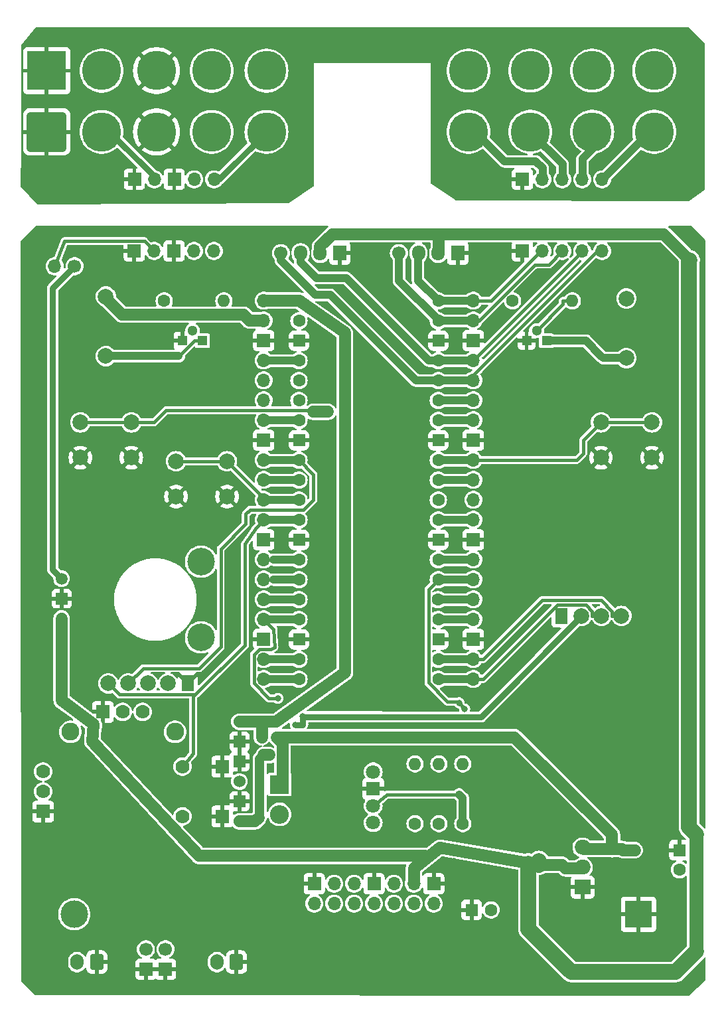
<source format=gbr>
%TF.GenerationSoftware,KiCad,Pcbnew,7.0.6*%
%TF.CreationDate,2023-09-03T15:23:35-03:00*%
%TF.ProjectId,bitdoglab_v41,62697464-6f67-46c6-9162-5f7634312e6b,rev?*%
%TF.SameCoordinates,Original*%
%TF.FileFunction,Copper,L2,Bot*%
%TF.FilePolarity,Positive*%
%FSLAX46Y46*%
G04 Gerber Fmt 4.6, Leading zero omitted, Abs format (unit mm)*
G04 Created by KiCad (PCBNEW 7.0.6) date 2023-09-03 15:23:35*
%MOMM*%
%LPD*%
G01*
G04 APERTURE LIST*
G04 Aperture macros list*
%AMRoundRect*
0 Rectangle with rounded corners*
0 $1 Rounding radius*
0 $2 $3 $4 $5 $6 $7 $8 $9 X,Y pos of 4 corners*
0 Add a 4 corners polygon primitive as box body*
4,1,4,$2,$3,$4,$5,$6,$7,$8,$9,$2,$3,0*
0 Add four circle primitives for the rounded corners*
1,1,$1+$1,$2,$3*
1,1,$1+$1,$4,$5*
1,1,$1+$1,$6,$7*
1,1,$1+$1,$8,$9*
0 Add four rect primitives between the rounded corners*
20,1,$1+$1,$2,$3,$4,$5,0*
20,1,$1+$1,$4,$5,$6,$7,0*
20,1,$1+$1,$6,$7,$8,$9,0*
20,1,$1+$1,$8,$9,$2,$3,0*%
%AMFreePoly0*
4,1,5,1.000000,-0.762000,-1.000000,-0.762000,-1.000000,0.762000,1.000000,0.762000,1.000000,-0.762000,1.000000,-0.762000,$1*%
G04 Aperture macros list end*
%TA.AperFunction,ComponentPad*%
%ADD10RoundRect,0.320515X2.179485X-2.179485X2.179485X2.179485X-2.179485X2.179485X-2.179485X-2.179485X0*%
%TD*%
%TA.AperFunction,ComponentPad*%
%ADD11R,5.000000X5.000000*%
%TD*%
%TA.AperFunction,ComponentPad*%
%ADD12C,5.000000*%
%TD*%
%TA.AperFunction,ComponentPad*%
%ADD13R,1.778000X1.778000*%
%TD*%
%TA.AperFunction,ComponentPad*%
%ADD14C,1.778000*%
%TD*%
%TA.AperFunction,ComponentPad*%
%ADD15C,2.286000*%
%TD*%
%TA.AperFunction,ComponentPad*%
%ADD16C,1.700000*%
%TD*%
%TA.AperFunction,ComponentPad*%
%ADD17O,1.700000X1.950000*%
%TD*%
%TA.AperFunction,ComponentPad*%
%ADD18R,1.700000X1.950000*%
%TD*%
%TA.AperFunction,ComponentPad*%
%ADD19C,2.000000*%
%TD*%
%TA.AperFunction,ComponentPad*%
%ADD20R,1.600000X1.600000*%
%TD*%
%TA.AperFunction,ComponentPad*%
%ADD21C,1.600000*%
%TD*%
%TA.AperFunction,ComponentPad*%
%ADD22O,1.700000X1.700000*%
%TD*%
%TA.AperFunction,ComponentPad*%
%ADD23R,1.700000X1.700000*%
%TD*%
%TA.AperFunction,ComponentPad*%
%ADD24RoundRect,0.250000X0.600000X0.750000X-0.600000X0.750000X-0.600000X-0.750000X0.600000X-0.750000X0*%
%TD*%
%TA.AperFunction,ComponentPad*%
%ADD25O,1.700000X2.000000*%
%TD*%
%TA.AperFunction,ComponentPad*%
%ADD26C,1.800000*%
%TD*%
%TA.AperFunction,ComponentPad*%
%ADD27R,1.800000X1.800000*%
%TD*%
%TA.AperFunction,ComponentPad*%
%ADD28C,1.508000*%
%TD*%
%TA.AperFunction,ComponentPad*%
%ADD29R,1.508000X1.508000*%
%TD*%
%TA.AperFunction,ComponentPad*%
%ADD30C,3.516000*%
%TD*%
%TA.AperFunction,ComponentPad*%
%ADD31R,2.400000X2.400000*%
%TD*%
%TA.AperFunction,ComponentPad*%
%ADD32O,2.400000X2.400000*%
%TD*%
%TA.AperFunction,ComponentPad*%
%ADD33FreePoly0,270.000000*%
%TD*%
%TA.AperFunction,ComponentPad*%
%ADD34R,2.000000X1.905000*%
%TD*%
%TA.AperFunction,ComponentPad*%
%ADD35O,2.000000X1.905000*%
%TD*%
%TA.AperFunction,ComponentPad*%
%ADD36R,1.600000X2.000000*%
%TD*%
%TA.AperFunction,ComponentPad*%
%ADD37C,3.500000*%
%TD*%
%TA.AperFunction,ComponentPad*%
%ADD38R,3.500000X3.500000*%
%TD*%
%TA.AperFunction,ComponentPad*%
%ADD39O,1.600000X1.600000*%
%TD*%
%TA.AperFunction,SMDPad,CuDef*%
%ADD40RoundRect,0.150000X-0.150000X0.512500X-0.150000X-0.512500X0.150000X-0.512500X0.150000X0.512500X0*%
%TD*%
%TA.AperFunction,ComponentPad*%
%ADD41R,1.300000X1.300000*%
%TD*%
%TA.AperFunction,ComponentPad*%
%ADD42C,1.300000*%
%TD*%
%TA.AperFunction,ComponentPad*%
%ADD43C,1.524000*%
%TD*%
%TA.AperFunction,ComponentPad*%
%ADD44R,1.524000X1.524000*%
%TD*%
%TA.AperFunction,ComponentPad*%
%ADD45RoundRect,0.200000X0.600000X0.600000X-0.600000X0.600000X-0.600000X-0.600000X0.600000X-0.600000X0*%
%TD*%
%TA.AperFunction,ViaPad*%
%ADD46C,0.800000*%
%TD*%
%TA.AperFunction,Conductor*%
%ADD47C,1.500000*%
%TD*%
%TA.AperFunction,Conductor*%
%ADD48C,0.400000*%
%TD*%
%TA.AperFunction,Conductor*%
%ADD49C,1.000000*%
%TD*%
%TA.AperFunction,Conductor*%
%ADD50C,0.800000*%
%TD*%
%TA.AperFunction,Conductor*%
%ADD51C,2.000000*%
%TD*%
%TA.AperFunction,Conductor*%
%ADD52C,1.800000*%
%TD*%
%TA.AperFunction,Conductor*%
%ADD53C,1.200000*%
%TD*%
G04 APERTURE END LIST*
D10*
%TO.P,J7,1,Pin_1*%
%TO.N,/AGND_EXT*%
X91691500Y-45758100D03*
D11*
%TO.P,J7,2,Pin_2*%
X91691500Y-37958100D03*
%TD*%
D12*
%TO.P,J16,1,Pin_1*%
%TO.N,/GP01_EXT*%
X153390600Y-45751750D03*
%TO.P,J16,2,Pin_2*%
X153390600Y-37951750D03*
%TD*%
D13*
%TO.P,REF\u002A\u002A,B1A*%
%TO.N,GNDREF*%
X114096800Y-126720600D03*
%TO.P,REF\u002A\u002A,B1B*%
X114096800Y-133070600D03*
D14*
%TO.P,REF\u002A\u002A,B2A*%
%TO.N,/pino_29*%
X109016800Y-126720600D03*
%TO.P,REF\u002A\u002A,B2B*%
X109016800Y-133070600D03*
%TO.P,REF\u002A\u002A,H1*%
%TO.N,3.3_OUT*%
X91236800Y-127355600D03*
%TO.P,REF\u002A\u002A,H2*%
%TO.N,/pino_31*%
X91236800Y-129895600D03*
D13*
%TO.P,REF\u002A\u002A,H3*%
%TO.N,GNDREF*%
X91236800Y-132435600D03*
D15*
%TO.P,REF\u002A\u002A,S1*%
%TO.N,N/C*%
X108064300Y-122275600D03*
%TO.P,REF\u002A\u002A,S2*%
X94729300Y-122275600D03*
D14*
%TO.P,REF\u002A\u002A,V1*%
%TO.N,3.3_OUT*%
X103936800Y-119735600D03*
%TO.P,REF\u002A\u002A,V2*%
%TO.N,/pino_32*%
X101396800Y-119735600D03*
D13*
%TO.P,REF\u002A\u002A,V3*%
%TO.N,GNDREF*%
X98856800Y-119735600D03*
%TD*%
D16*
%TO.P,J101,1*%
%TO.N,/GP01*%
X136628800Y-61214000D03*
D17*
%TO.P,J101,2*%
%TO.N,/GP0*%
X139128800Y-61214000D03*
%TO.P,J101,3*%
%TO.N,+3.3V*%
X141628800Y-61214000D03*
D18*
%TO.P,J101,4*%
%TO.N,GNDREF*%
X144128800Y-61214000D03*
%TD*%
D19*
%TO.P,SW2,1,1*%
%TO.N,/pino_07*%
X95989000Y-82804000D03*
X102489000Y-82804000D03*
%TO.P,SW2,2,2*%
%TO.N,GNDREF*%
X95989000Y-87304000D03*
X102489000Y-87304000D03*
%TD*%
%TO.P,BZ3,1,-*%
%TO.N,VSYS*%
X165660000Y-67010000D03*
%TO.P,BZ3,2,+*%
%TO.N,Net-(BZ3-+)*%
X165660000Y-74610000D03*
%TD*%
D20*
%TO.P,C,1*%
%TO.N,GNDREF*%
X145897600Y-144983200D03*
D21*
%TO.P,C,2*%
%TO.N,+3.3V*%
X148397600Y-144983200D03*
%TD*%
D22*
%TO.P,J13,1,Pin_1*%
%TO.N,/GP03_EXT*%
X162555000Y-51809650D03*
%TO.P,J13,2,Pin_2*%
%TO.N,/GP02_EXT*%
X160015000Y-51809650D03*
%TO.P,J13,3,Pin_3*%
%TO.N,/GP01_EXT*%
X157475000Y-51809650D03*
%TO.P,J13,4,Pin_4*%
%TO.N,/GP0_EXT*%
X154935000Y-51809650D03*
D23*
%TO.P,J13,5,Pin_5*%
%TO.N,/AGND_EXT*%
X152395000Y-51809650D03*
%TD*%
D24*
%TO.P,CARGA_SOLAR_5V,1*%
%TO.N,GNDREF*%
X115911000Y-151638000D03*
D25*
%TO.P,CARGA_SOLAR_5V,2*%
%TO.N,Solar-in*%
X113411000Y-151638000D03*
%TD*%
D26*
%TO.P,D2,1,RA*%
%TO.N,Net-(D1-RA)*%
X133350000Y-127381000D03*
D27*
%TO.P,D2,2,K*%
%TO.N,GNDREF*%
X133350000Y-129540000D03*
D26*
%TO.P,D2,3,BA*%
%TO.N,Net-(D1-BA)*%
X133350000Y-131699000D03*
%TO.P,D2,4,GA*%
%TO.N,Net-(D1-GA)*%
X133350000Y-133858000D03*
%TD*%
D23*
%TO.P,a100,2*%
%TO.N,GNDREF*%
X104350000Y-152550000D03*
%TD*%
D28*
%TO.P,U4,1,OUT*%
%TO.N,Net-(J4-Pin_1)*%
X93599000Y-102743000D03*
D29*
%TO.P,U4,2,GND*%
%TO.N,GNDREF*%
X93599000Y-105283000D03*
D28*
%TO.P,U4,3,VCC*%
%TO.N,+3.3V*%
X93599000Y-107823000D03*
D30*
%TO.P,U4,S1*%
%TO.N,N/C*%
X111379000Y-100584000D03*
%TO.P,U4,S2*%
X111379000Y-110236000D03*
%TD*%
D31*
%TO.P,Diode Shottky,1*%
%TO.N,VSYS*%
X121412000Y-128986000D03*
D32*
%TO.P,Diode Shottky,2*%
%TO.N,Solar-in*%
X121412000Y-132796000D03*
%TD*%
D12*
%TO.P,J9,1,Pin_1*%
%TO.N,/AGND_EXT*%
X105712300Y-45758100D03*
%TO.P,J9,2,Pin_2*%
X105712300Y-37958100D03*
%TD*%
D16*
%TO.P,a102,2*%
%TO.N,Net-(BT1-+)*%
X104343200Y-150012400D03*
%TD*%
D23*
%TO.P,a101,2*%
%TO.N,GNDREF*%
X106850000Y-152550000D03*
%TD*%
D12*
%TO.P,J10,1,Pin_1*%
%TO.N,3.3_OUT_EXT*%
X112722700Y-45758100D03*
%TO.P,J10,2,Pin_2*%
X112722700Y-37958100D03*
%TD*%
D23*
%TO.P,J2,1,Pin_1*%
%TO.N,GNDREF*%
X141071600Y-141655800D03*
D22*
%TO.P,J2,2,Pin_2*%
%TO.N,VSYS*%
X141071600Y-144195800D03*
%TO.P,J2,3,Pin_3*%
%TO.N,+3.3V*%
X138531600Y-141655800D03*
%TO.P,J2,4,Pin_4*%
%TO.N,/GP10*%
X138531600Y-144195800D03*
%TO.P,J2,5,Pin_5*%
%TO.N,/GP28*%
X135991600Y-141655800D03*
%TO.P,J2,6,Pin_6*%
%TO.N,/GP09*%
X135991600Y-144195800D03*
D23*
%TO.P,J2,7,Pin_7*%
%TO.N,GNDREF*%
X133451600Y-141655800D03*
D22*
%TO.P,J2,8,Pin_8*%
%TO.N,/GP08*%
X133451600Y-144195800D03*
%TO.P,J2,9,Pin_9*%
%TO.N,/GP17*%
X130911600Y-141655800D03*
%TO.P,J2,10,Pin_10*%
%TO.N,/GP20*%
X130911600Y-144195800D03*
%TO.P,J2,11,Pin_11*%
%TO.N,/GP16*%
X128371600Y-141655800D03*
%TO.P,J2,12,Pin_12*%
%TO.N,/GP19*%
X128371600Y-144195800D03*
D23*
%TO.P,J2,13,Pin_13*%
%TO.N,GNDREF*%
X125831600Y-141655800D03*
D22*
%TO.P,J2,14,Pin_14*%
%TO.N,/GP18*%
X125831600Y-144195800D03*
%TD*%
D24*
%TO.P,V_BAT,1*%
%TO.N,GNDREF*%
X98074800Y-151638000D03*
D25*
%TO.P,V_BAT,2*%
%TO.N,Net-(BT1-+)*%
X95574800Y-151638000D03*
%TD*%
D16*
%TO.P,J4,1,Pin_1*%
%TO.N,Net-(J4-Pin_1)*%
X95250000Y-62890400D03*
D22*
%TO.P,J4,2,Pin_2*%
%TO.N,/GP28*%
X92710000Y-62890400D03*
%TD*%
%TO.P,J12,1,Pin_1*%
%TO.N,/GP03*%
X162555000Y-60960000D03*
%TO.P,J12,2,Pin_2*%
%TO.N,/GP02*%
X160015000Y-60960000D03*
%TO.P,J12,3,Pin_3*%
%TO.N,/GP01*%
X157475000Y-60960000D03*
%TO.P,J12,4,Pin_4*%
%TO.N,/GP0*%
X154935000Y-60960000D03*
D23*
%TO.P,J12,5,Pin_5*%
%TO.N,GNDREF*%
X152395000Y-60960000D03*
%TD*%
D33*
%TO.P,J19,1,Pin_1*%
%TO.N,GNDREF*%
X109720000Y-116100000D03*
D19*
%TO.P,J19,2,Pin_2*%
%TO.N,3.3_OUT*%
X107180000Y-116100000D03*
%TO.P,J19,3,Pin_3*%
%TO.N,/pino_31*%
X104640000Y-116100000D03*
%TO.P,J19,4,Pin_4*%
%TO.N,/pino_32*%
X102100000Y-116100000D03*
%TO.P,J19,5,Pin_5*%
%TO.N,/pino_29*%
X99560000Y-116100000D03*
%TD*%
D12*
%TO.P,J18,1,Pin_1*%
%TO.N,/GP03_EXT*%
X169189400Y-45751750D03*
%TO.P,J18,2,Pin_2*%
X169189400Y-37951750D03*
%TD*%
%TO.P,J15,1,Pin_1*%
%TO.N,/GP0_EXT*%
X145491200Y-45751750D03*
%TO.P,J15,2,Pin_2*%
X145491200Y-37951750D03*
%TD*%
D19*
%TO.P,BZ1,1,-*%
%TO.N,VSYS*%
X99239000Y-66756000D03*
%TO.P,BZ1,2,+*%
%TO.N,Net-(BZ1-+)*%
X99239000Y-74356000D03*
%TD*%
D34*
%TO.P,U1,1*%
%TO.N,GNDREF*%
X160070800Y-142087600D03*
D35*
%TO.P,U1,2*%
%TO.N,+3.3V*%
X160070800Y-139547600D03*
%TO.P,U1,3*%
%TO.N,VSYS*%
X160070800Y-137007600D03*
%TD*%
D16*
%TO.P,a103,1*%
%TO.N,Solar-in*%
X106843200Y-150012400D03*
%TD*%
D12*
%TO.P,J17,1,Pin_1*%
%TO.N,/GP02_EXT*%
X161290000Y-45751750D03*
%TO.P,J17,2,Pin_2*%
X161290000Y-37951750D03*
%TD*%
D16*
%TO.P,J100,1*%
%TO.N,/GP03*%
X121582800Y-61214000D03*
D17*
%TO.P,J100,2*%
%TO.N,/GP02*%
X124082800Y-61214000D03*
%TO.P,J100,3*%
%TO.N,+3.3V*%
X126582800Y-61214000D03*
D18*
%TO.P,J100,4*%
%TO.N,GNDREF*%
X129082800Y-61214000D03*
%TD*%
D19*
%TO.P,SW3,1,1*%
%TO.N,/pino_09*%
X162410000Y-82804000D03*
X168910000Y-82804000D03*
%TO.P,SW3,2,2*%
%TO.N,GNDREF*%
X162410000Y-87304000D03*
X168910000Y-87304000D03*
%TD*%
D12*
%TO.P,J11,1,Pin_1*%
%TO.N,/VSYS_EXT*%
X119733100Y-45758100D03*
%TO.P,J11,2,Pin_2*%
X119733100Y-37958100D03*
%TD*%
D36*
%TO.P,OLED,1,GND*%
%TO.N,GNDREF*%
X157403800Y-107492800D03*
D19*
%TO.P,OLED,2,VCC*%
%TO.N,3.3_OUT*%
X159943800Y-107492800D03*
%TO.P,OLED,3,SCL*%
%TO.N,/pino_20*%
X162483800Y-107492800D03*
%TO.P,OLED,4,SDA*%
%TO.N,/pino_19*%
X165023800Y-107492800D03*
%TD*%
D22*
%TO.P,J5,1,Pin_1*%
%TO.N,VSYS*%
X113030000Y-60950000D03*
%TO.P,J5,2,Pin_2*%
%TO.N,3.3_OUT*%
X110490000Y-60950000D03*
D23*
%TO.P,J5,3,Pin_3*%
%TO.N,GNDREF*%
X107950000Y-60950000D03*
D22*
%TO.P,J5,4,Pin_4*%
%TO.N,/GP28*%
X105410000Y-60950000D03*
D23*
%TO.P,J5,5,Pin_5*%
%TO.N,GNDREF*%
X102870000Y-60950000D03*
%TD*%
%TO.P,J6,1,Pin_1*%
%TO.N,/AGND_EXT*%
X102880000Y-51816000D03*
D22*
%TO.P,J6,2,Pin_2*%
%TO.N,/GP28_EXT*%
X105420000Y-51816000D03*
D23*
%TO.P,J6,3,Pin_3*%
%TO.N,/AGND_EXT*%
X107960000Y-51816000D03*
D22*
%TO.P,J6,4,Pin_4*%
%TO.N,3.3_OUT_EXT*%
X110500000Y-51816000D03*
%TO.P,J6,5,Pin_5*%
%TO.N,/VSYS_EXT*%
X113040000Y-51816000D03*
%TD*%
D20*
%TO.P,C,1*%
%TO.N,GNDREF*%
X172415200Y-137363200D03*
D21*
%TO.P,C,2*%
%TO.N,VSYS*%
X172415200Y-139863200D03*
%TD*%
D12*
%TO.P,J8,1,Pin_1*%
%TO.N,/GP28_EXT*%
X98701900Y-45758100D03*
%TO.P,J8,2,Pin_2*%
X98701900Y-37958100D03*
%TD*%
D37*
%TO.P,BT1,1,+*%
%TO.N,Net-(BT1-+)*%
X95199200Y-145542000D03*
D38*
%TO.P,BT1,2,-*%
%TO.N,GNDREF*%
X167199200Y-145542000D03*
%TD*%
D21*
%TO.P,Rg 220,1*%
%TO.N,Net-(D1-GA)*%
X138684000Y-133985000D03*
D39*
%TO.P,Rg 220,2*%
%TO.N,/GP13*%
X138684000Y-126365000D03*
%TD*%
D19*
%TO.P,SW1,1,1*%
%TO.N,/pino_30*%
X114694100Y-87761300D03*
X108194100Y-87761300D03*
%TO.P,SW1,2,2*%
%TO.N,GNDREF*%
X114694100Y-92261300D03*
X108194100Y-92261300D03*
%TD*%
D40*
%TO.P,Q1,1,G*%
%TO.N,VBUS*%
X119141200Y-122972400D03*
%TO.P,Q1,2,S*%
%TO.N,VSYS*%
X121041200Y-122972400D03*
%TO.P,Q1,3,D*%
%TO.N,Net-(Q1-D)*%
X120091200Y-125247400D03*
%TD*%
D41*
%TO.P,Q3,1,C*%
%TO.N,Net-(BZ3-+)*%
X155459200Y-72390000D03*
D42*
%TO.P,Q3,2,B*%
%TO.N,Net-(Q3-B)*%
X154189200Y-71120000D03*
D41*
%TO.P,Q3,3,E*%
%TO.N,GNDREF*%
X152919200Y-72390000D03*
%TD*%
D21*
%TO.P,Rb 150,1*%
%TO.N,Net-(D1-BA)*%
X144780000Y-133985000D03*
D39*
%TO.P,Rb 150,2*%
%TO.N,/GP11*%
X144780000Y-126365000D03*
%TD*%
D41*
%TO.P,Q2,1,C*%
%TO.N,Net-(BZ1-+)*%
X111568000Y-72390000D03*
D42*
%TO.P,Q2,2,B*%
%TO.N,Net-(Q2-B)*%
X110298000Y-71120000D03*
D41*
%TO.P,Q2,3,E*%
%TO.N,GNDREF*%
X109028000Y-72390000D03*
%TD*%
D22*
%TO.P,J1,1,Pin_1*%
%TO.N,/GP0*%
X146126200Y-67284600D03*
%TO.P,J1,2,Pin_2*%
%TO.N,/GP01*%
X146126200Y-69824600D03*
D23*
%TO.P,J1,3,Pin_3*%
%TO.N,GNDREF*%
X146126200Y-72364600D03*
D22*
%TO.P,J1,4,Pin_4*%
%TO.N,/GP02*%
X146126200Y-74904600D03*
%TO.P,J1,5,Pin_5*%
%TO.N,/GP03*%
X146126200Y-77444600D03*
%TO.P,J1,6,Pin_6*%
%TO.N,/GP04*%
X146126200Y-79984600D03*
%TO.P,J1,7,Pin_7*%
%TO.N,/pino_07*%
X146126200Y-82524600D03*
D23*
%TO.P,J1,8,Pin_8*%
%TO.N,GNDREF*%
X146126200Y-85064600D03*
D22*
%TO.P,J1,9,Pin_9*%
%TO.N,/pino_09*%
X146126200Y-87604600D03*
%TO.P,J1,10,Pin_10*%
%TO.N,/in*%
X146126200Y-90144600D03*
%TO.P,J1,11,Pin_11*%
%TO.N,/GP08*%
X146126200Y-92684600D03*
%TO.P,J1,12,Pin_12*%
%TO.N,/GP09*%
X146126200Y-95224600D03*
D23*
%TO.P,J1,13,Pin_13*%
%TO.N,GNDREF*%
X146126200Y-97764600D03*
D22*
%TO.P,J1,14,Pin_14*%
%TO.N,/GP10*%
X146126200Y-100304600D03*
%TO.P,J1,15,Pin_15*%
%TO.N,/GP11*%
X146126200Y-102844600D03*
%TO.P,J1,16,Pin_16*%
%TO.N,/GP12*%
X146126200Y-105384600D03*
%TO.P,J1,17,Pin_17*%
%TO.N,/GP13*%
X146126200Y-107924600D03*
D23*
%TO.P,J1,18,Pin_18*%
%TO.N,GNDREF*%
X146126200Y-110464600D03*
D22*
%TO.P,J1,19,Pin_19*%
%TO.N,/pino_19*%
X146126200Y-113004600D03*
%TO.P,J1,20,Pin_20*%
%TO.N,/pino_20*%
X146126200Y-115544600D03*
%TD*%
D21*
%TO.P,R1,1*%
%TO.N,/pino_27*%
X106680000Y-67310000D03*
D39*
%TO.P,R1,2*%
%TO.N,Net-(Q2-B)*%
X114300000Y-67310000D03*
%TD*%
D21*
%TO.P,R2,1*%
%TO.N,/GP04*%
X151130000Y-67310000D03*
D39*
%TO.P,R2,2*%
%TO.N,Net-(Q3-B)*%
X158750000Y-67310000D03*
%TD*%
D43*
%TO.P,Charge DisCharge,1,OUT5V*%
%TO.N,Net-(Q1-D)*%
X116286600Y-133692100D03*
D44*
%TO.P,Charge DisCharge,2,GND*%
%TO.N,GNDREF*%
X116286600Y-131152100D03*
D43*
%TO.P,Charge DisCharge,3,BAT*%
%TO.N,Net-(BT1-+)*%
X116286600Y-128612100D03*
D44*
%TO.P,Charge DisCharge,4,GND*%
%TO.N,GNDREF*%
X116286600Y-126072100D03*
%TO.P,Charge DisCharge,5,GND*%
X116286600Y-123532100D03*
D43*
%TO.P,Charge DisCharge,6,VIN*%
%TO.N,VBUS*%
X116286600Y-120992100D03*
%TD*%
D22*
%TO.P,J3,1,Pin_1*%
%TO.N,/GP16*%
X119380000Y-115544600D03*
%TO.P,J3,2,Pin_2*%
%TO.N,/GP17*%
X119380000Y-113004600D03*
D23*
%TO.P,J3,3,Pin_3*%
%TO.N,GNDREF*%
X119380000Y-110464600D03*
D22*
%TO.P,J3,4,Pin_4*%
%TO.N,/GP18*%
X119380000Y-107924600D03*
%TO.P,J3,5,Pin_5*%
%TO.N,/GP19*%
X119380000Y-105384600D03*
%TO.P,J3,6,Pin_6*%
%TO.N,/GP20*%
X119380000Y-102844600D03*
%TO.P,J3,7,Pin_7*%
%TO.N,/pino_27*%
X119380000Y-100304600D03*
D23*
%TO.P,J3,8,Pin_8*%
%TO.N,GNDREF*%
X119380000Y-97764600D03*
D22*
%TO.P,J3,9,Pin_9*%
%TO.N,/pino_29*%
X119380000Y-95224600D03*
%TO.P,J3,10,Pin_10*%
%TO.N,/pino_30*%
X119380000Y-92684600D03*
%TO.P,J3,11,Pin_11*%
%TO.N,/pino_31*%
X119380000Y-90144600D03*
%TO.P,J3,12,Pin_12*%
%TO.N,/pino_32*%
X119380000Y-87604600D03*
D23*
%TO.P,J3,13,Pin_13*%
%TO.N,GNDREF*%
X119380000Y-85064600D03*
D22*
%TO.P,J3,14,Pin_14*%
%TO.N,/GP28*%
X119380000Y-82524600D03*
%TO.P,J3,15,Pin_15*%
%TO.N,3.3_OUT*%
X119380000Y-79984600D03*
%TO.P,J3,16,Pin_16*%
X119380000Y-77444600D03*
%TO.P,J3,17,Pin_17*%
%TO.N,/pino_37*%
X119380000Y-74904600D03*
D23*
%TO.P,J3,18,Pin_18*%
%TO.N,GNDREF*%
X119380000Y-72364600D03*
D22*
%TO.P,J3,19,Pin_19*%
%TO.N,VSYS*%
X119380000Y-69824600D03*
%TO.P,J3,20,Pin_20*%
%TO.N,VBUS*%
X119380000Y-67284600D03*
%TD*%
D21*
%TO.P,Rr 220,1*%
%TO.N,Net-(D1-RA)*%
X141732000Y-133985000D03*
D39*
%TO.P,Rr 220,2*%
%TO.N,/GP12*%
X141732000Y-126365000D03*
%TD*%
D21*
%TO.P,A1,1,GP0*%
%TO.N,/GP0*%
X141657400Y-67310000D03*
%TO.P,A1,2,GP1*%
%TO.N,/GP01*%
X141657400Y-69850000D03*
D45*
%TO.P,A1,3,GND*%
%TO.N,GNDREF*%
X141657400Y-72390000D03*
D21*
%TO.P,A1,4,GP2*%
%TO.N,/GP02*%
X141657400Y-74930000D03*
%TO.P,A1,5,GP3*%
%TO.N,/GP03*%
X141657400Y-77470000D03*
%TO.P,A1,6,GP4*%
%TO.N,/GP04*%
X141657400Y-80010000D03*
%TO.P,A1,7,GP5*%
%TO.N,/pino_07*%
X141657400Y-82550000D03*
D45*
%TO.P,A1,8,GND*%
%TO.N,GNDREF*%
X141657400Y-85090000D03*
D21*
%TO.P,A1,9,GP6*%
%TO.N,/pino_09*%
X141657400Y-87630000D03*
%TO.P,A1,10,GP7*%
%TO.N,/in*%
X141657400Y-90170000D03*
%TO.P,A1,11,GP8*%
%TO.N,/GP08*%
X141657400Y-92710000D03*
%TO.P,A1,12,GP9*%
%TO.N,/GP09*%
X141657400Y-95250000D03*
D45*
%TO.P,A1,13,GND*%
%TO.N,GNDREF*%
X141657400Y-97790000D03*
D21*
%TO.P,A1,14,GP10*%
%TO.N,/GP10*%
X141657400Y-100330000D03*
%TO.P,A1,15,GP11*%
%TO.N,/GP11*%
X141657400Y-102870000D03*
%TO.P,A1,16,GP12*%
%TO.N,/GP12*%
X141615519Y-105410000D03*
%TO.P,A1,17,GP13*%
%TO.N,/GP13*%
X141657400Y-107950000D03*
D45*
%TO.P,A1,18,GND*%
%TO.N,GNDREF*%
X141657400Y-110490000D03*
D21*
%TO.P,A1,19,GP14*%
%TO.N,/pino_19*%
X141657400Y-113030000D03*
%TO.P,A1,20,GP15*%
%TO.N,/pino_20*%
X141657400Y-115570000D03*
%TO.P,A1,21,GP16*%
%TO.N,/GP16*%
X123877400Y-115570000D03*
%TO.P,A1,22,GP17*%
%TO.N,/GP17*%
X123877400Y-113030000D03*
D45*
%TO.P,A1,23,GND*%
%TO.N,GNDREF*%
X123877400Y-110490000D03*
D21*
%TO.P,A1,24,GP18*%
%TO.N,/GP18*%
X123877400Y-107950000D03*
%TO.P,A1,25,GP19*%
%TO.N,/GP19*%
X123877400Y-105410000D03*
%TO.P,A1,26,GP20*%
%TO.N,/GP20*%
X123877400Y-102870000D03*
%TO.P,A1,27,GP21*%
%TO.N,/pino_27*%
X123877400Y-100330000D03*
D45*
%TO.P,A1,28,GND*%
%TO.N,GNDREF*%
X123877400Y-97790000D03*
D21*
%TO.P,A1,29,GP22*%
%TO.N,/pino_29*%
X123877400Y-95250000D03*
%TO.P,A1,30,RUN*%
%TO.N,/pino_30*%
X123877400Y-92710000D03*
%TO.P,A1,31,GP26*%
%TO.N,/pino_31*%
X123877400Y-90170000D03*
%TO.P,A1,32,GP27*%
%TO.N,/pino_32*%
X123877400Y-87630000D03*
D45*
%TO.P,A1,33,AGND*%
%TO.N,GNDREF*%
X123877400Y-85090000D03*
D21*
%TO.P,A1,34,GP28*%
%TO.N,/GP28*%
X123877400Y-82550000D03*
%TO.P,A1,35,ADC_VREF*%
%TO.N,3.3_OUT*%
X123877400Y-80010000D03*
%TO.P,A1,36,3V3_OUT*%
X123877400Y-77470000D03*
%TO.P,A1,37,3V3_EN*%
%TO.N,/pino_37*%
X123877400Y-74930000D03*
D45*
%TO.P,A1,38,GND*%
%TO.N,GNDREF*%
X123877400Y-72390000D03*
D21*
%TO.P,A1,39,VSYS*%
%TO.N,VSYS*%
X123877400Y-69850000D03*
%TO.P,A1,40,VBUS*%
%TO.N,VBUS*%
X123877400Y-67310000D03*
%TD*%
D46*
%TO.N,GNDREF*%
X126542800Y-110464600D03*
X137718800Y-136245600D03*
X139801600Y-136245600D03*
X144627600Y-139141200D03*
X138760200Y-136245600D03*
X143687800Y-139725400D03*
X143611600Y-138734800D03*
%TO.N,/pino_07*%
X126644400Y-81432400D03*
X127609600Y-81432400D03*
X125679200Y-81455700D03*
%TO.N,/GP11*%
X144296057Y-118573946D03*
X145034000Y-119380000D03*
%TO.N,/GP18*%
X121168500Y-118010100D03*
%TO.N,3.3_OUT*%
X124358400Y-121310400D03*
X123393200Y-121361200D03*
X124340100Y-120289600D03*
%TO.N,+3.3V*%
X153162000Y-139065000D03*
X154502000Y-138742400D03*
%TO.N,VSYS*%
X165252400Y-137363200D03*
X166725600Y-137363200D03*
%TO.N,Net-(D1-BA)*%
X144312700Y-130259900D03*
X144780000Y-132588000D03*
X144780000Y-131267200D03*
%TD*%
D47*
%TO.N,/pino_07*%
X125679200Y-81455700D02*
X127586300Y-81455700D01*
D48*
%TO.N,/GP0*%
X148377700Y-67284600D02*
X154702300Y-60960000D01*
X146126200Y-67284600D02*
X144874300Y-67284600D01*
X154702300Y-60960000D02*
X154935000Y-60960000D01*
D49*
X146100800Y-67310000D02*
X146126200Y-67284600D01*
X139065000Y-64717600D02*
X139065000Y-61277800D01*
X139065000Y-61277800D02*
X139128800Y-61214000D01*
D48*
X146126200Y-67284600D02*
X148377700Y-67284600D01*
D49*
X141657400Y-67310000D02*
X139065000Y-64717600D01*
X141657400Y-67310000D02*
X146100800Y-67310000D01*
%TO.N,/GP01*%
X141657400Y-69850000D02*
X141657400Y-69775400D01*
D48*
X146126200Y-69824600D02*
X144874300Y-69824600D01*
D49*
X136652000Y-61237200D02*
X136628800Y-61214000D01*
X136652000Y-64770000D02*
X136652000Y-61237200D01*
D48*
X155746200Y-62688800D02*
X157475000Y-60960000D01*
D49*
X141657400Y-69850000D02*
X146100800Y-69850000D01*
D48*
X153973200Y-62688800D02*
X155746200Y-62688800D01*
X146837400Y-69824600D02*
X153973200Y-62688800D01*
D49*
X146100800Y-69850000D02*
X146126200Y-69824600D01*
D48*
X146126200Y-69824600D02*
X146837400Y-69824600D01*
D49*
X141657400Y-69775400D02*
X136652000Y-64770000D01*
D48*
%TO.N,/GP02*%
X146126200Y-74904600D02*
X160015000Y-61015800D01*
D49*
X129921000Y-64389000D02*
X126111000Y-64389000D01*
X141657400Y-74930000D02*
X140462000Y-74930000D01*
X124082800Y-62360800D02*
X124082800Y-61214000D01*
X140462000Y-74930000D02*
X129921000Y-64389000D01*
X146100800Y-74930000D02*
X146126200Y-74904600D01*
X141657400Y-74930000D02*
X146100800Y-74930000D01*
D48*
X160015000Y-61015800D02*
X160015000Y-60960000D01*
X146126200Y-74904600D02*
X144874300Y-74904600D01*
D49*
X126111000Y-64389000D02*
X124082800Y-62360800D01*
%TO.N,/GP03*%
X141657400Y-77470000D02*
X138811000Y-77470000D01*
X125984000Y-66548000D02*
X121582800Y-62146800D01*
X146100800Y-77470000D02*
X146126200Y-77444600D01*
X141657400Y-77470000D02*
X146100800Y-77470000D01*
X138811000Y-77470000D02*
X127889000Y-66548000D01*
X127889000Y-66548000D02*
X125984000Y-66548000D01*
D48*
X161915500Y-60960000D02*
X162555000Y-60960000D01*
X146126200Y-76758800D02*
X146939000Y-75946000D01*
X146126200Y-77444600D02*
X144874300Y-77444600D01*
X146939000Y-75946000D02*
X146939000Y-75936500D01*
D49*
X121582800Y-62146800D02*
X121582800Y-61214000D01*
D48*
X146126200Y-77444600D02*
X146126200Y-76758800D01*
X146939000Y-75936500D02*
X161915500Y-60960000D01*
D49*
%TO.N,/GP04*%
X146100800Y-80010000D02*
X146126200Y-79984600D01*
D48*
X146126200Y-79984600D02*
X144874300Y-79984600D01*
D49*
X141657400Y-80010000D02*
X146100800Y-80010000D01*
%TO.N,/pino_07*%
X146126200Y-82524600D02*
X146100800Y-82550000D01*
X146100800Y-82550000D02*
X141657400Y-82550000D01*
D48*
X127609600Y-81432400D02*
X127431800Y-81254600D01*
X127586300Y-81455700D02*
X127609600Y-81432400D01*
X105384600Y-82804000D02*
X106934000Y-81254600D01*
X144874300Y-82524600D02*
X146126200Y-82524600D01*
X95989000Y-82804000D02*
X105384600Y-82804000D01*
X127431800Y-81254600D02*
X106934000Y-81254600D01*
%TO.N,/pino_09*%
X159283400Y-87604600D02*
X146126200Y-87604600D01*
D49*
X146100800Y-87630000D02*
X146126200Y-87604600D01*
D48*
X146126200Y-87604600D02*
X144874300Y-87604600D01*
X162410000Y-82804000D02*
X160147000Y-85067000D01*
X168910000Y-82804000D02*
X162410000Y-82804000D01*
D49*
X141657400Y-87630000D02*
X146100800Y-87630000D01*
D48*
X160147000Y-85067000D02*
X160147000Y-86741000D01*
X160147000Y-86741000D02*
X159283400Y-87604600D01*
D49*
%TO.N,/in*%
X141657400Y-90170000D02*
X146100800Y-90170000D01*
X146100800Y-90170000D02*
X146126200Y-90144600D01*
%TO.N,/GP09*%
X146100800Y-95250000D02*
X146126200Y-95224600D01*
X141657400Y-95250000D02*
X146100800Y-95250000D01*
%TO.N,/GP10*%
X141657400Y-100330000D02*
X146100800Y-100330000D01*
D48*
X146126200Y-100304600D02*
X144874300Y-100304600D01*
D49*
X146100800Y-100330000D02*
X146126200Y-100304600D01*
%TO.N,/GP11*%
X146100800Y-102870000D02*
X141657400Y-102870000D01*
D48*
X144296057Y-118642057D02*
X145034000Y-119380000D01*
X142791400Y-118414800D02*
X140389600Y-116013000D01*
D49*
X146126200Y-102844600D02*
X146100800Y-102870000D01*
D48*
X144296057Y-118573946D02*
X144296057Y-118642057D01*
X144296057Y-118573946D02*
X144136911Y-118414800D01*
X140389600Y-104137800D02*
X141657400Y-102870000D01*
X144136911Y-118414800D02*
X142791400Y-118414800D01*
X140389600Y-116013000D02*
X140389600Y-104137800D01*
D49*
%TO.N,/GP12*%
X146100800Y-105410000D02*
X146126200Y-105384600D01*
X141615500Y-105410000D02*
X146100800Y-105410000D01*
%TO.N,/GP13*%
X146100800Y-107950000D02*
X146126200Y-107924600D01*
X141657400Y-107950000D02*
X146100800Y-107950000D01*
D48*
%TO.N,/pino_19*%
X147378100Y-113004600D02*
X154905900Y-105476800D01*
X163821900Y-106882000D02*
X163821900Y-107492800D01*
D49*
X141657400Y-113030000D02*
X146100800Y-113030000D01*
D48*
X162416700Y-105476800D02*
X163821900Y-106882000D01*
D49*
X146100800Y-113030000D02*
X146126200Y-113004600D01*
D48*
X154905900Y-105476800D02*
X162416700Y-105476800D01*
X165023800Y-107492800D02*
X163821900Y-107492800D01*
X146126200Y-113004600D02*
X147378100Y-113004600D01*
%TO.N,/pino_20*%
X160482800Y-106082900D02*
X161281900Y-106882000D01*
D49*
X141657400Y-115570000D02*
X146100800Y-115570000D01*
D48*
X146126200Y-115544600D02*
X147378100Y-115544600D01*
X162483800Y-107492800D02*
X161281900Y-107492800D01*
X156839800Y-106082900D02*
X160482800Y-106082900D01*
D49*
X146100800Y-115570000D02*
X146126200Y-115544600D01*
D48*
X147378100Y-115544600D02*
X156839800Y-106082900D01*
X161281900Y-106882000D02*
X161281900Y-107492800D01*
D49*
%TO.N,/GP16*%
X119405400Y-115570000D02*
X123877400Y-115570000D01*
X119380000Y-115544600D02*
X119405400Y-115570000D01*
%TO.N,/GP17*%
X123877400Y-113030000D02*
X119405400Y-113030000D01*
X119405400Y-113030000D02*
X119380000Y-113004600D01*
%TO.N,/GP18*%
X123877400Y-107950000D02*
X119405400Y-107950000D01*
D48*
X120657300Y-109201900D02*
X120751600Y-111480600D01*
X118833100Y-111734600D02*
X118126800Y-112440900D01*
X120751600Y-111480600D02*
X120319800Y-111734600D01*
X119380000Y-107924600D02*
X120657300Y-109201900D01*
D49*
X119405400Y-107950000D02*
X119380000Y-107924600D01*
D48*
X119380000Y-107924600D02*
X120631900Y-107924600D01*
X120319800Y-111734600D02*
X118833100Y-111734600D01*
X118126800Y-116085000D02*
X120051900Y-118010100D01*
X120051900Y-118010100D02*
X121168500Y-118010100D01*
X118126800Y-112440900D02*
X118126800Y-116085000D01*
D49*
%TO.N,/GP19*%
X123877400Y-105410000D02*
X119405400Y-105410000D01*
X119405400Y-105410000D02*
X119380000Y-105384600D01*
%TO.N,/GP20*%
X123877400Y-102870000D02*
X120657300Y-102870000D01*
D48*
X119380000Y-102844600D02*
X120631900Y-102844600D01*
X120657300Y-102870000D02*
X120631900Y-102844600D01*
%TO.N,/GP28*%
X105410000Y-60950000D02*
X104158100Y-59698100D01*
X119380000Y-82524600D02*
X120631900Y-82524600D01*
X93971900Y-59698100D02*
X92710000Y-62890400D01*
D49*
X119405400Y-82550000D02*
X119380000Y-82524600D01*
D48*
X104158100Y-59698100D02*
X93971900Y-59698100D01*
D49*
X123877400Y-82550000D02*
X119405400Y-82550000D01*
D50*
%TO.N,3.3_OUT*%
X147142200Y-120396000D02*
X159943800Y-107492800D01*
X124395700Y-120345200D02*
X147142200Y-120396000D01*
X124340100Y-120289600D02*
X124340100Y-121292100D01*
X123393200Y-121361200D02*
X124307600Y-121361200D01*
X124307600Y-121361200D02*
X124358400Y-121310400D01*
X124340100Y-120289600D02*
X124395700Y-120345200D01*
X124340100Y-121292100D02*
X124358400Y-121310400D01*
D51*
%TO.N,+3.3V*%
X153162000Y-147447000D02*
X158623000Y-152908000D01*
D47*
X157423300Y-139221200D02*
X157902100Y-139700000D01*
X126582800Y-60361200D02*
X126582800Y-61214000D01*
D51*
X158623000Y-152908000D02*
X171958000Y-152908000D01*
D52*
X174567600Y-150298400D02*
X174567600Y-135400800D01*
D51*
X154502000Y-138742400D02*
X154502000Y-139221200D01*
D47*
X173736000Y-62103000D02*
X170434000Y-58801000D01*
X138531600Y-141655800D02*
X138531600Y-139700000D01*
X138531600Y-139700000D02*
X141909800Y-137058400D01*
X141732000Y-58801000D02*
X141732000Y-61110800D01*
X97510600Y-123492300D02*
X97688400Y-121335800D01*
X159854000Y-139700000D02*
X157902100Y-139700000D01*
X139897022Y-138093622D02*
X111118822Y-138093622D01*
D51*
X174567600Y-135400800D02*
X173634400Y-134467600D01*
X171958000Y-152908000D02*
X174567600Y-150298400D01*
D47*
X128143000Y-58801000D02*
X126582800Y-60361200D01*
X141909800Y-137058400D02*
X154502000Y-139221200D01*
D51*
X173634400Y-62204600D02*
X173736000Y-62103000D01*
D47*
X141732000Y-61110800D02*
X141628800Y-61214000D01*
X154502000Y-139221200D02*
X157423300Y-139221200D01*
X170434000Y-58801000D02*
X141732000Y-58801000D01*
D51*
X173634400Y-134467600D02*
X173634400Y-62204600D01*
D47*
X97688400Y-121335800D02*
X93599000Y-118287800D01*
X93599000Y-118287800D02*
X93599000Y-107823000D01*
D51*
X153162000Y-139065000D02*
X153162000Y-147447000D01*
D47*
X141732000Y-58801000D02*
X128143000Y-58801000D01*
X111118822Y-138093622D02*
X97510600Y-123492300D01*
%TO.N,VSYS*%
X99239000Y-66968300D02*
X101337700Y-69067000D01*
X165100000Y-137210800D02*
X160274000Y-137210800D01*
X165252400Y-137363200D02*
X166725600Y-137363200D01*
X116820500Y-69067000D02*
X117578100Y-69824600D01*
X160274000Y-137210800D02*
X160070800Y-137007600D01*
X163815400Y-135396600D02*
X151391200Y-122972400D01*
X151391200Y-122972400D02*
X121041200Y-122972400D01*
X165252400Y-137363200D02*
X165100000Y-137210800D01*
X121791200Y-123722400D02*
X121041200Y-122972400D01*
X163815400Y-137250800D02*
X163815400Y-135396600D01*
X99239000Y-66756000D02*
X99239000Y-66968300D01*
X121412000Y-128986000D02*
X121791200Y-128606800D01*
X117578100Y-69824600D02*
X119380000Y-69824600D01*
X121791200Y-128606800D02*
X121791200Y-123722400D01*
X101337700Y-69067000D02*
X116820500Y-69067000D01*
%TO.N,VBUS*%
X123877400Y-67310000D02*
X123852000Y-67284600D01*
X129743200Y-114731800D02*
X129743200Y-71399400D01*
X129743200Y-71399400D02*
X123877400Y-67310000D01*
X120963600Y-120992100D02*
X129743200Y-114731800D01*
X119141200Y-120992100D02*
X120963600Y-120992100D01*
X119141200Y-120992100D02*
X116286600Y-120992100D01*
X123852000Y-67284600D02*
X119380000Y-67284600D01*
X119141200Y-120992100D02*
X119141200Y-122972400D01*
D48*
%TO.N,Net-(BZ1-+)*%
X108550100Y-74356000D02*
X108598050Y-74308050D01*
D49*
X99239000Y-74356000D02*
X108550100Y-74356000D01*
D48*
X111568000Y-72390000D02*
X110516100Y-72390000D01*
X110516100Y-72390000D02*
X108598050Y-74308050D01*
D49*
%TO.N,Net-(BZ3-+)*%
X165660000Y-74610000D02*
X162717200Y-74610000D01*
X160497200Y-72390000D02*
X162481100Y-74373900D01*
D48*
X162717200Y-74610000D02*
X162481100Y-74373900D01*
D49*
X155459200Y-72390000D02*
X160497200Y-72390000D01*
%TO.N,Net-(D1-BA)*%
X144780000Y-133985000D02*
X144780000Y-130727200D01*
D48*
X133350000Y-131699000D02*
X135128000Y-130276600D01*
X135128000Y-130276600D02*
X144312700Y-130259900D01*
D49*
X144780000Y-130727200D02*
X144312700Y-130259900D01*
D53*
%TO.N,Net-(Q1-D)*%
X118872000Y-133096000D02*
X118745000Y-133223000D01*
X118872000Y-125730000D02*
X118872000Y-133096000D01*
D47*
X119354600Y-125247400D02*
X120091200Y-125247400D01*
X118275900Y-133692100D02*
X116286600Y-133692100D01*
D53*
X119354600Y-125247400D02*
X118872000Y-125730000D01*
D47*
X118745000Y-133223000D02*
X118275900Y-133692100D01*
D48*
%TO.N,Net-(Q3-B)*%
X154189200Y-71120000D02*
X157548100Y-67761100D01*
X157548100Y-67761100D02*
X157548100Y-67310000D01*
X158750000Y-67310000D02*
X157548100Y-67310000D01*
D50*
%TO.N,/GP28_EXT*%
X105420000Y-51816000D02*
X105420000Y-51456000D01*
X99722100Y-45758100D02*
X98701900Y-45758100D01*
X105420000Y-51456000D02*
X99722100Y-45758100D01*
D48*
X99108300Y-45758100D02*
X98701900Y-45758100D01*
%TO.N,/GP03_EXT*%
X168643300Y-45751750D02*
X169189400Y-45751750D01*
D49*
X162585400Y-51809650D02*
X168643300Y-45751750D01*
%TO.N,/GP02_EXT*%
X160045400Y-49218850D02*
X161290000Y-47974250D01*
X161290000Y-47974250D02*
X161290000Y-45751750D01*
X160045400Y-51809650D02*
X160045400Y-49218850D01*
%TO.N,/GP01_EXT*%
X157505400Y-51809650D02*
X157505400Y-49866550D01*
X157505400Y-49866550D02*
X153390600Y-45751750D01*
%TO.N,/GP0_EXT*%
X152374600Y-49523650D02*
X150111628Y-49523650D01*
X154101800Y-49523650D02*
X152374600Y-49523650D01*
X154965400Y-50387250D02*
X154101800Y-49523650D01*
X150111628Y-49523650D02*
X146339728Y-45751750D01*
X154965400Y-51809650D02*
X154965400Y-50387250D01*
X146339728Y-45751750D02*
X145491200Y-45751750D01*
D48*
%TO.N,/pino_27*%
X120657300Y-100330000D02*
X120631900Y-100304600D01*
X119380000Y-100304600D02*
X120631900Y-100304600D01*
D49*
X123877400Y-100330000D02*
X120657300Y-100330000D01*
D48*
%TO.N,/pino_29*%
X110635100Y-117516600D02*
X100976600Y-117516600D01*
X110388400Y-117763300D02*
X110635100Y-117516600D01*
X116992400Y-111226600D02*
X110635100Y-117516600D01*
X119380000Y-95224600D02*
X120631900Y-95224600D01*
X118440200Y-96291400D02*
X116992400Y-98323400D01*
D49*
X119405400Y-95250000D02*
X119380000Y-95224600D01*
D48*
X110388400Y-125044200D02*
X110388400Y-117763300D01*
X116992400Y-98323400D02*
X116992400Y-111226600D01*
D49*
X123877400Y-95250000D02*
X119405400Y-95250000D01*
D48*
X109016800Y-126720600D02*
X110388400Y-125044200D01*
X118668800Y-96037400D02*
X118440200Y-96291400D01*
X100976600Y-117516600D02*
X99560000Y-116100000D01*
X119380000Y-95224600D02*
X118668800Y-96037400D01*
%TO.N,/pino_30*%
X119380000Y-92684600D02*
X119380000Y-92447200D01*
D49*
X123877400Y-92710000D02*
X119405400Y-92710000D01*
D48*
X119380000Y-92447200D02*
X114694100Y-87761300D01*
X108194100Y-87761300D02*
X114694100Y-87761300D01*
D49*
X119405400Y-92710000D02*
X119380000Y-92684600D01*
D48*
X119380000Y-92684600D02*
X120631900Y-92684600D01*
D49*
%TO.N,/pino_31*%
X123877400Y-90170000D02*
X119405400Y-90170000D01*
D48*
X119380000Y-90144600D02*
X120631900Y-90144600D01*
D49*
X119405400Y-90170000D02*
X119380000Y-90144600D01*
D48*
%TO.N,/pino_32*%
X117627400Y-93954600D02*
X117094000Y-94488000D01*
D49*
X119405400Y-87630000D02*
X119380000Y-87604600D01*
D48*
X123877400Y-87630000D02*
X125730000Y-89482600D01*
D49*
X123877400Y-87630000D02*
X119405400Y-87630000D01*
D48*
X113891000Y-111407000D02*
X111133700Y-114164300D01*
X119380000Y-87604600D02*
X120631900Y-87604600D01*
X111133700Y-114164300D02*
X104035700Y-114164300D01*
X117094000Y-95720400D02*
X113891000Y-98923400D01*
X113891000Y-98923400D02*
X113891000Y-111407000D01*
X117094000Y-94488000D02*
X117094000Y-95720400D01*
X125730000Y-89482600D02*
X125730000Y-92676600D01*
X104035700Y-114164300D02*
X102100000Y-116100000D01*
X124452000Y-93954600D02*
X117627400Y-93954600D01*
X125730000Y-92676600D02*
X124452000Y-93954600D01*
%TO.N,/pino_37*%
X119380000Y-74904600D02*
X120631900Y-74904600D01*
D49*
X123877400Y-74930000D02*
X119405400Y-74930000D01*
X119405400Y-74930000D02*
X119380000Y-74904600D01*
D50*
%TO.N,Net-(J4-Pin_1)*%
X92456000Y-65684400D02*
X95250000Y-62890400D01*
X92456000Y-101600000D02*
X92456000Y-65684400D01*
X93599000Y-102743000D02*
X92456000Y-101600000D01*
%TO.N,/VSYS_EXT*%
X113675200Y-51816000D02*
X119733100Y-45758100D01*
X113040000Y-51816000D02*
X113675200Y-51816000D01*
%TD*%
%TA.AperFunction,Conductor*%
%TO.N,/AGND_EXT*%
G36*
X173601498Y-32429307D02*
G01*
X173612441Y-32438538D01*
X175636534Y-34413262D01*
X175664983Y-34467431D01*
X175666400Y-34484124D01*
X175666400Y-53036991D01*
X175647493Y-53095182D01*
X175627428Y-53115716D01*
X173661214Y-54614953D01*
X173603476Y-54635202D01*
X173600680Y-54635227D01*
X143845608Y-54483157D01*
X143789520Y-54465387D01*
X140758320Y-52353485D01*
X140721383Y-52304706D01*
X140715914Y-52272423D01*
X140705119Y-45751749D01*
X142685954Y-45751749D01*
X142704922Y-46077421D01*
X142761569Y-46398681D01*
X142761569Y-46398683D01*
X142855129Y-46711195D01*
X142855131Y-46711202D01*
X142872637Y-46751785D01*
X142984341Y-47010742D01*
X143147451Y-47293258D01*
X143342257Y-47554927D01*
X143501758Y-47723989D01*
X143566124Y-47792213D01*
X143595768Y-47817087D01*
X143816023Y-48001903D01*
X144088577Y-48181164D01*
X144380099Y-48327572D01*
X144686646Y-48439146D01*
X144686649Y-48439146D01*
X144686650Y-48439147D01*
X145004063Y-48514376D01*
X145004068Y-48514376D01*
X145004074Y-48514378D01*
X145328089Y-48552250D01*
X145328092Y-48552250D01*
X145654308Y-48552250D01*
X145654311Y-48552250D01*
X145978326Y-48514378D01*
X145978332Y-48514376D01*
X145978336Y-48514376D01*
X146268961Y-48445496D01*
X146295754Y-48439146D01*
X146602301Y-48327572D01*
X146893823Y-48181164D01*
X147166377Y-48001903D01*
X147255345Y-47927249D01*
X147312074Y-47904329D01*
X147371442Y-47919131D01*
X147388984Y-47933084D01*
X149481811Y-50025912D01*
X149577085Y-50121185D01*
X149609366Y-50153466D01*
X149623879Y-50162585D01*
X149645317Y-50176055D01*
X149649847Y-50179270D01*
X149673266Y-50197946D01*
X149683041Y-50205741D01*
X149721292Y-50224161D01*
X149726151Y-50226847D01*
X149762106Y-50249439D01*
X149802179Y-50263461D01*
X149807306Y-50265585D01*
X149826826Y-50274985D01*
X149845567Y-50284010D01*
X149845571Y-50284011D01*
X149845574Y-50284012D01*
X149871488Y-50289926D01*
X149886967Y-50293459D01*
X149892288Y-50294991D01*
X149932373Y-50309018D01*
X149974579Y-50313773D01*
X149980027Y-50314699D01*
X150021434Y-50324150D01*
X150066674Y-50324150D01*
X151269356Y-50324150D01*
X151327547Y-50343057D01*
X151363511Y-50392557D01*
X151363511Y-50453743D01*
X151327547Y-50503243D01*
X151303953Y-50515908D01*
X151302909Y-50516297D01*
X151187815Y-50602457D01*
X151187807Y-50602465D01*
X151101647Y-50717559D01*
X151101646Y-50717561D01*
X151051403Y-50852268D01*
X151051401Y-50852279D01*
X151045000Y-50911825D01*
X151045000Y-51559648D01*
X151045001Y-51559650D01*
X151961314Y-51559650D01*
X151935507Y-51599806D01*
X151895000Y-51737761D01*
X151895000Y-51881539D01*
X151935507Y-52019494D01*
X151961314Y-52059650D01*
X151045001Y-52059650D01*
X151045000Y-52059651D01*
X151045000Y-52707474D01*
X151044999Y-52707474D01*
X151051401Y-52767020D01*
X151051403Y-52767031D01*
X151101646Y-52901738D01*
X151101647Y-52901740D01*
X151187807Y-53016834D01*
X151187815Y-53016842D01*
X151302909Y-53103002D01*
X151302911Y-53103003D01*
X151437618Y-53153246D01*
X151437629Y-53153248D01*
X151497176Y-53159650D01*
X152144999Y-53159650D01*
X152145000Y-53159649D01*
X152145000Y-52245151D01*
X152252685Y-52294330D01*
X152359237Y-52309650D01*
X152430763Y-52309650D01*
X152537315Y-52294330D01*
X152645000Y-52245151D01*
X152645000Y-53159649D01*
X152645001Y-53159650D01*
X153292824Y-53159650D01*
X153352370Y-53153248D01*
X153352381Y-53153246D01*
X153487088Y-53103003D01*
X153487090Y-53103002D01*
X153602184Y-53016842D01*
X153602192Y-53016834D01*
X153688352Y-52901740D01*
X153688353Y-52901738D01*
X153738596Y-52767031D01*
X153738598Y-52767020D01*
X153745000Y-52707474D01*
X153745000Y-52421841D01*
X153763907Y-52363650D01*
X153813407Y-52327686D01*
X153874593Y-52327686D01*
X153924093Y-52363650D01*
X153932621Y-52377713D01*
X153952630Y-52417898D01*
X153952632Y-52417902D01*
X153952634Y-52417905D01*
X154081128Y-52588057D01*
X154151734Y-52652423D01*
X154238692Y-52731697D01*
X154238699Y-52731703D01*
X154342389Y-52795905D01*
X154419981Y-52843948D01*
X154618802Y-52920971D01*
X154828390Y-52960150D01*
X155041610Y-52960150D01*
X155251198Y-52920971D01*
X155450019Y-52843948D01*
X155631302Y-52731702D01*
X155788872Y-52588057D01*
X155917366Y-52417905D01*
X156012405Y-52227039D01*
X156070756Y-52021960D01*
X156090429Y-51809650D01*
X156070756Y-51597340D01*
X156012405Y-51392261D01*
X155917366Y-51201395D01*
X155788872Y-51031243D01*
X155788870Y-51031241D01*
X155786113Y-51027590D01*
X155787980Y-51026179D01*
X155766487Y-50978467D01*
X155765899Y-50967689D01*
X155765900Y-50665500D01*
X155765900Y-50342296D01*
X155765900Y-50342295D01*
X155765900Y-50297056D01*
X155756449Y-50255649D01*
X155755523Y-50250201D01*
X155750768Y-50207995D01*
X155736741Y-50167910D01*
X155735208Y-50162585D01*
X155725761Y-50121193D01*
X155725760Y-50121192D01*
X155725760Y-50121189D01*
X155707336Y-50082930D01*
X155705210Y-50077798D01*
X155691189Y-50037728D01*
X155683765Y-50025912D01*
X155668602Y-50001779D01*
X155665915Y-49996918D01*
X155647494Y-49958668D01*
X155647494Y-49958667D01*
X155621016Y-49925464D01*
X155617808Y-49920942D01*
X155595216Y-49884988D01*
X155531823Y-49821595D01*
X155467662Y-49757433D01*
X154838884Y-49128656D01*
X154636052Y-48925824D01*
X154636051Y-48925824D01*
X154622127Y-48911899D01*
X154622124Y-48911897D01*
X154604062Y-48893834D01*
X154568103Y-48871239D01*
X154563574Y-48868025D01*
X154530390Y-48841561D01*
X154530389Y-48841560D01*
X154530387Y-48841559D01*
X154492122Y-48823131D01*
X154487277Y-48820453D01*
X154451324Y-48797861D01*
X154411245Y-48783837D01*
X154406114Y-48781711D01*
X154367861Y-48763290D01*
X154326459Y-48753839D01*
X154321126Y-48752303D01*
X154293370Y-48742591D01*
X154281056Y-48738282D01*
X154281049Y-48738280D01*
X154238864Y-48733527D01*
X154233389Y-48732597D01*
X154191995Y-48723150D01*
X154191994Y-48723150D01*
X154146754Y-48723150D01*
X153791331Y-48723150D01*
X153733140Y-48704243D01*
X153697176Y-48654743D01*
X153697176Y-48593557D01*
X153733140Y-48544057D01*
X153779836Y-48525819D01*
X153877726Y-48514378D01*
X153877732Y-48514376D01*
X153877736Y-48514376D01*
X154168361Y-48445496D01*
X154195154Y-48439146D01*
X154501701Y-48327572D01*
X154659251Y-48248446D01*
X154719737Y-48239228D01*
X154773685Y-48266913D01*
X156675904Y-50169131D01*
X156703681Y-50223648D01*
X156704900Y-50239135D01*
X156704900Y-50911161D01*
X156685993Y-50969352D01*
X156672596Y-50984322D01*
X156621134Y-51031236D01*
X156621129Y-51031241D01*
X156492635Y-51201393D01*
X156492630Y-51201402D01*
X156397596Y-51392258D01*
X156339244Y-51597338D01*
X156319571Y-51809649D01*
X156339244Y-52021961D01*
X156341051Y-52028311D01*
X156397595Y-52227039D01*
X156492634Y-52417905D01*
X156621128Y-52588057D01*
X156691734Y-52652423D01*
X156778692Y-52731697D01*
X156778699Y-52731703D01*
X156882389Y-52795905D01*
X156959981Y-52843948D01*
X157158802Y-52920971D01*
X157368390Y-52960150D01*
X157581610Y-52960150D01*
X157791198Y-52920971D01*
X157990019Y-52843948D01*
X158171302Y-52731702D01*
X158328872Y-52588057D01*
X158457366Y-52417905D01*
X158552405Y-52227039D01*
X158610756Y-52021960D01*
X158630429Y-51809650D01*
X158610756Y-51597340D01*
X158552405Y-51392261D01*
X158457366Y-51201395D01*
X158328872Y-51031243D01*
X158328870Y-51031241D01*
X158326113Y-51027590D01*
X158327976Y-51026182D01*
X158306486Y-50978447D01*
X158305900Y-50967690D01*
X158305900Y-49776358D01*
X158301581Y-49757434D01*
X158296449Y-49734949D01*
X158295523Y-49729501D01*
X158290768Y-49687295D01*
X158276741Y-49647210D01*
X158275208Y-49641885D01*
X158265762Y-49600496D01*
X158265761Y-49600493D01*
X158265760Y-49600489D01*
X158256735Y-49581748D01*
X158247335Y-49562228D01*
X158245209Y-49557096D01*
X158231189Y-49517028D01*
X158208597Y-49481073D01*
X158205910Y-49476211D01*
X158187491Y-49437963D01*
X158161020Y-49404769D01*
X158157805Y-49400239D01*
X158135215Y-49364287D01*
X158007662Y-49236733D01*
X155908793Y-47137865D01*
X155881016Y-47083348D01*
X155890587Y-47022916D01*
X155893061Y-47018359D01*
X155897459Y-47010742D01*
X156026669Y-46711201D01*
X156120230Y-46398684D01*
X156176878Y-46077419D01*
X156195846Y-45751750D01*
X158484754Y-45751750D01*
X158503722Y-46077421D01*
X158560369Y-46398681D01*
X158560369Y-46398683D01*
X158653929Y-46711195D01*
X158653931Y-46711202D01*
X158671437Y-46751785D01*
X158783141Y-47010742D01*
X158946251Y-47293258D01*
X159141057Y-47554927D01*
X159300558Y-47723989D01*
X159364924Y-47792213D01*
X159394568Y-47817087D01*
X159614823Y-48001903D01*
X159824223Y-48139627D01*
X159862451Y-48187400D01*
X159865298Y-48248519D01*
X159839826Y-48292343D01*
X159543138Y-48589033D01*
X159415584Y-48716587D01*
X159392992Y-48752541D01*
X159389781Y-48757067D01*
X159384819Y-48763290D01*
X159363310Y-48790261D01*
X159363306Y-48790266D01*
X159344888Y-48828510D01*
X159342203Y-48833369D01*
X159319613Y-48869322D01*
X159319608Y-48869334D01*
X159305586Y-48909402D01*
X159303462Y-48914531D01*
X159285040Y-48952788D01*
X159275591Y-48994181D01*
X159274054Y-48999516D01*
X159260032Y-49039594D01*
X159260030Y-49039600D01*
X159255277Y-49081786D01*
X159254347Y-49087261D01*
X159244900Y-49128656D01*
X159244900Y-49128658D01*
X159244900Y-49128659D01*
X159244900Y-50911161D01*
X159225993Y-50969352D01*
X159212596Y-50984322D01*
X159161134Y-51031236D01*
X159161129Y-51031241D01*
X159032635Y-51201393D01*
X159032630Y-51201402D01*
X158937596Y-51392258D01*
X158879244Y-51597338D01*
X158859571Y-51809649D01*
X158879244Y-52021961D01*
X158881051Y-52028311D01*
X158937595Y-52227039D01*
X159032634Y-52417905D01*
X159161128Y-52588057D01*
X159231734Y-52652423D01*
X159318692Y-52731697D01*
X159318699Y-52731703D01*
X159422389Y-52795905D01*
X159499981Y-52843948D01*
X159698802Y-52920971D01*
X159908390Y-52960150D01*
X160121610Y-52960150D01*
X160331198Y-52920971D01*
X160530019Y-52843948D01*
X160711302Y-52731702D01*
X160868872Y-52588057D01*
X160997366Y-52417905D01*
X161092405Y-52227039D01*
X161150756Y-52021960D01*
X161170429Y-51809650D01*
X161399571Y-51809650D01*
X161419244Y-52021961D01*
X161421051Y-52028311D01*
X161477595Y-52227039D01*
X161572634Y-52417905D01*
X161701128Y-52588057D01*
X161771734Y-52652423D01*
X161858692Y-52731697D01*
X161858699Y-52731703D01*
X161962389Y-52795905D01*
X162039981Y-52843948D01*
X162238802Y-52920971D01*
X162448390Y-52960150D01*
X162661610Y-52960150D01*
X162871198Y-52920971D01*
X163070019Y-52843948D01*
X163251302Y-52731702D01*
X163408872Y-52588057D01*
X163537366Y-52417905D01*
X163632405Y-52227039D01*
X163690756Y-52021960D01*
X163706411Y-51853009D01*
X163730606Y-51796814D01*
X163734969Y-51792157D01*
X167463835Y-48063291D01*
X167518350Y-48035516D01*
X167578782Y-48045087D01*
X167588238Y-48050584D01*
X167695782Y-48121316D01*
X167786777Y-48181164D01*
X168078299Y-48327572D01*
X168384846Y-48439146D01*
X168384849Y-48439146D01*
X168384850Y-48439147D01*
X168702263Y-48514376D01*
X168702268Y-48514376D01*
X168702274Y-48514378D01*
X169026289Y-48552250D01*
X169026292Y-48552250D01*
X169352508Y-48552250D01*
X169352511Y-48552250D01*
X169676526Y-48514378D01*
X169676532Y-48514376D01*
X169676536Y-48514376D01*
X169967161Y-48445496D01*
X169993954Y-48439146D01*
X170300501Y-48327572D01*
X170592023Y-48181164D01*
X170864577Y-48001903D01*
X171114477Y-47792212D01*
X171338343Y-47554927D01*
X171533149Y-47293258D01*
X171696259Y-47010742D01*
X171825469Y-46711201D01*
X171919030Y-46398684D01*
X171975678Y-46077419D01*
X171994646Y-45751750D01*
X171975678Y-45426081D01*
X171919030Y-45104816D01*
X171825469Y-44792299D01*
X171696259Y-44492758D01*
X171533149Y-44210242D01*
X171338343Y-43948573D01*
X171114477Y-43711288D01*
X170864577Y-43501597D01*
X170702326Y-43394883D01*
X170592028Y-43322339D01*
X170592026Y-43322338D01*
X170592023Y-43322336D01*
X170300501Y-43175928D01*
X170054763Y-43086486D01*
X169993949Y-43064352D01*
X169676536Y-42989123D01*
X169571225Y-42976814D01*
X169352511Y-42951250D01*
X169026289Y-42951250D01*
X168847746Y-42972118D01*
X168702263Y-42989123D01*
X168384850Y-43064352D01*
X168201167Y-43131207D01*
X168078299Y-43175928D01*
X168078298Y-43175928D01*
X168078296Y-43175929D01*
X167786771Y-43322339D01*
X167514228Y-43501593D01*
X167514224Y-43501596D01*
X167514223Y-43501597D01*
X167478209Y-43531816D01*
X167264324Y-43711286D01*
X167040460Y-43948569D01*
X166845652Y-44210240D01*
X166845650Y-44210243D01*
X166682541Y-44492757D01*
X166682538Y-44492764D01*
X166553331Y-44792297D01*
X166553329Y-44792304D01*
X166459769Y-45104816D01*
X166459769Y-45104818D01*
X166403122Y-45426078D01*
X166384154Y-45751750D01*
X166403122Y-46077421D01*
X166459769Y-46398681D01*
X166459769Y-46398683D01*
X166536022Y-46653388D01*
X166534598Y-46714557D01*
X166511185Y-46751785D01*
X162632818Y-50630154D01*
X162578301Y-50657931D01*
X162562814Y-50659150D01*
X162448390Y-50659150D01*
X162238804Y-50698328D01*
X162039980Y-50775352D01*
X162039975Y-50775355D01*
X161858699Y-50887596D01*
X161858692Y-50887602D01*
X161701135Y-51031236D01*
X161701131Y-51031239D01*
X161701128Y-51031243D01*
X161701124Y-51031247D01*
X161701125Y-51031247D01*
X161572635Y-51201393D01*
X161572630Y-51201402D01*
X161477596Y-51392258D01*
X161419244Y-51597338D01*
X161399571Y-51809650D01*
X161170429Y-51809650D01*
X161150756Y-51597340D01*
X161092405Y-51392261D01*
X160997366Y-51201395D01*
X160868872Y-51031243D01*
X160868870Y-51031241D01*
X160866113Y-51027590D01*
X160867976Y-51026182D01*
X160846486Y-50978447D01*
X160845900Y-50967690D01*
X160845900Y-49591435D01*
X160864807Y-49533244D01*
X160874896Y-49521431D01*
X161887824Y-48508504D01*
X161894653Y-48501674D01*
X161941827Y-48475342D01*
X162094554Y-48439146D01*
X162401101Y-48327572D01*
X162692623Y-48181164D01*
X162965177Y-48001903D01*
X163215077Y-47792212D01*
X163438943Y-47554927D01*
X163633749Y-47293258D01*
X163796859Y-47010742D01*
X163926069Y-46711201D01*
X164019630Y-46398684D01*
X164076278Y-46077419D01*
X164095246Y-45751750D01*
X164076278Y-45426081D01*
X164019630Y-45104816D01*
X163926069Y-44792299D01*
X163796859Y-44492758D01*
X163633749Y-44210242D01*
X163438943Y-43948573D01*
X163215077Y-43711288D01*
X162965177Y-43501597D01*
X162802926Y-43394883D01*
X162692628Y-43322339D01*
X162692626Y-43322338D01*
X162692623Y-43322336D01*
X162401101Y-43175928D01*
X162155363Y-43086486D01*
X162094549Y-43064352D01*
X161777136Y-42989123D01*
X161671825Y-42976814D01*
X161453111Y-42951250D01*
X161126889Y-42951250D01*
X160948346Y-42972118D01*
X160802863Y-42989123D01*
X160485450Y-43064352D01*
X160301767Y-43131207D01*
X160178899Y-43175928D01*
X160178898Y-43175928D01*
X160178896Y-43175929D01*
X159887371Y-43322339D01*
X159614828Y-43501593D01*
X159614824Y-43501596D01*
X159614823Y-43501597D01*
X159578809Y-43531816D01*
X159364924Y-43711286D01*
X159141060Y-43948569D01*
X158946252Y-44210240D01*
X158946250Y-44210243D01*
X158783141Y-44492757D01*
X158783138Y-44492764D01*
X158653931Y-44792297D01*
X158653929Y-44792304D01*
X158560369Y-45104816D01*
X158560369Y-45104818D01*
X158503722Y-45426078D01*
X158484754Y-45751750D01*
X156195846Y-45751750D01*
X156176878Y-45426081D01*
X156120230Y-45104816D01*
X156026669Y-44792299D01*
X155897459Y-44492758D01*
X155734349Y-44210242D01*
X155539543Y-43948573D01*
X155315677Y-43711288D01*
X155065777Y-43501597D01*
X154903526Y-43394883D01*
X154793228Y-43322339D01*
X154793226Y-43322338D01*
X154793223Y-43322336D01*
X154501701Y-43175928D01*
X154255963Y-43086486D01*
X154195149Y-43064352D01*
X153877736Y-42989123D01*
X153772425Y-42976814D01*
X153553711Y-42951250D01*
X153227489Y-42951250D01*
X153048946Y-42972118D01*
X152903463Y-42989123D01*
X152586050Y-43064352D01*
X152402368Y-43131207D01*
X152279499Y-43175928D01*
X152279498Y-43175928D01*
X152279496Y-43175929D01*
X151987971Y-43322339D01*
X151715428Y-43501593D01*
X151715424Y-43501596D01*
X151715423Y-43501597D01*
X151679409Y-43531816D01*
X151465524Y-43711286D01*
X151241660Y-43948569D01*
X151046852Y-44210240D01*
X151046850Y-44210243D01*
X150883741Y-44492757D01*
X150883738Y-44492764D01*
X150754531Y-44792297D01*
X150754529Y-44792304D01*
X150660969Y-45104816D01*
X150660969Y-45104818D01*
X150604322Y-45426078D01*
X150585354Y-45751749D01*
X150604322Y-46077421D01*
X150660969Y-46398681D01*
X150660969Y-46398683D01*
X150754529Y-46711195D01*
X150754531Y-46711202D01*
X150772037Y-46751785D01*
X150883741Y-47010742D01*
X151046851Y-47293258D01*
X151241657Y-47554927D01*
X151401158Y-47723989D01*
X151465524Y-47792213D01*
X151495168Y-47817087D01*
X151715423Y-48001903D01*
X151987977Y-48181164D01*
X152279499Y-48327572D01*
X152586046Y-48439146D01*
X152586049Y-48439146D01*
X152586050Y-48439147D01*
X152903463Y-48514376D01*
X152903468Y-48514376D01*
X152903474Y-48514378D01*
X153001363Y-48525819D01*
X153056965Y-48551354D01*
X153086939Y-48604695D01*
X153079835Y-48665467D01*
X153038368Y-48710457D01*
X152989869Y-48723150D01*
X150484214Y-48723150D01*
X150426023Y-48704243D01*
X150414210Y-48694154D01*
X148239093Y-46519037D01*
X148211316Y-46464520D01*
X148214256Y-46420639D01*
X148220830Y-46398684D01*
X148277478Y-46077419D01*
X148296446Y-45751750D01*
X148277478Y-45426081D01*
X148220830Y-45104816D01*
X148127269Y-44792299D01*
X147998059Y-44492758D01*
X147834949Y-44210242D01*
X147640143Y-43948573D01*
X147416277Y-43711288D01*
X147166377Y-43501597D01*
X147004126Y-43394883D01*
X146893828Y-43322339D01*
X146893826Y-43322338D01*
X146893823Y-43322336D01*
X146602301Y-43175928D01*
X146356563Y-43086486D01*
X146295749Y-43064352D01*
X145978336Y-42989123D01*
X145873025Y-42976814D01*
X145654311Y-42951250D01*
X145328089Y-42951250D01*
X145149546Y-42972118D01*
X145004063Y-42989123D01*
X144686650Y-43064352D01*
X144502967Y-43131207D01*
X144380099Y-43175928D01*
X144380098Y-43175928D01*
X144380096Y-43175929D01*
X144088571Y-43322339D01*
X143816028Y-43501593D01*
X143816024Y-43501596D01*
X143816023Y-43501597D01*
X143780009Y-43531816D01*
X143566124Y-43711286D01*
X143342260Y-43948569D01*
X143147452Y-44210240D01*
X143147450Y-44210243D01*
X142984341Y-44492757D01*
X142984338Y-44492764D01*
X142855131Y-44792297D01*
X142855129Y-44792304D01*
X142761569Y-45104816D01*
X142761569Y-45104818D01*
X142704922Y-45426078D01*
X142685954Y-45751749D01*
X140705119Y-45751749D01*
X140692205Y-37951749D01*
X142685954Y-37951749D01*
X142704922Y-38277421D01*
X142761569Y-38598681D01*
X142761569Y-38598683D01*
X142855129Y-38911195D01*
X142855131Y-38911202D01*
X142887352Y-38985898D01*
X142984341Y-39210742D01*
X143147451Y-39493258D01*
X143342257Y-39754927D01*
X143566123Y-39992212D01*
X143566124Y-39992213D01*
X143573692Y-39998563D01*
X143816023Y-40201903D01*
X144088577Y-40381164D01*
X144380099Y-40527572D01*
X144686646Y-40639146D01*
X144686649Y-40639146D01*
X144686650Y-40639147D01*
X145004063Y-40714376D01*
X145004068Y-40714376D01*
X145004074Y-40714378D01*
X145328089Y-40752250D01*
X145328092Y-40752250D01*
X145654308Y-40752250D01*
X145654311Y-40752250D01*
X145978326Y-40714378D01*
X145978332Y-40714376D01*
X145978336Y-40714376D01*
X146268961Y-40645496D01*
X146295754Y-40639146D01*
X146602301Y-40527572D01*
X146893823Y-40381164D01*
X147166377Y-40201903D01*
X147416277Y-39992212D01*
X147640143Y-39754927D01*
X147834949Y-39493258D01*
X147998059Y-39210742D01*
X148127269Y-38911201D01*
X148220830Y-38598684D01*
X148277478Y-38277419D01*
X148296446Y-37951750D01*
X148296446Y-37951749D01*
X150585354Y-37951749D01*
X150604322Y-38277421D01*
X150660969Y-38598681D01*
X150660969Y-38598683D01*
X150754529Y-38911195D01*
X150754531Y-38911202D01*
X150786752Y-38985898D01*
X150883741Y-39210742D01*
X151046851Y-39493258D01*
X151241657Y-39754927D01*
X151465523Y-39992212D01*
X151465524Y-39992213D01*
X151473092Y-39998563D01*
X151715423Y-40201903D01*
X151987977Y-40381164D01*
X152279499Y-40527572D01*
X152586046Y-40639146D01*
X152586049Y-40639146D01*
X152586050Y-40639147D01*
X152903463Y-40714376D01*
X152903468Y-40714376D01*
X152903474Y-40714378D01*
X153227489Y-40752250D01*
X153227492Y-40752250D01*
X153553708Y-40752250D01*
X153553711Y-40752250D01*
X153877726Y-40714378D01*
X153877732Y-40714376D01*
X153877736Y-40714376D01*
X154168361Y-40645496D01*
X154195154Y-40639146D01*
X154501701Y-40527572D01*
X154793223Y-40381164D01*
X155065777Y-40201903D01*
X155315677Y-39992212D01*
X155539543Y-39754927D01*
X155734349Y-39493258D01*
X155897459Y-39210742D01*
X156026669Y-38911201D01*
X156120230Y-38598684D01*
X156176878Y-38277419D01*
X156195846Y-37951750D01*
X156195846Y-37951749D01*
X158484754Y-37951749D01*
X158503722Y-38277421D01*
X158560369Y-38598681D01*
X158560369Y-38598683D01*
X158653929Y-38911195D01*
X158653931Y-38911202D01*
X158686152Y-38985898D01*
X158783141Y-39210742D01*
X158946251Y-39493258D01*
X159141057Y-39754927D01*
X159364923Y-39992212D01*
X159364924Y-39992213D01*
X159372492Y-39998563D01*
X159614823Y-40201903D01*
X159887377Y-40381164D01*
X160178899Y-40527572D01*
X160485446Y-40639146D01*
X160485449Y-40639146D01*
X160485450Y-40639147D01*
X160802863Y-40714376D01*
X160802868Y-40714376D01*
X160802874Y-40714378D01*
X161126889Y-40752250D01*
X161126892Y-40752250D01*
X161453108Y-40752250D01*
X161453111Y-40752250D01*
X161777126Y-40714378D01*
X161777132Y-40714376D01*
X161777136Y-40714376D01*
X162067761Y-40645496D01*
X162094554Y-40639146D01*
X162401101Y-40527572D01*
X162692623Y-40381164D01*
X162965177Y-40201903D01*
X163215077Y-39992212D01*
X163438943Y-39754927D01*
X163633749Y-39493258D01*
X163796859Y-39210742D01*
X163926069Y-38911201D01*
X164019630Y-38598684D01*
X164076278Y-38277419D01*
X164095246Y-37951750D01*
X166384154Y-37951750D01*
X166403122Y-38277421D01*
X166459769Y-38598681D01*
X166459769Y-38598683D01*
X166553329Y-38911195D01*
X166553331Y-38911202D01*
X166585552Y-38985898D01*
X166682541Y-39210742D01*
X166845651Y-39493258D01*
X167040457Y-39754927D01*
X167264323Y-39992212D01*
X167264324Y-39992213D01*
X167271892Y-39998563D01*
X167514223Y-40201903D01*
X167786777Y-40381164D01*
X168078299Y-40527572D01*
X168384846Y-40639146D01*
X168384849Y-40639146D01*
X168384850Y-40639147D01*
X168702263Y-40714376D01*
X168702268Y-40714376D01*
X168702274Y-40714378D01*
X169026289Y-40752250D01*
X169026292Y-40752250D01*
X169352508Y-40752250D01*
X169352511Y-40752250D01*
X169676526Y-40714378D01*
X169676532Y-40714376D01*
X169676536Y-40714376D01*
X169967161Y-40645496D01*
X169993954Y-40639146D01*
X170300501Y-40527572D01*
X170592023Y-40381164D01*
X170864577Y-40201903D01*
X171114477Y-39992212D01*
X171338343Y-39754927D01*
X171533149Y-39493258D01*
X171696259Y-39210742D01*
X171825469Y-38911201D01*
X171919030Y-38598684D01*
X171975678Y-38277419D01*
X171994646Y-37951750D01*
X171975678Y-37626081D01*
X171919030Y-37304816D01*
X171825469Y-36992299D01*
X171696259Y-36692758D01*
X171533149Y-36410242D01*
X171338343Y-36148573D01*
X171114477Y-35911288D01*
X170864577Y-35701597D01*
X170812528Y-35667364D01*
X170592028Y-35522339D01*
X170592026Y-35522338D01*
X170592023Y-35522336D01*
X170300501Y-35375928D01*
X170054763Y-35286486D01*
X169993949Y-35264352D01*
X169676536Y-35189123D01*
X169571225Y-35176814D01*
X169352511Y-35151250D01*
X169026289Y-35151250D01*
X168847746Y-35172118D01*
X168702263Y-35189123D01*
X168384850Y-35264352D01*
X168201167Y-35331207D01*
X168078299Y-35375928D01*
X168078298Y-35375928D01*
X168078296Y-35375929D01*
X167786771Y-35522339D01*
X167514228Y-35701593D01*
X167514224Y-35701596D01*
X167514223Y-35701597D01*
X167478209Y-35731816D01*
X167264324Y-35911286D01*
X167040460Y-36148569D01*
X166845652Y-36410240D01*
X166845650Y-36410243D01*
X166682541Y-36692757D01*
X166682538Y-36692764D01*
X166553331Y-36992297D01*
X166553329Y-36992304D01*
X166459769Y-37304816D01*
X166459769Y-37304818D01*
X166403122Y-37626078D01*
X166384154Y-37951750D01*
X164095246Y-37951750D01*
X164076278Y-37626081D01*
X164019630Y-37304816D01*
X163926069Y-36992299D01*
X163796859Y-36692758D01*
X163633749Y-36410242D01*
X163438943Y-36148573D01*
X163215077Y-35911288D01*
X162965177Y-35701597D01*
X162913128Y-35667364D01*
X162692628Y-35522339D01*
X162692626Y-35522338D01*
X162692623Y-35522336D01*
X162401101Y-35375928D01*
X162155363Y-35286486D01*
X162094549Y-35264352D01*
X161777136Y-35189123D01*
X161671825Y-35176814D01*
X161453111Y-35151250D01*
X161126889Y-35151250D01*
X160948346Y-35172118D01*
X160802863Y-35189123D01*
X160485450Y-35264352D01*
X160301767Y-35331207D01*
X160178899Y-35375928D01*
X160178898Y-35375928D01*
X160178896Y-35375929D01*
X159887371Y-35522339D01*
X159614828Y-35701593D01*
X159614824Y-35701596D01*
X159614823Y-35701597D01*
X159578809Y-35731816D01*
X159364924Y-35911286D01*
X159141060Y-36148569D01*
X158946252Y-36410240D01*
X158946250Y-36410243D01*
X158783141Y-36692757D01*
X158783138Y-36692764D01*
X158653931Y-36992297D01*
X158653929Y-36992304D01*
X158560369Y-37304816D01*
X158560369Y-37304818D01*
X158503722Y-37626078D01*
X158484754Y-37951749D01*
X156195846Y-37951749D01*
X156176878Y-37626081D01*
X156120230Y-37304816D01*
X156026669Y-36992299D01*
X155897459Y-36692758D01*
X155734349Y-36410242D01*
X155539543Y-36148573D01*
X155315677Y-35911288D01*
X155065777Y-35701597D01*
X155013728Y-35667364D01*
X154793228Y-35522339D01*
X154793226Y-35522338D01*
X154793223Y-35522336D01*
X154501701Y-35375928D01*
X154255963Y-35286486D01*
X154195149Y-35264352D01*
X153877736Y-35189123D01*
X153772425Y-35176814D01*
X153553711Y-35151250D01*
X153227489Y-35151250D01*
X153048946Y-35172118D01*
X152903463Y-35189123D01*
X152586050Y-35264352D01*
X152402367Y-35331207D01*
X152279499Y-35375928D01*
X152279498Y-35375928D01*
X152279496Y-35375929D01*
X151987971Y-35522339D01*
X151715428Y-35701593D01*
X151715424Y-35701596D01*
X151715423Y-35701597D01*
X151679409Y-35731816D01*
X151465524Y-35911286D01*
X151241660Y-36148569D01*
X151046852Y-36410240D01*
X151046850Y-36410243D01*
X150883741Y-36692757D01*
X150883738Y-36692764D01*
X150754531Y-36992297D01*
X150754529Y-36992304D01*
X150660969Y-37304816D01*
X150660969Y-37304818D01*
X150604322Y-37626078D01*
X150585354Y-37951749D01*
X148296446Y-37951749D01*
X148277478Y-37626081D01*
X148220830Y-37304816D01*
X148127269Y-36992299D01*
X147998059Y-36692758D01*
X147834949Y-36410242D01*
X147640143Y-36148573D01*
X147416277Y-35911288D01*
X147166377Y-35701597D01*
X147114328Y-35667364D01*
X146893828Y-35522339D01*
X146893826Y-35522338D01*
X146893823Y-35522336D01*
X146602301Y-35375928D01*
X146356563Y-35286486D01*
X146295749Y-35264352D01*
X145978336Y-35189123D01*
X145873025Y-35176814D01*
X145654311Y-35151250D01*
X145328089Y-35151250D01*
X145149546Y-35172118D01*
X145004063Y-35189123D01*
X144686650Y-35264352D01*
X144502967Y-35331207D01*
X144380099Y-35375928D01*
X144380098Y-35375928D01*
X144380096Y-35375929D01*
X144088571Y-35522339D01*
X143816028Y-35701593D01*
X143816024Y-35701596D01*
X143816023Y-35701597D01*
X143780009Y-35731816D01*
X143566124Y-35911286D01*
X143342260Y-36148569D01*
X143147452Y-36410240D01*
X143147450Y-36410243D01*
X142984341Y-36692757D01*
X142984338Y-36692764D01*
X142855131Y-36992297D01*
X142855129Y-36992304D01*
X142761569Y-37304816D01*
X142761569Y-37304818D01*
X142704922Y-37626078D01*
X142685954Y-37951749D01*
X140692205Y-37951749D01*
X140690600Y-36982400D01*
X140690599Y-36982400D01*
X125806200Y-36982400D01*
X125780884Y-52652811D01*
X125761883Y-52710971D01*
X125737695Y-52734420D01*
X122605467Y-54872290D01*
X122550048Y-54889520D01*
X90568193Y-55016231D01*
X90509928Y-54997555D01*
X90496191Y-54985591D01*
X88419499Y-52810009D01*
X88392997Y-52754862D01*
X88392112Y-52741380D01*
X88405552Y-47983682D01*
X88691500Y-47983682D01*
X88707008Y-48121316D01*
X88707011Y-48121328D01*
X88768079Y-48295846D01*
X88768079Y-48295847D01*
X88866448Y-48452401D01*
X88997198Y-48583151D01*
X89153752Y-48681520D01*
X89328271Y-48742588D01*
X89328283Y-48742591D01*
X89465917Y-48758099D01*
X89465935Y-48758100D01*
X91441499Y-48758100D01*
X91441500Y-48758098D01*
X91441500Y-47494271D01*
X91626021Y-47508100D01*
X91756979Y-47508100D01*
X91941500Y-47494271D01*
X91941500Y-48758098D01*
X91941501Y-48758100D01*
X93917065Y-48758100D01*
X93917082Y-48758099D01*
X94054716Y-48742591D01*
X94054728Y-48742588D01*
X94229246Y-48681520D01*
X94229247Y-48681520D01*
X94385801Y-48583151D01*
X94516551Y-48452401D01*
X94614920Y-48295847D01*
X94614920Y-48295846D01*
X94675988Y-48121328D01*
X94675991Y-48121316D01*
X94691499Y-47983682D01*
X94691500Y-47983665D01*
X94691500Y-46008101D01*
X94691499Y-46008100D01*
X93423585Y-46008100D01*
X93441500Y-45889244D01*
X93441500Y-45758099D01*
X95896654Y-45758099D01*
X95915622Y-46083771D01*
X95972269Y-46405031D01*
X95972269Y-46405033D01*
X96065829Y-46717545D01*
X96065831Y-46717551D01*
X96195041Y-47017092D01*
X96358151Y-47299608D01*
X96552957Y-47561277D01*
X96776823Y-47798562D01*
X97026723Y-48008253D01*
X97299277Y-48187514D01*
X97590799Y-48333922D01*
X97897346Y-48445496D01*
X97897349Y-48445496D01*
X97897350Y-48445497D01*
X98214763Y-48520726D01*
X98214768Y-48520726D01*
X98214774Y-48520728D01*
X98538789Y-48558600D01*
X98538792Y-48558600D01*
X98865008Y-48558600D01*
X98865011Y-48558600D01*
X99189026Y-48520728D01*
X99189032Y-48520726D01*
X99189036Y-48520726D01*
X99400644Y-48470573D01*
X99506454Y-48445496D01*
X99813001Y-48333922D01*
X100104523Y-48187514D01*
X100377077Y-48008253D01*
X100626977Y-47798562D01*
X100627365Y-47798149D01*
X100627481Y-47798086D01*
X100629073Y-47796585D01*
X100629465Y-47797000D01*
X100681037Y-47768781D01*
X100741724Y-47776567D01*
X100769402Y-47796059D01*
X103270339Y-50296996D01*
X103298116Y-50351513D01*
X103288545Y-50411945D01*
X103245280Y-50455210D01*
X103200335Y-50466000D01*
X103130001Y-50466000D01*
X103130000Y-50466001D01*
X103130000Y-51380498D01*
X103022315Y-51331320D01*
X102915763Y-51316000D01*
X102844237Y-51316000D01*
X102737685Y-51331320D01*
X102630000Y-51380498D01*
X102630000Y-50466001D01*
X102629999Y-50466000D01*
X101982176Y-50466000D01*
X101922629Y-50472401D01*
X101922618Y-50472403D01*
X101787911Y-50522646D01*
X101787909Y-50522647D01*
X101672815Y-50608807D01*
X101672807Y-50608815D01*
X101586647Y-50723909D01*
X101586646Y-50723911D01*
X101536403Y-50858618D01*
X101536401Y-50858629D01*
X101530000Y-50918175D01*
X101530000Y-51565999D01*
X101530001Y-51566000D01*
X102446314Y-51566000D01*
X102420507Y-51606156D01*
X102380000Y-51744111D01*
X102380000Y-51887889D01*
X102420507Y-52025844D01*
X102446314Y-52066000D01*
X101530001Y-52066000D01*
X101530000Y-52066001D01*
X101530000Y-52713824D01*
X101529999Y-52713824D01*
X101536401Y-52773370D01*
X101536403Y-52773381D01*
X101586646Y-52908088D01*
X101586647Y-52908090D01*
X101672807Y-53023184D01*
X101672815Y-53023192D01*
X101787909Y-53109352D01*
X101787911Y-53109353D01*
X101922618Y-53159596D01*
X101922629Y-53159598D01*
X101982176Y-53166000D01*
X102629999Y-53166000D01*
X102630000Y-53165998D01*
X102630000Y-52251501D01*
X102737685Y-52300680D01*
X102844237Y-52316000D01*
X102915763Y-52316000D01*
X103022315Y-52300680D01*
X103130000Y-52251501D01*
X103130000Y-53165998D01*
X103130001Y-53166000D01*
X103777824Y-53166000D01*
X103837370Y-53159598D01*
X103837381Y-53159596D01*
X103972088Y-53109353D01*
X103972090Y-53109352D01*
X104087184Y-53023192D01*
X104087192Y-53023184D01*
X104173352Y-52908090D01*
X104173353Y-52908088D01*
X104223596Y-52773381D01*
X104223598Y-52773370D01*
X104230000Y-52713824D01*
X104230000Y-52428191D01*
X104248907Y-52370000D01*
X104298407Y-52334036D01*
X104359593Y-52334036D01*
X104409093Y-52370000D01*
X104417621Y-52384063D01*
X104437630Y-52424248D01*
X104437632Y-52424251D01*
X104437634Y-52424255D01*
X104566128Y-52594407D01*
X104566135Y-52594413D01*
X104723692Y-52738047D01*
X104723699Y-52738053D01*
X104780738Y-52773370D01*
X104904981Y-52850298D01*
X105103802Y-52927321D01*
X105313390Y-52966500D01*
X105526610Y-52966500D01*
X105736198Y-52927321D01*
X105935019Y-52850298D01*
X106116302Y-52738052D01*
X106273872Y-52594407D01*
X106402366Y-52424255D01*
X106422379Y-52384062D01*
X106465241Y-52340401D01*
X106525582Y-52330271D01*
X106580353Y-52357543D01*
X106608634Y-52411801D01*
X106610000Y-52428191D01*
X106610000Y-52713824D01*
X106609999Y-52713824D01*
X106616401Y-52773370D01*
X106616403Y-52773381D01*
X106666646Y-52908088D01*
X106666647Y-52908090D01*
X106752807Y-53023184D01*
X106752815Y-53023192D01*
X106867909Y-53109352D01*
X106867911Y-53109353D01*
X107002618Y-53159596D01*
X107002629Y-53159598D01*
X107062176Y-53166000D01*
X107709999Y-53166000D01*
X107710000Y-53165998D01*
X107710000Y-52251501D01*
X107817685Y-52300680D01*
X107924237Y-52316000D01*
X107995763Y-52316000D01*
X108102315Y-52300680D01*
X108210000Y-52251501D01*
X108210000Y-53165999D01*
X108210001Y-53166000D01*
X108857824Y-53166000D01*
X108917370Y-53159598D01*
X108917381Y-53159596D01*
X109052088Y-53109353D01*
X109052090Y-53109352D01*
X109167184Y-53023192D01*
X109167192Y-53023184D01*
X109253352Y-52908090D01*
X109253353Y-52908088D01*
X109303596Y-52773381D01*
X109303598Y-52773370D01*
X109309999Y-52713824D01*
X109309999Y-52428191D01*
X109328906Y-52370001D01*
X109378406Y-52334037D01*
X109439591Y-52334036D01*
X109489091Y-52370000D01*
X109497620Y-52384062D01*
X109516432Y-52421841D01*
X109517634Y-52424255D01*
X109646128Y-52594407D01*
X109646135Y-52594413D01*
X109803692Y-52738047D01*
X109803699Y-52738053D01*
X109860738Y-52773370D01*
X109984981Y-52850298D01*
X110183802Y-52927321D01*
X110393390Y-52966500D01*
X110606610Y-52966500D01*
X110816198Y-52927321D01*
X111015019Y-52850298D01*
X111196302Y-52738052D01*
X111353872Y-52594407D01*
X111482366Y-52424255D01*
X111577405Y-52233389D01*
X111635756Y-52028310D01*
X111655429Y-51816000D01*
X111884571Y-51816000D01*
X111904244Y-52028310D01*
X111962595Y-52233389D01*
X112057634Y-52424255D01*
X112186128Y-52594407D01*
X112186135Y-52594413D01*
X112343692Y-52738047D01*
X112343699Y-52738053D01*
X112400738Y-52773370D01*
X112524981Y-52850298D01*
X112723802Y-52927321D01*
X112933390Y-52966500D01*
X113146610Y-52966500D01*
X113356198Y-52927321D01*
X113555019Y-52850298D01*
X113736302Y-52738052D01*
X113893872Y-52594407D01*
X114002894Y-52450038D01*
X114035682Y-52423884D01*
X114035133Y-52422976D01*
X114040257Y-52419878D01*
X114050566Y-52411801D01*
X114089374Y-52381395D01*
X114091782Y-52379625D01*
X114143129Y-52344183D01*
X114152118Y-52334036D01*
X114184507Y-52297474D01*
X114186537Y-52295319D01*
X116218397Y-50263459D01*
X118255874Y-48225981D01*
X118310389Y-48198206D01*
X118370305Y-48207516D01*
X118621999Y-48333922D01*
X118928546Y-48445496D01*
X118928549Y-48445496D01*
X118928550Y-48445497D01*
X119245963Y-48520726D01*
X119245968Y-48520726D01*
X119245974Y-48520728D01*
X119569989Y-48558600D01*
X119569992Y-48558600D01*
X119896208Y-48558600D01*
X119896211Y-48558600D01*
X120220226Y-48520728D01*
X120220232Y-48520726D01*
X120220236Y-48520726D01*
X120431844Y-48470573D01*
X120537654Y-48445496D01*
X120844201Y-48333922D01*
X121135723Y-48187514D01*
X121408277Y-48008253D01*
X121658177Y-47798562D01*
X121882043Y-47561277D01*
X122076849Y-47299608D01*
X122239959Y-47017092D01*
X122369169Y-46717551D01*
X122462730Y-46405034D01*
X122519378Y-46083769D01*
X122538346Y-45758100D01*
X122519378Y-45432431D01*
X122462730Y-45111166D01*
X122369169Y-44798649D01*
X122239959Y-44499108D01*
X122076849Y-44216592D01*
X121882043Y-43954923D01*
X121658177Y-43717638D01*
X121650609Y-43711288D01*
X121598886Y-43667887D01*
X121408277Y-43507947D01*
X121398616Y-43501593D01*
X121135728Y-43328689D01*
X121135726Y-43328688D01*
X121135723Y-43328686D01*
X120844201Y-43182278D01*
X120537654Y-43070704D01*
X120537655Y-43070704D01*
X120537649Y-43070702D01*
X120220236Y-42995473D01*
X120114925Y-42983164D01*
X119896211Y-42957600D01*
X119569989Y-42957600D01*
X119391446Y-42978468D01*
X119245963Y-42995473D01*
X118928550Y-43070702D01*
X118744867Y-43137557D01*
X118621999Y-43182278D01*
X118621998Y-43182278D01*
X118621996Y-43182279D01*
X118330471Y-43328689D01*
X118057928Y-43507943D01*
X117808024Y-43717636D01*
X117584160Y-43954919D01*
X117389352Y-44216590D01*
X117389350Y-44216593D01*
X117226241Y-44499107D01*
X117226238Y-44499114D01*
X117097031Y-44798647D01*
X117097029Y-44798654D01*
X117003469Y-45111166D01*
X117003469Y-45111168D01*
X116946822Y-45432428D01*
X116927854Y-45758099D01*
X116946822Y-46083771D01*
X117003469Y-46405031D01*
X117003469Y-46405033D01*
X117097029Y-46717545D01*
X117097031Y-46717551D01*
X117226241Y-47017092D01*
X117264956Y-47084149D01*
X117282403Y-47114367D01*
X117295124Y-47174215D01*
X117270237Y-47230111D01*
X117266670Y-47233871D01*
X113711643Y-50788898D01*
X113657126Y-50816675D01*
X113596694Y-50807104D01*
X113589536Y-50803074D01*
X113555019Y-50781702D01*
X113356198Y-50704679D01*
X113356197Y-50704678D01*
X113356195Y-50704678D01*
X113146610Y-50665500D01*
X112933390Y-50665500D01*
X112723804Y-50704678D01*
X112524980Y-50781702D01*
X112524975Y-50781705D01*
X112343699Y-50893946D01*
X112343692Y-50893952D01*
X112186135Y-51037586D01*
X112186131Y-51037589D01*
X112186128Y-51037593D01*
X112186124Y-51037597D01*
X112186125Y-51037597D01*
X112057635Y-51207743D01*
X112057630Y-51207752D01*
X111962596Y-51398608D01*
X111904244Y-51603688D01*
X111904243Y-51603690D01*
X111904244Y-51603690D01*
X111884571Y-51816000D01*
X111655429Y-51816000D01*
X111635756Y-51603690D01*
X111577405Y-51398611D01*
X111482366Y-51207745D01*
X111353872Y-51037593D01*
X111277193Y-50967690D01*
X111196307Y-50893952D01*
X111196300Y-50893946D01*
X111015024Y-50781705D01*
X111015019Y-50781702D01*
X110865842Y-50723911D01*
X110816198Y-50704679D01*
X110816197Y-50704678D01*
X110816195Y-50704678D01*
X110606610Y-50665500D01*
X110393390Y-50665500D01*
X110183804Y-50704678D01*
X109984980Y-50781702D01*
X109984975Y-50781705D01*
X109803699Y-50893946D01*
X109803692Y-50893952D01*
X109646135Y-51037586D01*
X109646131Y-51037589D01*
X109646128Y-51037593D01*
X109646124Y-51037597D01*
X109646125Y-51037597D01*
X109517635Y-51207743D01*
X109517629Y-51207753D01*
X109497619Y-51247938D01*
X109454755Y-51291600D01*
X109394414Y-51301728D01*
X109339644Y-51274454D01*
X109311365Y-51220196D01*
X109309999Y-51203808D01*
X109309999Y-50918175D01*
X109310000Y-50918175D01*
X109303598Y-50858629D01*
X109303596Y-50858618D01*
X109253353Y-50723911D01*
X109253352Y-50723909D01*
X109167192Y-50608815D01*
X109167184Y-50608807D01*
X109052090Y-50522647D01*
X109052088Y-50522646D01*
X108917381Y-50472403D01*
X108917370Y-50472401D01*
X108857824Y-50466000D01*
X108210000Y-50466000D01*
X108210000Y-51380498D01*
X108102315Y-51331320D01*
X107995763Y-51316000D01*
X107924237Y-51316000D01*
X107817685Y-51331320D01*
X107710000Y-51380498D01*
X107710000Y-50466001D01*
X107709999Y-50466000D01*
X107062176Y-50466000D01*
X107002629Y-50472401D01*
X107002618Y-50472403D01*
X106867911Y-50522646D01*
X106867909Y-50522647D01*
X106752815Y-50608807D01*
X106752807Y-50608815D01*
X106666647Y-50723909D01*
X106666646Y-50723911D01*
X106616403Y-50858618D01*
X106616401Y-50858629D01*
X106609999Y-50918175D01*
X106610000Y-51203808D01*
X106591093Y-51261999D01*
X106541593Y-51297963D01*
X106480407Y-51297963D01*
X106430907Y-51261999D01*
X106422379Y-51247936D01*
X106405404Y-51213847D01*
X106402366Y-51207745D01*
X106273872Y-51037593D01*
X106197193Y-50967690D01*
X106116307Y-50893952D01*
X106116300Y-50893946D01*
X105935024Y-50781705D01*
X105935019Y-50781702D01*
X105736198Y-50704679D01*
X105736192Y-50704677D01*
X105671799Y-50692640D01*
X105619987Y-50665330D01*
X101456763Y-46502106D01*
X101428986Y-46447589D01*
X101431646Y-46408015D01*
X101431052Y-46407874D01*
X101431030Y-46407871D01*
X101431030Y-46407869D01*
X101430867Y-46407831D01*
X101431526Y-46405045D01*
X101431530Y-46405034D01*
X101488178Y-46083769D01*
X101507146Y-45758100D01*
X102707216Y-45758100D01*
X102727535Y-46106971D01*
X102788217Y-46451115D01*
X102888444Y-46785898D01*
X102888445Y-46785900D01*
X103026856Y-47106772D01*
X103026859Y-47106779D01*
X103201588Y-47409419D01*
X103201590Y-47409422D01*
X103410273Y-47689732D01*
X103410275Y-47689735D01*
X103418447Y-47698397D01*
X104309577Y-46807266D01*
X104340258Y-46852267D01*
X104518660Y-47044538D01*
X104663727Y-47160224D01*
X103775118Y-48048834D01*
X103917793Y-48168551D01*
X104209752Y-48360576D01*
X104522044Y-48517415D01*
X104522048Y-48517416D01*
X104850436Y-48636940D01*
X105190462Y-48717528D01*
X105537573Y-48758100D01*
X105887027Y-48758100D01*
X106234137Y-48717528D01*
X106574163Y-48636940D01*
X106902551Y-48517416D01*
X106902555Y-48517415D01*
X107214847Y-48360576D01*
X107506809Y-48168549D01*
X107506814Y-48168545D01*
X107649480Y-48048834D01*
X106760871Y-47160225D01*
X106905940Y-47044538D01*
X107084342Y-46852267D01*
X107115021Y-46807267D01*
X108006151Y-47698397D01*
X108014326Y-47689732D01*
X108014330Y-47689726D01*
X108223009Y-47409422D01*
X108223011Y-47409419D01*
X108397740Y-47106779D01*
X108397743Y-47106772D01*
X108536154Y-46785900D01*
X108536155Y-46785898D01*
X108636382Y-46451115D01*
X108697064Y-46106971D01*
X108717383Y-45758100D01*
X109917454Y-45758100D01*
X109936422Y-46083771D01*
X109993069Y-46405031D01*
X109993069Y-46405033D01*
X110086629Y-46717545D01*
X110086631Y-46717551D01*
X110215841Y-47017092D01*
X110378951Y-47299608D01*
X110573757Y-47561277D01*
X110797623Y-47798562D01*
X111047523Y-48008253D01*
X111320077Y-48187514D01*
X111611599Y-48333922D01*
X111918146Y-48445496D01*
X111918149Y-48445496D01*
X111918150Y-48445497D01*
X112235563Y-48520726D01*
X112235568Y-48520726D01*
X112235574Y-48520728D01*
X112559589Y-48558600D01*
X112559592Y-48558600D01*
X112885808Y-48558600D01*
X112885811Y-48558600D01*
X113209826Y-48520728D01*
X113209832Y-48520726D01*
X113209836Y-48520726D01*
X113421444Y-48470573D01*
X113527254Y-48445496D01*
X113833801Y-48333922D01*
X114125323Y-48187514D01*
X114397877Y-48008253D01*
X114647777Y-47798562D01*
X114871643Y-47561277D01*
X115066449Y-47299608D01*
X115229559Y-47017092D01*
X115358769Y-46717551D01*
X115452330Y-46405034D01*
X115508978Y-46083769D01*
X115527946Y-45758100D01*
X115508978Y-45432431D01*
X115452330Y-45111166D01*
X115358769Y-44798649D01*
X115229559Y-44499108D01*
X115066449Y-44216592D01*
X114871643Y-43954923D01*
X114647777Y-43717638D01*
X114640209Y-43711288D01*
X114588486Y-43667887D01*
X114397877Y-43507947D01*
X114388216Y-43501593D01*
X114125328Y-43328689D01*
X114125326Y-43328688D01*
X114125323Y-43328686D01*
X113833801Y-43182278D01*
X113527254Y-43070704D01*
X113527255Y-43070704D01*
X113527249Y-43070702D01*
X113209836Y-42995473D01*
X113104525Y-42983164D01*
X112885811Y-42957600D01*
X112559589Y-42957600D01*
X112381046Y-42978468D01*
X112235563Y-42995473D01*
X111918150Y-43070702D01*
X111734467Y-43137557D01*
X111611599Y-43182278D01*
X111611598Y-43182278D01*
X111611596Y-43182279D01*
X111320071Y-43328689D01*
X111047528Y-43507943D01*
X110797624Y-43717636D01*
X110573760Y-43954919D01*
X110378952Y-44216590D01*
X110378950Y-44216593D01*
X110215841Y-44499107D01*
X110215838Y-44499114D01*
X110086631Y-44798647D01*
X110086629Y-44798654D01*
X109993069Y-45111166D01*
X109993069Y-45111168D01*
X109936422Y-45432428D01*
X109917454Y-45758100D01*
X108717383Y-45758100D01*
X108697064Y-45409228D01*
X108636382Y-45065084D01*
X108536155Y-44730301D01*
X108536154Y-44730299D01*
X108397743Y-44409427D01*
X108397740Y-44409420D01*
X108223011Y-44106780D01*
X108223009Y-44106777D01*
X108014329Y-43826470D01*
X108006151Y-43817801D01*
X107115020Y-44708931D01*
X107084342Y-44663933D01*
X106905940Y-44471662D01*
X106760870Y-44355973D01*
X107649480Y-43467364D01*
X107506806Y-43347648D01*
X107214847Y-43155623D01*
X106902555Y-42998784D01*
X106902551Y-42998783D01*
X106574163Y-42879259D01*
X106234137Y-42798671D01*
X105887027Y-42758100D01*
X105537573Y-42758100D01*
X105190462Y-42798671D01*
X104850436Y-42879259D01*
X104522048Y-42998783D01*
X104522044Y-42998784D01*
X104209752Y-43155624D01*
X103917798Y-43347643D01*
X103917790Y-43347650D01*
X103775118Y-43467364D01*
X104663728Y-44355974D01*
X104518660Y-44471662D01*
X104340258Y-44663933D01*
X104309578Y-44708931D01*
X103418448Y-43817801D01*
X103410266Y-43826475D01*
X103201590Y-44106777D01*
X103201588Y-44106780D01*
X103026859Y-44409420D01*
X103026856Y-44409427D01*
X102888445Y-44730299D01*
X102888444Y-44730301D01*
X102788217Y-45065084D01*
X102727535Y-45409228D01*
X102707216Y-45758100D01*
X101507146Y-45758100D01*
X101488178Y-45432431D01*
X101431530Y-45111166D01*
X101337969Y-44798649D01*
X101208759Y-44499108D01*
X101045649Y-44216592D01*
X100850843Y-43954923D01*
X100626977Y-43717638D01*
X100619409Y-43711288D01*
X100567686Y-43667887D01*
X100377077Y-43507947D01*
X100367416Y-43501593D01*
X100104528Y-43328689D01*
X100104526Y-43328688D01*
X100104523Y-43328686D01*
X99813001Y-43182278D01*
X99506454Y-43070704D01*
X99506455Y-43070704D01*
X99506449Y-43070702D01*
X99189036Y-42995473D01*
X99083725Y-42983164D01*
X98865011Y-42957600D01*
X98538789Y-42957600D01*
X98360246Y-42978468D01*
X98214763Y-42995473D01*
X97897350Y-43070702D01*
X97713667Y-43137557D01*
X97590799Y-43182278D01*
X97590798Y-43182278D01*
X97590796Y-43182279D01*
X97299271Y-43328689D01*
X97026728Y-43507943D01*
X96776824Y-43717636D01*
X96552960Y-43954919D01*
X96358152Y-44216590D01*
X96358150Y-44216593D01*
X96195041Y-44499107D01*
X96195038Y-44499114D01*
X96065831Y-44798647D01*
X96065829Y-44798654D01*
X95972269Y-45111166D01*
X95972269Y-45111168D01*
X95915622Y-45432428D01*
X95896654Y-45758099D01*
X93441500Y-45758099D01*
X93441500Y-45626956D01*
X93423585Y-45508100D01*
X94691499Y-45508100D01*
X94691500Y-45508099D01*
X94691500Y-43532534D01*
X94691499Y-43532517D01*
X94675991Y-43394883D01*
X94675988Y-43394871D01*
X94614920Y-43220353D01*
X94614920Y-43220352D01*
X94516551Y-43063798D01*
X94385801Y-42933048D01*
X94229247Y-42834679D01*
X94054728Y-42773611D01*
X94054716Y-42773608D01*
X93917082Y-42758100D01*
X91941501Y-42758100D01*
X91941500Y-42758101D01*
X91941500Y-44021928D01*
X91756979Y-44008100D01*
X91626021Y-44008100D01*
X91441500Y-44021928D01*
X91441500Y-42758101D01*
X91441499Y-42758100D01*
X89465917Y-42758100D01*
X89328283Y-42773608D01*
X89328271Y-42773611D01*
X89153753Y-42834679D01*
X89153752Y-42834679D01*
X88997198Y-42933048D01*
X88866448Y-43063798D01*
X88768079Y-43220352D01*
X88768079Y-43220353D01*
X88707011Y-43394871D01*
X88707008Y-43394883D01*
X88691500Y-43532517D01*
X88691500Y-45508099D01*
X88691501Y-45508100D01*
X89959415Y-45508100D01*
X89941500Y-45626956D01*
X89941500Y-45889244D01*
X89959415Y-46008100D01*
X88691501Y-46008100D01*
X88691500Y-46008101D01*
X88691500Y-47983682D01*
X88405552Y-47983682D01*
X88426676Y-40505924D01*
X88691499Y-40505924D01*
X88697901Y-40565470D01*
X88697903Y-40565481D01*
X88748146Y-40700188D01*
X88748147Y-40700190D01*
X88834307Y-40815284D01*
X88834315Y-40815292D01*
X88949409Y-40901452D01*
X88949411Y-40901453D01*
X89084118Y-40951696D01*
X89084129Y-40951698D01*
X89143676Y-40958100D01*
X91441499Y-40958100D01*
X91441500Y-40958099D01*
X91441500Y-39694271D01*
X91626021Y-39708100D01*
X91756979Y-39708100D01*
X91941500Y-39694271D01*
X91941500Y-40958098D01*
X91941501Y-40958100D01*
X94239324Y-40958100D01*
X94298870Y-40951698D01*
X94298881Y-40951696D01*
X94433588Y-40901453D01*
X94433590Y-40901452D01*
X94548684Y-40815292D01*
X94548692Y-40815284D01*
X94634852Y-40700190D01*
X94634853Y-40700188D01*
X94685096Y-40565481D01*
X94685098Y-40565470D01*
X94691500Y-40505924D01*
X94691500Y-38208101D01*
X94691499Y-38208100D01*
X93423585Y-38208100D01*
X93441500Y-38089244D01*
X93441500Y-37958100D01*
X95896654Y-37958100D01*
X95915622Y-38283771D01*
X95972269Y-38605031D01*
X95972269Y-38605033D01*
X96065829Y-38917545D01*
X96065831Y-38917552D01*
X96119973Y-39043066D01*
X96195041Y-39217092D01*
X96358151Y-39499608D01*
X96552957Y-39761277D01*
X96776823Y-39998562D01*
X97026723Y-40208253D01*
X97299277Y-40387514D01*
X97590799Y-40533922D01*
X97897346Y-40645496D01*
X97897349Y-40645496D01*
X97897350Y-40645497D01*
X98214763Y-40720726D01*
X98214768Y-40720726D01*
X98214774Y-40720728D01*
X98538789Y-40758600D01*
X98538792Y-40758600D01*
X98865008Y-40758600D01*
X98865011Y-40758600D01*
X99189026Y-40720728D01*
X99189032Y-40720726D01*
X99189036Y-40720726D01*
X99400644Y-40670573D01*
X99506454Y-40645496D01*
X99813001Y-40533922D01*
X100104523Y-40387514D01*
X100377077Y-40208253D01*
X100626977Y-39998562D01*
X100850843Y-39761277D01*
X101045649Y-39499608D01*
X101208759Y-39217092D01*
X101337969Y-38917551D01*
X101431530Y-38605034D01*
X101488178Y-38283769D01*
X101507146Y-37958100D01*
X101507146Y-37958099D01*
X102707216Y-37958099D01*
X102727535Y-38306971D01*
X102788217Y-38651115D01*
X102888444Y-38985898D01*
X102888445Y-38985900D01*
X103026856Y-39306772D01*
X103026859Y-39306779D01*
X103201588Y-39609419D01*
X103201590Y-39609422D01*
X103410273Y-39889732D01*
X103410275Y-39889735D01*
X103418447Y-39898397D01*
X104309577Y-39007266D01*
X104340258Y-39052267D01*
X104518660Y-39244538D01*
X104663727Y-39360224D01*
X103775118Y-40248834D01*
X103917793Y-40368551D01*
X104209752Y-40560576D01*
X104522044Y-40717415D01*
X104522048Y-40717416D01*
X104850436Y-40836940D01*
X105190462Y-40917528D01*
X105537573Y-40958100D01*
X105887027Y-40958100D01*
X106234137Y-40917528D01*
X106574163Y-40836940D01*
X106902551Y-40717416D01*
X106902555Y-40717415D01*
X107214847Y-40560576D01*
X107506809Y-40368549D01*
X107506814Y-40368545D01*
X107649480Y-40248834D01*
X106760871Y-39360225D01*
X106905940Y-39244538D01*
X107084342Y-39052267D01*
X107115021Y-39007267D01*
X108006151Y-39898397D01*
X108014326Y-39889732D01*
X108014330Y-39889726D01*
X108223009Y-39609422D01*
X108223011Y-39609419D01*
X108397740Y-39306779D01*
X108397743Y-39306772D01*
X108536154Y-38985900D01*
X108536155Y-38985898D01*
X108636382Y-38651115D01*
X108697064Y-38306971D01*
X108717383Y-37958100D01*
X108717383Y-37958099D01*
X109917454Y-37958099D01*
X109936422Y-38283771D01*
X109993069Y-38605031D01*
X109993069Y-38605033D01*
X110086629Y-38917545D01*
X110086631Y-38917552D01*
X110140773Y-39043066D01*
X110215841Y-39217092D01*
X110378951Y-39499608D01*
X110573757Y-39761277D01*
X110797623Y-39998562D01*
X111047523Y-40208253D01*
X111320077Y-40387514D01*
X111611599Y-40533922D01*
X111918146Y-40645496D01*
X111918149Y-40645496D01*
X111918150Y-40645497D01*
X112235563Y-40720726D01*
X112235568Y-40720726D01*
X112235574Y-40720728D01*
X112559589Y-40758600D01*
X112559592Y-40758600D01*
X112885808Y-40758600D01*
X112885811Y-40758600D01*
X113209826Y-40720728D01*
X113209832Y-40720726D01*
X113209836Y-40720726D01*
X113421444Y-40670573D01*
X113527254Y-40645496D01*
X113833801Y-40533922D01*
X114125323Y-40387514D01*
X114397877Y-40208253D01*
X114647777Y-39998562D01*
X114871643Y-39761277D01*
X115066449Y-39499608D01*
X115229559Y-39217092D01*
X115358769Y-38917551D01*
X115452330Y-38605034D01*
X115508978Y-38283769D01*
X115527946Y-37958100D01*
X115527946Y-37958099D01*
X116927854Y-37958099D01*
X116946822Y-38283771D01*
X117003469Y-38605031D01*
X117003469Y-38605033D01*
X117097029Y-38917545D01*
X117097031Y-38917552D01*
X117151173Y-39043066D01*
X117226241Y-39217092D01*
X117389351Y-39499608D01*
X117584157Y-39761277D01*
X117808023Y-39998562D01*
X118057923Y-40208253D01*
X118330477Y-40387514D01*
X118621999Y-40533922D01*
X118928546Y-40645496D01*
X118928549Y-40645496D01*
X118928550Y-40645497D01*
X119245963Y-40720726D01*
X119245968Y-40720726D01*
X119245974Y-40720728D01*
X119569989Y-40758600D01*
X119569992Y-40758600D01*
X119896208Y-40758600D01*
X119896211Y-40758600D01*
X120220226Y-40720728D01*
X120220232Y-40720726D01*
X120220236Y-40720726D01*
X120431844Y-40670573D01*
X120537654Y-40645496D01*
X120844201Y-40533922D01*
X121135723Y-40387514D01*
X121408277Y-40208253D01*
X121658177Y-39998562D01*
X121882043Y-39761277D01*
X122076849Y-39499608D01*
X122239959Y-39217092D01*
X122369169Y-38917551D01*
X122462730Y-38605034D01*
X122519378Y-38283769D01*
X122538346Y-37958100D01*
X122519378Y-37632431D01*
X122462730Y-37311166D01*
X122369169Y-36998649D01*
X122239959Y-36699108D01*
X122076849Y-36416592D01*
X121882043Y-36154923D01*
X121658177Y-35917638D01*
X121650609Y-35911288D01*
X121598886Y-35867887D01*
X121408277Y-35707947D01*
X121398616Y-35701593D01*
X121135728Y-35528689D01*
X121135726Y-35528688D01*
X121135723Y-35528686D01*
X120844201Y-35382278D01*
X120537654Y-35270704D01*
X120537655Y-35270704D01*
X120537649Y-35270702D01*
X120220236Y-35195473D01*
X120114925Y-35183164D01*
X119896211Y-35157600D01*
X119569989Y-35157600D01*
X119391446Y-35178468D01*
X119245963Y-35195473D01*
X118928550Y-35270702D01*
X118744867Y-35337557D01*
X118621999Y-35382278D01*
X118621998Y-35382278D01*
X118621996Y-35382279D01*
X118330471Y-35528689D01*
X118057928Y-35707943D01*
X117808024Y-35917636D01*
X117584160Y-36154919D01*
X117389352Y-36416590D01*
X117389350Y-36416593D01*
X117226241Y-36699107D01*
X117226238Y-36699114D01*
X117097031Y-36998647D01*
X117097029Y-36998654D01*
X117003469Y-37311166D01*
X117003469Y-37311168D01*
X116946822Y-37632428D01*
X116927854Y-37958099D01*
X115527946Y-37958099D01*
X115508978Y-37632431D01*
X115452330Y-37311166D01*
X115358769Y-36998649D01*
X115229559Y-36699108D01*
X115066449Y-36416592D01*
X114871643Y-36154923D01*
X114647777Y-35917638D01*
X114640209Y-35911288D01*
X114588486Y-35867887D01*
X114397877Y-35707947D01*
X114388216Y-35701593D01*
X114125328Y-35528689D01*
X114125326Y-35528688D01*
X114125323Y-35528686D01*
X113833801Y-35382278D01*
X113527254Y-35270704D01*
X113527255Y-35270704D01*
X113527249Y-35270702D01*
X113209836Y-35195473D01*
X113104525Y-35183164D01*
X112885811Y-35157600D01*
X112559589Y-35157600D01*
X112381046Y-35178468D01*
X112235563Y-35195473D01*
X111918150Y-35270702D01*
X111734467Y-35337557D01*
X111611599Y-35382278D01*
X111611598Y-35382278D01*
X111611596Y-35382279D01*
X111320071Y-35528689D01*
X111047528Y-35707943D01*
X110797624Y-35917636D01*
X110573760Y-36154919D01*
X110378952Y-36416590D01*
X110378950Y-36416593D01*
X110215841Y-36699107D01*
X110215838Y-36699114D01*
X110086631Y-36998647D01*
X110086629Y-36998654D01*
X109993069Y-37311166D01*
X109993069Y-37311168D01*
X109936422Y-37632428D01*
X109917454Y-37958099D01*
X108717383Y-37958099D01*
X108697064Y-37609228D01*
X108636382Y-37265084D01*
X108536155Y-36930301D01*
X108536154Y-36930299D01*
X108397743Y-36609427D01*
X108397740Y-36609420D01*
X108223011Y-36306780D01*
X108223009Y-36306777D01*
X108014329Y-36026470D01*
X108006151Y-36017801D01*
X107115020Y-36908931D01*
X107084342Y-36863933D01*
X106905940Y-36671662D01*
X106760870Y-36555973D01*
X107649480Y-35667364D01*
X107506806Y-35547648D01*
X107214847Y-35355623D01*
X106902555Y-35198784D01*
X106902551Y-35198783D01*
X106574163Y-35079259D01*
X106234137Y-34998671D01*
X105887027Y-34958100D01*
X105537573Y-34958100D01*
X105190462Y-34998671D01*
X104850436Y-35079259D01*
X104522048Y-35198783D01*
X104522044Y-35198784D01*
X104209752Y-35355624D01*
X103917798Y-35547643D01*
X103917790Y-35547650D01*
X103775118Y-35667364D01*
X104663728Y-36555974D01*
X104518660Y-36671662D01*
X104340258Y-36863933D01*
X104309578Y-36908931D01*
X103418448Y-36017801D01*
X103410266Y-36026475D01*
X103201590Y-36306777D01*
X103201588Y-36306780D01*
X103026859Y-36609420D01*
X103026856Y-36609427D01*
X102888445Y-36930299D01*
X102888444Y-36930301D01*
X102788217Y-37265084D01*
X102727535Y-37609228D01*
X102707216Y-37958099D01*
X101507146Y-37958099D01*
X101488178Y-37632431D01*
X101431530Y-37311166D01*
X101337969Y-36998649D01*
X101208759Y-36699108D01*
X101045649Y-36416592D01*
X100850843Y-36154923D01*
X100626977Y-35917638D01*
X100619409Y-35911288D01*
X100567686Y-35867887D01*
X100377077Y-35707947D01*
X100367416Y-35701593D01*
X100104528Y-35528689D01*
X100104526Y-35528688D01*
X100104523Y-35528686D01*
X99813001Y-35382278D01*
X99506454Y-35270704D01*
X99506455Y-35270704D01*
X99506449Y-35270702D01*
X99189036Y-35195473D01*
X99083725Y-35183164D01*
X98865011Y-35157600D01*
X98538789Y-35157600D01*
X98360246Y-35178468D01*
X98214763Y-35195473D01*
X97897350Y-35270702D01*
X97713667Y-35337557D01*
X97590799Y-35382278D01*
X97590798Y-35382278D01*
X97590796Y-35382279D01*
X97299271Y-35528689D01*
X97026728Y-35707943D01*
X96776824Y-35917636D01*
X96552960Y-36154919D01*
X96358152Y-36416590D01*
X96358150Y-36416593D01*
X96195041Y-36699107D01*
X96195038Y-36699114D01*
X96065831Y-36998647D01*
X96065829Y-36998654D01*
X95972269Y-37311166D01*
X95972269Y-37311168D01*
X95915622Y-37632428D01*
X95896654Y-37958100D01*
X93441500Y-37958100D01*
X93441500Y-37826956D01*
X93423585Y-37708100D01*
X94691499Y-37708100D01*
X94691500Y-37708099D01*
X94691500Y-35410275D01*
X94685098Y-35350729D01*
X94685096Y-35350718D01*
X94634853Y-35216011D01*
X94634852Y-35216009D01*
X94548692Y-35100915D01*
X94548684Y-35100907D01*
X94433590Y-35014747D01*
X94433588Y-35014746D01*
X94298881Y-34964503D01*
X94298870Y-34964501D01*
X94239324Y-34958100D01*
X91941501Y-34958100D01*
X91941500Y-34958101D01*
X91941500Y-36221928D01*
X91756979Y-36208100D01*
X91626021Y-36208100D01*
X91441500Y-36221928D01*
X91441500Y-34958101D01*
X91441499Y-34958100D01*
X89143676Y-34958100D01*
X89084129Y-34964501D01*
X89084118Y-34964503D01*
X88949411Y-35014746D01*
X88949409Y-35014747D01*
X88834315Y-35100907D01*
X88834307Y-35100915D01*
X88748147Y-35216009D01*
X88748146Y-35216011D01*
X88697903Y-35350718D01*
X88697901Y-35350729D01*
X88691500Y-35410275D01*
X88691500Y-37708099D01*
X88691501Y-37708100D01*
X89959415Y-37708100D01*
X89941500Y-37826956D01*
X89941500Y-38089244D01*
X89959415Y-38208100D01*
X88691500Y-38208100D01*
X88691500Y-40505924D01*
X88691499Y-40505924D01*
X88426676Y-40505924D01*
X88442800Y-34798000D01*
X88442800Y-34747200D01*
X88442800Y-34732608D01*
X88461707Y-34674417D01*
X88466153Y-34668744D01*
X90343537Y-32445526D01*
X90395526Y-32413266D01*
X90419176Y-32410400D01*
X173543307Y-32410400D01*
X173601498Y-32429307D01*
G37*
%TD.AperFunction*%
%TD*%
%TA.AperFunction,NonConductor*%
G36*
X153787406Y-50343057D02*
G01*
X153799218Y-50353146D01*
X154135903Y-50689830D01*
X154163681Y-50744347D01*
X154164900Y-50759834D01*
X154164900Y-50911161D01*
X154145993Y-50969352D01*
X154132596Y-50984322D01*
X154081134Y-51031236D01*
X154081129Y-51031241D01*
X153952635Y-51201393D01*
X153952630Y-51201402D01*
X153932621Y-51241586D01*
X153889758Y-51285249D01*
X153829417Y-51295378D01*
X153774646Y-51268105D01*
X153746366Y-51213847D01*
X153745000Y-51197458D01*
X153745000Y-50911825D01*
X153738598Y-50852279D01*
X153738596Y-50852268D01*
X153688353Y-50717561D01*
X153688352Y-50717559D01*
X153602192Y-50602465D01*
X153602184Y-50602457D01*
X153487090Y-50516297D01*
X153486047Y-50515908D01*
X153485319Y-50515330D01*
X153480876Y-50512904D01*
X153481295Y-50512134D01*
X153438133Y-50477857D01*
X153421735Y-50418910D01*
X153443117Y-50361583D01*
X153494112Y-50327772D01*
X153520644Y-50324150D01*
X153729215Y-50324150D01*
X153787406Y-50343057D01*
G37*
%TD.AperFunction*%
%TA.AperFunction,Conductor*%
%TO.N,GNDREF*%
G36*
X106390507Y-152340156D02*
G01*
X106350000Y-152478111D01*
X106350000Y-152621889D01*
X106390507Y-152759844D01*
X106416314Y-152800000D01*
X104783686Y-152800000D01*
X104809493Y-152759844D01*
X104850000Y-152621889D01*
X104850000Y-152478111D01*
X104809493Y-152340156D01*
X104783686Y-152300000D01*
X106416314Y-152300000D01*
X106390507Y-152340156D01*
G37*
%TD.AperFunction*%
%TA.AperFunction,Conductor*%
G36*
X116102757Y-123871813D02*
G01*
X116223022Y-123913100D01*
X116318169Y-123913100D01*
X116412021Y-123897439D01*
X116523851Y-123836920D01*
X116536600Y-123823070D01*
X116536600Y-125783879D01*
X116470443Y-125732387D01*
X116350178Y-125691100D01*
X116255031Y-125691100D01*
X116161179Y-125706761D01*
X116049349Y-125767280D01*
X116036600Y-125781129D01*
X116036600Y-123820320D01*
X116102757Y-123871813D01*
G37*
%TD.AperFunction*%
%TA.AperFunction,Conductor*%
G36*
X123141816Y-108769407D02*
G01*
X123150321Y-108776338D01*
X123165366Y-108790053D01*
X123211359Y-108831981D01*
X123384763Y-108939348D01*
X123537935Y-108998686D01*
X123585364Y-109037336D01*
X123601018Y-109096485D01*
X123578915Y-109153539D01*
X123527499Y-109186705D01*
X123502170Y-109190000D01*
X123220833Y-109190000D01*
X123220817Y-109190001D01*
X123150296Y-109196408D01*
X123150290Y-109196410D01*
X122988007Y-109246979D01*
X122987999Y-109246982D01*
X122842527Y-109334924D01*
X122722324Y-109455127D01*
X122634382Y-109600599D01*
X122634379Y-109600607D01*
X122583810Y-109762889D01*
X122583808Y-109762895D01*
X122577400Y-109833418D01*
X122577400Y-110239999D01*
X122577401Y-110240000D01*
X123443714Y-110240000D01*
X123417907Y-110280156D01*
X123377400Y-110418111D01*
X123377400Y-110561889D01*
X123417907Y-110699844D01*
X123443714Y-110740000D01*
X122577402Y-110740000D01*
X122577401Y-110740001D01*
X122577401Y-111146582D01*
X122583808Y-111217103D01*
X122583810Y-111217109D01*
X122634379Y-111379392D01*
X122634382Y-111379400D01*
X122722324Y-111524872D01*
X122842527Y-111645075D01*
X122987999Y-111733017D01*
X122988007Y-111733020D01*
X123150289Y-111783589D01*
X123150295Y-111783591D01*
X123220824Y-111789999D01*
X123502169Y-111789999D01*
X123560359Y-111808906D01*
X123596323Y-111858406D01*
X123596324Y-111919591D01*
X123560360Y-111969091D01*
X123537932Y-111981314D01*
X123495452Y-111997771D01*
X123384763Y-112040652D01*
X123211359Y-112148019D01*
X123211356Y-112148021D01*
X123150321Y-112203662D01*
X123094579Y-112228892D01*
X123083625Y-112229500D01*
X120829168Y-112229500D01*
X120770977Y-112210593D01*
X120735013Y-112161093D01*
X120735013Y-112099907D01*
X120770977Y-112050407D01*
X120778973Y-112045169D01*
X120952273Y-111943227D01*
X120970671Y-111934803D01*
X120980491Y-111931474D01*
X121021170Y-111902886D01*
X121024533Y-111900721D01*
X121024629Y-111900664D01*
X121036220Y-111893847D01*
X121050872Y-111882128D01*
X121053300Y-111880306D01*
X121098246Y-111848724D01*
X121101133Y-111845098D01*
X121116749Y-111829452D01*
X121120377Y-111826552D01*
X121151878Y-111781543D01*
X121153701Y-111779104D01*
X121187917Y-111736150D01*
X121189670Y-111731848D01*
X121200245Y-111712440D01*
X121202904Y-111708642D01*
X121220444Y-111656594D01*
X121221505Y-111653743D01*
X121242240Y-111602874D01*
X121242711Y-111598245D01*
X121247385Y-111576660D01*
X121248870Y-111572257D01*
X121251036Y-111517380D01*
X121251252Y-111514327D01*
X121253152Y-111495672D01*
X121252591Y-111482135D01*
X121252587Y-111478129D01*
X121253351Y-111458781D01*
X121254550Y-111428447D01*
X121253211Y-111423118D01*
X121252024Y-111418392D01*
X121249124Y-111398359D01*
X121160556Y-109258157D01*
X121161693Y-109245071D01*
X121161154Y-109245033D01*
X121161659Y-109237973D01*
X121158686Y-109196408D01*
X121157061Y-109173693D01*
X121155892Y-109145437D01*
X121155020Y-109140760D01*
X121154309Y-109135223D01*
X121154300Y-109135100D01*
X121151391Y-109094417D01*
X121144392Y-109075655D01*
X121139826Y-109059191D01*
X121136160Y-109039504D01*
X121117630Y-109003004D01*
X121115394Y-108997906D01*
X121101096Y-108959569D01*
X121089089Y-108943530D01*
X121080075Y-108929029D01*
X121071010Y-108911172D01*
X121071008Y-108911170D01*
X121067670Y-108906420D01*
X121049683Y-108847938D01*
X121069507Y-108790053D01*
X121119568Y-108754874D01*
X121148671Y-108750500D01*
X123083625Y-108750500D01*
X123141816Y-108769407D01*
G37*
%TD.AperFunction*%
%TA.AperFunction,Conductor*%
G36*
X127520522Y-57731351D02*
G01*
X127578698Y-57750293D01*
X127614632Y-57799815D01*
X127614595Y-57861000D01*
X127578601Y-57910478D01*
X127567134Y-57917657D01*
X127556551Y-57923314D01*
X127396595Y-58054585D01*
X127396589Y-58054591D01*
X127365237Y-58092792D01*
X127361974Y-58096392D01*
X125878192Y-59580174D01*
X125874592Y-59583437D01*
X125836391Y-59614789D01*
X125836381Y-59614799D01*
X125803492Y-59654877D01*
X125705114Y-59774750D01*
X125607568Y-59957244D01*
X125547499Y-60155265D01*
X125547498Y-60155270D01*
X125527217Y-60361196D01*
X125527217Y-60361203D01*
X125532061Y-60410384D01*
X125532299Y-60415238D01*
X125532299Y-60594293D01*
X125521922Y-60638418D01*
X125505395Y-60671610D01*
X125447044Y-60876688D01*
X125432300Y-61035803D01*
X125432300Y-61392196D01*
X125447044Y-61551311D01*
X125451866Y-61568257D01*
X125505395Y-61756389D01*
X125600434Y-61947255D01*
X125728928Y-62117407D01*
X125782300Y-62166062D01*
X125886492Y-62261047D01*
X125886499Y-62261053D01*
X125983013Y-62320812D01*
X126067781Y-62373298D01*
X126266602Y-62450321D01*
X126476190Y-62489500D01*
X126689410Y-62489500D01*
X126898998Y-62450321D01*
X127097819Y-62373298D01*
X127279102Y-62261052D01*
X127436672Y-62117407D01*
X127554797Y-61960984D01*
X127604953Y-61925943D01*
X127666128Y-61927074D01*
X127714954Y-61963946D01*
X127732800Y-62020647D01*
X127732800Y-62236824D01*
X127732799Y-62236824D01*
X127739201Y-62296370D01*
X127739203Y-62296381D01*
X127789446Y-62431088D01*
X127789447Y-62431090D01*
X127875607Y-62546184D01*
X127875615Y-62546192D01*
X127990709Y-62632352D01*
X127990711Y-62632353D01*
X128125418Y-62682596D01*
X128125429Y-62682598D01*
X128184976Y-62689000D01*
X128832799Y-62689000D01*
X128832800Y-62688999D01*
X128832800Y-61622018D01*
X128947601Y-61674446D01*
X129048825Y-61689000D01*
X129116775Y-61689000D01*
X129217999Y-61674446D01*
X129332800Y-61622018D01*
X129332800Y-62688999D01*
X129332801Y-62689000D01*
X129980624Y-62689000D01*
X130040170Y-62682598D01*
X130040181Y-62682596D01*
X130174888Y-62632353D01*
X130174890Y-62632352D01*
X130289984Y-62546192D01*
X130289992Y-62546184D01*
X130376152Y-62431090D01*
X130376153Y-62431088D01*
X130426396Y-62296381D01*
X130426398Y-62296370D01*
X130432800Y-62236824D01*
X130432800Y-61464001D01*
X130432799Y-61464000D01*
X129486769Y-61464000D01*
X129519319Y-61413351D01*
X129557800Y-61282295D01*
X129557800Y-61145705D01*
X129519319Y-61014649D01*
X129486769Y-60964000D01*
X130432799Y-60964000D01*
X130432800Y-60963999D01*
X130432800Y-60191175D01*
X130426398Y-60131629D01*
X130426396Y-60131618D01*
X130373679Y-59990276D01*
X130375171Y-59989719D01*
X130365426Y-59937804D01*
X130391640Y-59882519D01*
X130445343Y-59853200D01*
X130463609Y-59851500D01*
X138608704Y-59851500D01*
X138666895Y-59870407D01*
X138702859Y-59919907D01*
X138702859Y-59981093D01*
X138666895Y-60030593D01*
X138644468Y-60042813D01*
X138626238Y-60049876D01*
X138613783Y-60054701D01*
X138613775Y-60054705D01*
X138432499Y-60166946D01*
X138432492Y-60166952D01*
X138274935Y-60310586D01*
X138274931Y-60310589D01*
X138274928Y-60310593D01*
X138274924Y-60310597D01*
X138274925Y-60310597D01*
X138146435Y-60480743D01*
X138146430Y-60480752D01*
X138051396Y-60671608D01*
X138051395Y-60671611D01*
X138040473Y-60709998D01*
X137993044Y-60876688D01*
X137978300Y-61035803D01*
X137978300Y-61167022D01*
X137964247Y-61210272D01*
X137964420Y-61210424D01*
X137978300Y-61260977D01*
X137978300Y-61392196D01*
X137993044Y-61551311D01*
X137997866Y-61568257D01*
X138049352Y-61749210D01*
X138051396Y-61756391D01*
X138146432Y-61947251D01*
X138146437Y-61947260D01*
X138183087Y-61995791D01*
X138244503Y-62077118D01*
X138264483Y-62134949D01*
X138264500Y-62136779D01*
X138264500Y-64807795D01*
X138273947Y-64849189D01*
X138274877Y-64854664D01*
X138279630Y-64896849D01*
X138279632Y-64896856D01*
X138293652Y-64936923D01*
X138295189Y-64942259D01*
X138302227Y-64973091D01*
X138304640Y-64983661D01*
X138323066Y-65021925D01*
X138325188Y-65027047D01*
X138334829Y-65054602D01*
X138336201Y-65115772D01*
X138301356Y-65166066D01*
X138243604Y-65186273D01*
X138185004Y-65168675D01*
X138171384Y-65157305D01*
X137481496Y-64467417D01*
X137453719Y-64412900D01*
X137452500Y-64397413D01*
X137452500Y-62063625D01*
X137471407Y-62005434D01*
X137479836Y-61996017D01*
X137479588Y-61995791D01*
X137482665Y-61992414D01*
X137482666Y-61992412D01*
X137482672Y-61992407D01*
X137611166Y-61822255D01*
X137706205Y-61631389D01*
X137764556Y-61426310D01*
X137780722Y-61251840D01*
X137795930Y-61216518D01*
X137780722Y-61176157D01*
X137779439Y-61162310D01*
X137764556Y-61001690D01*
X137706205Y-60796611D01*
X137611166Y-60605745D01*
X137482672Y-60435593D01*
X137401063Y-60361196D01*
X137325107Y-60291952D01*
X137325100Y-60291946D01*
X137143824Y-60179705D01*
X137143819Y-60179702D01*
X136944995Y-60102678D01*
X136735410Y-60063500D01*
X136522190Y-60063500D01*
X136312604Y-60102678D01*
X136113780Y-60179702D01*
X136113775Y-60179705D01*
X135932499Y-60291946D01*
X135932492Y-60291952D01*
X135774935Y-60435586D01*
X135774931Y-60435589D01*
X135774928Y-60435593D01*
X135774924Y-60435597D01*
X135774925Y-60435597D01*
X135646435Y-60605743D01*
X135646430Y-60605752D01*
X135551396Y-60796608D01*
X135493044Y-61001688D01*
X135473371Y-61214000D01*
X135493044Y-61426311D01*
X135502630Y-61460000D01*
X135528610Y-61551311D01*
X135551396Y-61631391D01*
X135605426Y-61739900D01*
X135646434Y-61822255D01*
X135774928Y-61992407D01*
X135819196Y-62032763D01*
X135849462Y-62085938D01*
X135851500Y-62105924D01*
X135851500Y-64860195D01*
X135860947Y-64901589D01*
X135861877Y-64907064D01*
X135866630Y-64949249D01*
X135866632Y-64949256D01*
X135880652Y-64989323D01*
X135882189Y-64994659D01*
X135891640Y-65036061D01*
X135910061Y-65074314D01*
X135912187Y-65079445D01*
X135926211Y-65119524D01*
X135948803Y-65155477D01*
X135951481Y-65160322D01*
X135965533Y-65189500D01*
X135969910Y-65198589D01*
X135969911Y-65198590D01*
X135996375Y-65231774D01*
X135999589Y-65236303D01*
X136022184Y-65272262D01*
X136040247Y-65290324D01*
X136040249Y-65290327D01*
X136040250Y-65290327D01*
X136054174Y-65304251D01*
X136054174Y-65304252D01*
X138303708Y-67553786D01*
X140523371Y-69773449D01*
X140551148Y-69827966D01*
X140551716Y-69845424D01*
X140552185Y-69845424D01*
X140552185Y-69849996D01*
X140552185Y-69850000D01*
X140571003Y-70053083D01*
X140626818Y-70249250D01*
X140717727Y-70431821D01*
X140840636Y-70594579D01*
X140991359Y-70731981D01*
X141164763Y-70839348D01*
X141317935Y-70898686D01*
X141365364Y-70937336D01*
X141381018Y-70996485D01*
X141358915Y-71053539D01*
X141307499Y-71086705D01*
X141282170Y-71090000D01*
X141000833Y-71090000D01*
X141000817Y-71090001D01*
X140930296Y-71096408D01*
X140930290Y-71096410D01*
X140768007Y-71146979D01*
X140767999Y-71146982D01*
X140622527Y-71234924D01*
X140502324Y-71355127D01*
X140414382Y-71500599D01*
X140414379Y-71500607D01*
X140363810Y-71662889D01*
X140363808Y-71662895D01*
X140357400Y-71733418D01*
X140357400Y-72139998D01*
X140357401Y-72140000D01*
X141223714Y-72140000D01*
X141197907Y-72180156D01*
X141157400Y-72318111D01*
X141157400Y-72461889D01*
X141197907Y-72599844D01*
X141223714Y-72640000D01*
X140357402Y-72640000D01*
X140357401Y-72640001D01*
X140357401Y-73046582D01*
X140363808Y-73117103D01*
X140363810Y-73117109D01*
X140414379Y-73279392D01*
X140414382Y-73279400D01*
X140502324Y-73424872D01*
X140622527Y-73545075D01*
X140767999Y-73633017D01*
X140768007Y-73633020D01*
X140930289Y-73683589D01*
X140930295Y-73683591D01*
X141000824Y-73689999D01*
X141282169Y-73689999D01*
X141340359Y-73708906D01*
X141376323Y-73758406D01*
X141376324Y-73819591D01*
X141340360Y-73869091D01*
X141317932Y-73881314D01*
X141275452Y-73897771D01*
X141164763Y-73940652D01*
X140991359Y-74048019D01*
X140991356Y-74048021D01*
X140930321Y-74103662D01*
X140874579Y-74128892D01*
X140863625Y-74129500D01*
X140834586Y-74129500D01*
X140776395Y-74110593D01*
X140764582Y-74100504D01*
X130455253Y-63791174D01*
X130439256Y-63775178D01*
X130423262Y-63759184D01*
X130423259Y-63759182D01*
X130423258Y-63759181D01*
X130387306Y-63736591D01*
X130382774Y-63733375D01*
X130349590Y-63706911D01*
X130349589Y-63706910D01*
X130349587Y-63706909D01*
X130311322Y-63688481D01*
X130306477Y-63685803D01*
X130270524Y-63663211D01*
X130230445Y-63649187D01*
X130225314Y-63647061D01*
X130187061Y-63628640D01*
X130145659Y-63619189D01*
X130140326Y-63617653D01*
X130124219Y-63612017D01*
X130100256Y-63603632D01*
X130100249Y-63603630D01*
X130058064Y-63598877D01*
X130052589Y-63597947D01*
X130011195Y-63588500D01*
X130011194Y-63588500D01*
X129965954Y-63588500D01*
X126483586Y-63588500D01*
X126425395Y-63569593D01*
X126413582Y-63559504D01*
X125012566Y-62158488D01*
X124984789Y-62103971D01*
X124994360Y-62043539D01*
X125003562Y-62028830D01*
X125065166Y-61947255D01*
X125160205Y-61756389D01*
X125218556Y-61551310D01*
X125233300Y-61392194D01*
X125233300Y-61035806D01*
X125218556Y-60876690D01*
X125160205Y-60671611D01*
X125065166Y-60480745D01*
X124936672Y-60310593D01*
X124834562Y-60217507D01*
X124779107Y-60166952D01*
X124779100Y-60166946D01*
X124597824Y-60054705D01*
X124597819Y-60054702D01*
X124554577Y-60037950D01*
X124398998Y-59977679D01*
X124398997Y-59977678D01*
X124398995Y-59977678D01*
X124189410Y-59938500D01*
X123976190Y-59938500D01*
X123766604Y-59977678D01*
X123567780Y-60054702D01*
X123567775Y-60054705D01*
X123386499Y-60166946D01*
X123386492Y-60166952D01*
X123228935Y-60310586D01*
X123228931Y-60310589D01*
X123228928Y-60310593D01*
X123228924Y-60310597D01*
X123228925Y-60310597D01*
X123100435Y-60480743D01*
X123100430Y-60480752D01*
X123005396Y-60671608D01*
X123005395Y-60671611D01*
X122994473Y-60709998D01*
X122947044Y-60876688D01*
X122932300Y-61035803D01*
X122932300Y-61167022D01*
X122918247Y-61210272D01*
X122918420Y-61210424D01*
X122932300Y-61260977D01*
X122932300Y-61392196D01*
X122947044Y-61551311D01*
X122951866Y-61568257D01*
X123005395Y-61756389D01*
X123100434Y-61947255D01*
X123228928Y-62117407D01*
X123249997Y-62136614D01*
X123280262Y-62189787D01*
X123282300Y-62209774D01*
X123282300Y-62450995D01*
X123283682Y-62457051D01*
X123278196Y-62517990D01*
X123237939Y-62564066D01*
X123178287Y-62577679D01*
X123122026Y-62553630D01*
X123117160Y-62549082D01*
X122550859Y-61982781D01*
X122523082Y-61928264D01*
X122532653Y-61867832D01*
X122541852Y-61853126D01*
X122565166Y-61822255D01*
X122660205Y-61631389D01*
X122718556Y-61426310D01*
X122734722Y-61251840D01*
X122749930Y-61216518D01*
X122734722Y-61176157D01*
X122733439Y-61162310D01*
X122718556Y-61001690D01*
X122660205Y-60796611D01*
X122565166Y-60605745D01*
X122436672Y-60435593D01*
X122355063Y-60361196D01*
X122279107Y-60291952D01*
X122279100Y-60291946D01*
X122097824Y-60179705D01*
X122097819Y-60179702D01*
X121898995Y-60102678D01*
X121689410Y-60063500D01*
X121476190Y-60063500D01*
X121266604Y-60102678D01*
X121067780Y-60179702D01*
X121067775Y-60179705D01*
X120886499Y-60291946D01*
X120886492Y-60291952D01*
X120728935Y-60435586D01*
X120728931Y-60435589D01*
X120728928Y-60435593D01*
X120728924Y-60435597D01*
X120728925Y-60435597D01*
X120600435Y-60605743D01*
X120600430Y-60605752D01*
X120505396Y-60796608D01*
X120447044Y-61001688D01*
X120427371Y-61214000D01*
X120447044Y-61426311D01*
X120456630Y-61460000D01*
X120482610Y-61551311D01*
X120505396Y-61631391D01*
X120559426Y-61739900D01*
X120600434Y-61822255D01*
X120728928Y-61992407D01*
X120749997Y-62011614D01*
X120780262Y-62064787D01*
X120782300Y-62084774D01*
X120782300Y-62236995D01*
X120791747Y-62278389D01*
X120792677Y-62283864D01*
X120797430Y-62326049D01*
X120797432Y-62326056D01*
X120811452Y-62366123D01*
X120812989Y-62371459D01*
X120822440Y-62412861D01*
X120840861Y-62451114D01*
X120842987Y-62456245D01*
X120857011Y-62496324D01*
X120879603Y-62532277D01*
X120882281Y-62537122D01*
X120895257Y-62564066D01*
X120900710Y-62575389D01*
X120900711Y-62575390D01*
X120927175Y-62608574D01*
X120930391Y-62613106D01*
X120940324Y-62628915D01*
X120952984Y-62649062D01*
X120968977Y-62665055D01*
X120984973Y-62681052D01*
X120984974Y-62681052D01*
X123164117Y-64860195D01*
X124453689Y-66149766D01*
X124481466Y-66204283D01*
X124471895Y-66264715D01*
X124428630Y-66307980D01*
X124368198Y-66317551D01*
X124347924Y-66312085D01*
X124179856Y-66246976D01*
X124179855Y-66246975D01*
X124179853Y-66246975D01*
X123979376Y-66209500D01*
X123775424Y-66209500D01*
X123652844Y-66232414D01*
X123634653Y-66234100D01*
X119871703Y-66234100D01*
X119835941Y-66227415D01*
X119696197Y-66173278D01*
X119486610Y-66134100D01*
X119273390Y-66134100D01*
X119063804Y-66173278D01*
X118864980Y-66250302D01*
X118864975Y-66250305D01*
X118683699Y-66362546D01*
X118683692Y-66362552D01*
X118526135Y-66506186D01*
X118526131Y-66506189D01*
X118526128Y-66506193D01*
X118526124Y-66506197D01*
X118526125Y-66506197D01*
X118397635Y-66676343D01*
X118397630Y-66676352D01*
X118302596Y-66867208D01*
X118302595Y-66867211D01*
X118290903Y-66908303D01*
X118244244Y-67072288D01*
X118224571Y-67284599D01*
X118224571Y-67284600D01*
X118229090Y-67333368D01*
X118244244Y-67496911D01*
X118253555Y-67529635D01*
X118302595Y-67701989D01*
X118397634Y-67892855D01*
X118526128Y-68063007D01*
X118526135Y-68063013D01*
X118683692Y-68206647D01*
X118683699Y-68206653D01*
X118732290Y-68236739D01*
X118864981Y-68318898D01*
X119063802Y-68395921D01*
X119273390Y-68435100D01*
X119486610Y-68435100D01*
X119696198Y-68395921D01*
X119776952Y-68364637D01*
X119835941Y-68341785D01*
X119871703Y-68335100D01*
X123458543Y-68335100D01*
X123494306Y-68341785D01*
X123542200Y-68360339D01*
X123563055Y-68371442D01*
X123846844Y-68569288D01*
X123883766Y-68618077D01*
X123884959Y-68679251D01*
X123849968Y-68729443D01*
X123792157Y-68749481D01*
X123790226Y-68749500D01*
X123775424Y-68749500D01*
X123574946Y-68786975D01*
X123505032Y-68814059D01*
X123384763Y-68860652D01*
X123219171Y-68963182D01*
X123211359Y-68968019D01*
X123060637Y-69105420D01*
X122937728Y-69268177D01*
X122937723Y-69268186D01*
X122856212Y-69431884D01*
X122846818Y-69450750D01*
X122791003Y-69646917D01*
X122772185Y-69850000D01*
X122791003Y-70053083D01*
X122846818Y-70249250D01*
X122937727Y-70431821D01*
X123060636Y-70594579D01*
X123211359Y-70731981D01*
X123384763Y-70839348D01*
X123537935Y-70898686D01*
X123585364Y-70937336D01*
X123601018Y-70996485D01*
X123578915Y-71053539D01*
X123527499Y-71086705D01*
X123502170Y-71090000D01*
X123220833Y-71090000D01*
X123220817Y-71090001D01*
X123150296Y-71096408D01*
X123150290Y-71096410D01*
X122988007Y-71146979D01*
X122987999Y-71146982D01*
X122842527Y-71234924D01*
X122722324Y-71355127D01*
X122634382Y-71500599D01*
X122634379Y-71500607D01*
X122583810Y-71662889D01*
X122583808Y-71662895D01*
X122577400Y-71733418D01*
X122577400Y-72139998D01*
X122577401Y-72140000D01*
X123443714Y-72140000D01*
X123417907Y-72180156D01*
X123377400Y-72318111D01*
X123377400Y-72461889D01*
X123417907Y-72599844D01*
X123443714Y-72640000D01*
X122577402Y-72640000D01*
X122577401Y-72640001D01*
X122577401Y-73046582D01*
X122583808Y-73117103D01*
X122583810Y-73117109D01*
X122634379Y-73279392D01*
X122634382Y-73279400D01*
X122722324Y-73424872D01*
X122842527Y-73545075D01*
X122987999Y-73633017D01*
X122988007Y-73633020D01*
X123150289Y-73683589D01*
X123150295Y-73683591D01*
X123220824Y-73689999D01*
X123502169Y-73689999D01*
X123560359Y-73708906D01*
X123596323Y-73758406D01*
X123596324Y-73819591D01*
X123560360Y-73869091D01*
X123537932Y-73881314D01*
X123495452Y-73897771D01*
X123384763Y-73940652D01*
X123211359Y-74048019D01*
X123211356Y-74048021D01*
X123150321Y-74103662D01*
X123094579Y-74128892D01*
X123083625Y-74129500D01*
X120275853Y-74129500D01*
X120217662Y-74110593D01*
X120209157Y-74103662D01*
X120076301Y-73982547D01*
X120076300Y-73982546D01*
X119939383Y-73897771D01*
X119899862Y-73851063D01*
X119895343Y-73790044D01*
X119927553Y-73738024D01*
X119984189Y-73714870D01*
X119991500Y-73714600D01*
X120277824Y-73714600D01*
X120337370Y-73708198D01*
X120337381Y-73708196D01*
X120472088Y-73657953D01*
X120472090Y-73657952D01*
X120587184Y-73571792D01*
X120587192Y-73571784D01*
X120673352Y-73456690D01*
X120673353Y-73456688D01*
X120723596Y-73321981D01*
X120723598Y-73321970D01*
X120730000Y-73262424D01*
X120729999Y-72614600D01*
X119813686Y-72614600D01*
X119839493Y-72574444D01*
X119880000Y-72436489D01*
X119880000Y-72292711D01*
X119839493Y-72154756D01*
X119813686Y-72114600D01*
X120729999Y-72114600D01*
X120729999Y-72114599D01*
X120730000Y-71466775D01*
X120723598Y-71407229D01*
X120723596Y-71407218D01*
X120673353Y-71272511D01*
X120673352Y-71272509D01*
X120587192Y-71157415D01*
X120587184Y-71157407D01*
X120472090Y-71071247D01*
X120472088Y-71071246D01*
X120337381Y-71021003D01*
X120337370Y-71021001D01*
X120277824Y-71014600D01*
X119991500Y-71014600D01*
X119933309Y-70995693D01*
X119897345Y-70946193D01*
X119897345Y-70885007D01*
X119933309Y-70835507D01*
X119939383Y-70831429D01*
X119990415Y-70799831D01*
X120076302Y-70746652D01*
X120233872Y-70603007D01*
X120362366Y-70432855D01*
X120457405Y-70241989D01*
X120515756Y-70036910D01*
X120535429Y-69824600D01*
X120515756Y-69612290D01*
X120457405Y-69407211D01*
X120362366Y-69216345D01*
X120233872Y-69046193D01*
X120122843Y-68944976D01*
X120076307Y-68902552D01*
X120076300Y-68902546D01*
X119895024Y-68790305D01*
X119895019Y-68790302D01*
X119804391Y-68755193D01*
X119696198Y-68713279D01*
X119696197Y-68713278D01*
X119696195Y-68713278D01*
X119486610Y-68674100D01*
X119273390Y-68674100D01*
X119063802Y-68713278D01*
X118924059Y-68767415D01*
X118888297Y-68774100D01*
X118054239Y-68774100D01*
X117996048Y-68755193D01*
X117984235Y-68745104D01*
X117601525Y-68362393D01*
X117598260Y-68358791D01*
X117566911Y-68320590D01*
X117566909Y-68320589D01*
X117531955Y-68291904D01*
X117406950Y-68189315D01*
X117356381Y-68162285D01*
X117224455Y-68091768D01*
X117217615Y-68089693D01*
X117026434Y-68031699D01*
X117026429Y-68031698D01*
X116820503Y-68011417D01*
X116820497Y-68011417D01*
X116771317Y-68016261D01*
X116766461Y-68016500D01*
X115337480Y-68016500D01*
X115279289Y-67997593D01*
X115243325Y-67948093D01*
X115243325Y-67886907D01*
X115248859Y-67873372D01*
X115330582Y-67709250D01*
X115386397Y-67513083D01*
X115405215Y-67310000D01*
X115386397Y-67106917D01*
X115330582Y-66910750D01*
X115239673Y-66728179D01*
X115116764Y-66565421D01*
X114966041Y-66428019D01*
X114792637Y-66320652D01*
X114602456Y-66246976D01*
X114602455Y-66246975D01*
X114602453Y-66246975D01*
X114401976Y-66209500D01*
X114198024Y-66209500D01*
X113997546Y-66246975D01*
X113951754Y-66264715D01*
X113807363Y-66320652D01*
X113633958Y-66428019D01*
X113633959Y-66428019D01*
X113483237Y-66565420D01*
X113360328Y-66728177D01*
X113360323Y-66728186D01*
X113272945Y-66903666D01*
X113269418Y-66910750D01*
X113213603Y-67106917D01*
X113194785Y-67310000D01*
X113213603Y-67513083D01*
X113269418Y-67709250D01*
X113312768Y-67796310D01*
X113351141Y-67873372D01*
X113360154Y-67933890D01*
X113331874Y-67988147D01*
X113277103Y-68015420D01*
X113262520Y-68016500D01*
X107717480Y-68016500D01*
X107659289Y-67997593D01*
X107623325Y-67948093D01*
X107623325Y-67886907D01*
X107628859Y-67873372D01*
X107710582Y-67709250D01*
X107766397Y-67513083D01*
X107785215Y-67310000D01*
X107766397Y-67106917D01*
X107710582Y-66910750D01*
X107619673Y-66728179D01*
X107496764Y-66565421D01*
X107346041Y-66428019D01*
X107172637Y-66320652D01*
X106982456Y-66246976D01*
X106982455Y-66246975D01*
X106982453Y-66246975D01*
X106781976Y-66209500D01*
X106578024Y-66209500D01*
X106377546Y-66246975D01*
X106331754Y-66264715D01*
X106187363Y-66320652D01*
X106013959Y-66428019D01*
X105863237Y-66565420D01*
X105740328Y-66728177D01*
X105740323Y-66728186D01*
X105652945Y-66903666D01*
X105649418Y-66910750D01*
X105593603Y-67106917D01*
X105574785Y-67310000D01*
X105593603Y-67513083D01*
X105649418Y-67709250D01*
X105692768Y-67796310D01*
X105731141Y-67873372D01*
X105740154Y-67933890D01*
X105711874Y-67988147D01*
X105657103Y-68015420D01*
X105642520Y-68016500D01*
X101813839Y-68016500D01*
X101755648Y-67997593D01*
X101743835Y-67987504D01*
X100573027Y-66816696D01*
X100545250Y-66762179D01*
X100544409Y-66755334D01*
X100533196Y-66627161D01*
X100524636Y-66529315D01*
X100524635Y-66529312D01*
X100524635Y-66529308D01*
X100465739Y-66309504D01*
X100465737Y-66309499D01*
X100369573Y-66103276D01*
X100369571Y-66103272D01*
X100369568Y-66103266D01*
X100259142Y-65945560D01*
X100239053Y-65916869D01*
X100239052Y-65916867D01*
X100239049Y-65916864D01*
X100239047Y-65916861D01*
X100078139Y-65755953D01*
X100078135Y-65755950D01*
X100078132Y-65755947D01*
X100078130Y-65755946D01*
X99891737Y-65625434D01*
X99891736Y-65625433D01*
X99891734Y-65625432D01*
X99891731Y-65625430D01*
X99891723Y-65625426D01*
X99685499Y-65529262D01*
X99685500Y-65529262D01*
X99481027Y-65474474D01*
X99465692Y-65470365D01*
X99465691Y-65470364D01*
X99465684Y-65470363D01*
X99239003Y-65450532D01*
X99238997Y-65450532D01*
X99012315Y-65470363D01*
X98792499Y-65529262D01*
X98586276Y-65625426D01*
X98586262Y-65625434D01*
X98399869Y-65755946D01*
X98399867Y-65755947D01*
X98238947Y-65916867D01*
X98238946Y-65916869D01*
X98108434Y-66103262D01*
X98108426Y-66103276D01*
X98012262Y-66309499D01*
X97953363Y-66529315D01*
X97933532Y-66755996D01*
X97933532Y-66756003D01*
X97953363Y-66982684D01*
X98012262Y-67202500D01*
X98108426Y-67408723D01*
X98108434Y-67408737D01*
X98238946Y-67595130D01*
X98238947Y-67595132D01*
X98238950Y-67595135D01*
X98238953Y-67595139D01*
X98399861Y-67756047D01*
X98399864Y-67756049D01*
X98399867Y-67756052D01*
X98399869Y-67756053D01*
X98519721Y-67839973D01*
X98586266Y-67886568D01*
X98730409Y-67953783D01*
X98758570Y-67973501D01*
X100556673Y-69771605D01*
X100559936Y-69775205D01*
X100591290Y-69813410D01*
X100745778Y-69940194D01*
X100750418Y-69944002D01*
X100751251Y-69944686D01*
X100842497Y-69993458D01*
X100933745Y-70042232D01*
X101071696Y-70084078D01*
X101131765Y-70102300D01*
X101131770Y-70102301D01*
X101337697Y-70122583D01*
X101337700Y-70122583D01*
X101337703Y-70122583D01*
X101386883Y-70117739D01*
X101391739Y-70117500D01*
X109761966Y-70117500D01*
X109820157Y-70136407D01*
X109856121Y-70185907D01*
X109856121Y-70247093D01*
X109820157Y-70296593D01*
X109808634Y-70303810D01*
X109767382Y-70325859D01*
X109767376Y-70325863D01*
X109622647Y-70444638D01*
X109622638Y-70444647D01*
X109503863Y-70589376D01*
X109503859Y-70589382D01*
X109415606Y-70754493D01*
X109415605Y-70754495D01*
X109361252Y-70933671D01*
X109361251Y-70933674D01*
X109342901Y-71119996D01*
X109342901Y-71120005D01*
X109344013Y-71131298D01*
X109330900Y-71191061D01*
X109295351Y-71222649D01*
X109278000Y-71240001D01*
X109278000Y-72109382D01*
X109208948Y-72055637D01*
X109090576Y-72015000D01*
X108996927Y-72015000D01*
X108904554Y-72030414D01*
X108794486Y-72089981D01*
X108778000Y-72107889D01*
X108778000Y-71240001D01*
X108777999Y-71240000D01*
X108330176Y-71240000D01*
X108270629Y-71246401D01*
X108270618Y-71246403D01*
X108135911Y-71296646D01*
X108135909Y-71296647D01*
X108020815Y-71382807D01*
X108020807Y-71382815D01*
X107934647Y-71497909D01*
X107934646Y-71497911D01*
X107884403Y-71632618D01*
X107884401Y-71632629D01*
X107878000Y-71692175D01*
X107878000Y-72139999D01*
X107878001Y-72140000D01*
X108748440Y-72140000D01*
X108709722Y-72182059D01*
X108659449Y-72296670D01*
X108649114Y-72421395D01*
X108679837Y-72542719D01*
X108743394Y-72640000D01*
X107878001Y-72640000D01*
X107878000Y-72640001D01*
X107878000Y-73087824D01*
X107877999Y-73087824D01*
X107884401Y-73147370D01*
X107884403Y-73147381D01*
X107934646Y-73282088D01*
X107934647Y-73282090D01*
X108020797Y-73397171D01*
X108040534Y-73455085D01*
X108022460Y-73513540D01*
X107973479Y-73550208D01*
X107941544Y-73555500D01*
X100317633Y-73555500D01*
X100259442Y-73536593D01*
X100241793Y-73520134D01*
X100239050Y-73516865D01*
X100239049Y-73516864D01*
X100239047Y-73516861D01*
X100078139Y-73355953D01*
X100078135Y-73355950D01*
X100078132Y-73355947D01*
X100078130Y-73355946D01*
X99891737Y-73225434D01*
X99891736Y-73225433D01*
X99891734Y-73225432D01*
X99891731Y-73225430D01*
X99891723Y-73225426D01*
X99685499Y-73129262D01*
X99685500Y-73129262D01*
X99519803Y-73084864D01*
X99465692Y-73070365D01*
X99465691Y-73070364D01*
X99465684Y-73070363D01*
X99239003Y-73050532D01*
X99238997Y-73050532D01*
X99012315Y-73070363D01*
X98792499Y-73129262D01*
X98586276Y-73225426D01*
X98586262Y-73225434D01*
X98399869Y-73355946D01*
X98399867Y-73355947D01*
X98238947Y-73516867D01*
X98238946Y-73516869D01*
X98108434Y-73703262D01*
X98108426Y-73703276D01*
X98012262Y-73909499D01*
X97953363Y-74129315D01*
X97933532Y-74355996D01*
X97933532Y-74356003D01*
X97953363Y-74582684D01*
X98012262Y-74802500D01*
X98108426Y-75008723D01*
X98108434Y-75008737D01*
X98238946Y-75195130D01*
X98238947Y-75195132D01*
X98238949Y-75195134D01*
X98238953Y-75195139D01*
X98399861Y-75356047D01*
X98399864Y-75356049D01*
X98399867Y-75356052D01*
X98399869Y-75356053D01*
X98504631Y-75429407D01*
X98586266Y-75486568D01*
X98586272Y-75486571D01*
X98586276Y-75486573D01*
X98792500Y-75582737D01*
X98792504Y-75582739D01*
X99012308Y-75641635D01*
X99012312Y-75641635D01*
X99012315Y-75641636D01*
X99238997Y-75661468D01*
X99239000Y-75661468D01*
X99239003Y-75661468D01*
X99465684Y-75641636D01*
X99465685Y-75641635D01*
X99465692Y-75641635D01*
X99685496Y-75582739D01*
X99891734Y-75486568D01*
X100078139Y-75356047D01*
X100239047Y-75195139D01*
X100239053Y-75195130D01*
X100241793Y-75191866D01*
X100293680Y-75159441D01*
X100317633Y-75156500D01*
X108595053Y-75156500D01*
X108595054Y-75156500D01*
X108595055Y-75156499D01*
X108595070Y-75156499D01*
X108729349Y-75141369D01*
X108729351Y-75141368D01*
X108729355Y-75141368D01*
X108899622Y-75081789D01*
X109052362Y-74985816D01*
X109179916Y-74858262D01*
X109275889Y-74705522D01*
X109335468Y-74535255D01*
X109355665Y-74356000D01*
X109351104Y-74315523D01*
X109363376Y-74255583D01*
X109379473Y-74234439D01*
X110482542Y-73131369D01*
X110537057Y-73103594D01*
X110597489Y-73113165D01*
X110640754Y-73156430D01*
X110643101Y-73161371D01*
X110665794Y-73212765D01*
X110745235Y-73292206D01*
X110848009Y-73337585D01*
X110873135Y-73340500D01*
X112262864Y-73340499D01*
X112287991Y-73337585D01*
X112390765Y-73292206D01*
X112470206Y-73212765D01*
X112515585Y-73109991D01*
X112518500Y-73084865D01*
X112518499Y-71695136D01*
X112515585Y-71670009D01*
X112470206Y-71567235D01*
X112390765Y-71487794D01*
X112287991Y-71442415D01*
X112287990Y-71442414D01*
X112287988Y-71442414D01*
X112262869Y-71439500D01*
X112262865Y-71439500D01*
X111327837Y-71439500D01*
X111269646Y-71420593D01*
X111233682Y-71371093D01*
X111233099Y-71311764D01*
X111233273Y-71311187D01*
X111234747Y-71306331D01*
X111238079Y-71272509D01*
X111253099Y-71120004D01*
X111253099Y-71119995D01*
X111234748Y-70933674D01*
X111234747Y-70933671D01*
X111234747Y-70933669D01*
X111180396Y-70754499D01*
X111176199Y-70746647D01*
X111092140Y-70589382D01*
X111092138Y-70589380D01*
X111092136Y-70589375D01*
X111019203Y-70500506D01*
X110973361Y-70444647D01*
X110973352Y-70444638D01*
X110888978Y-70375395D01*
X110828625Y-70325864D01*
X110828622Y-70325862D01*
X110828617Y-70325859D01*
X110787366Y-70303810D01*
X110744959Y-70259704D01*
X110736576Y-70199096D01*
X110765418Y-70145135D01*
X110820470Y-70118434D01*
X110834034Y-70117500D01*
X116344361Y-70117500D01*
X116402552Y-70136407D01*
X116414365Y-70146496D01*
X116797073Y-70529205D01*
X116800337Y-70532806D01*
X116824557Y-70562319D01*
X116831690Y-70571010D01*
X116831695Y-70571014D01*
X116931584Y-70652990D01*
X116960033Y-70676338D01*
X116991650Y-70702285D01*
X117174145Y-70799832D01*
X117291752Y-70835507D01*
X117372165Y-70859900D01*
X117372170Y-70859901D01*
X117578097Y-70880183D01*
X117578100Y-70880183D01*
X117578103Y-70880183D01*
X117627283Y-70875339D01*
X117632139Y-70875100D01*
X118265081Y-70875100D01*
X118323272Y-70894007D01*
X118359236Y-70943507D01*
X118359236Y-71004693D01*
X118323272Y-71054193D01*
X118299677Y-71066858D01*
X118287911Y-71071246D01*
X118287909Y-71071247D01*
X118172815Y-71157407D01*
X118172807Y-71157415D01*
X118086647Y-71272509D01*
X118086646Y-71272511D01*
X118036403Y-71407218D01*
X118036401Y-71407229D01*
X118030000Y-71466775D01*
X118029999Y-72114598D01*
X118030001Y-72114600D01*
X118946314Y-72114600D01*
X118920507Y-72154756D01*
X118880000Y-72292711D01*
X118880000Y-72436489D01*
X118920507Y-72574444D01*
X118946314Y-72614600D01*
X118030001Y-72614600D01*
X118029999Y-72614601D01*
X118030000Y-73262424D01*
X118029999Y-73262424D01*
X118036401Y-73321970D01*
X118036403Y-73321981D01*
X118086646Y-73456688D01*
X118086647Y-73456690D01*
X118172807Y-73571784D01*
X118172815Y-73571792D01*
X118287909Y-73657952D01*
X118287911Y-73657953D01*
X118422618Y-73708196D01*
X118422629Y-73708198D01*
X118482176Y-73714600D01*
X118768500Y-73714600D01*
X118826691Y-73733507D01*
X118862655Y-73783007D01*
X118862655Y-73844193D01*
X118826691Y-73893693D01*
X118820617Y-73897771D01*
X118683699Y-73982546D01*
X118683692Y-73982552D01*
X118526135Y-74126186D01*
X118526131Y-74126189D01*
X118526128Y-74126193D01*
X118526124Y-74126197D01*
X118526125Y-74126197D01*
X118397635Y-74296343D01*
X118397630Y-74296352D01*
X118302596Y-74487208D01*
X118244244Y-74692288D01*
X118224571Y-74904599D01*
X118244244Y-75116911D01*
X118256345Y-75159441D01*
X118302595Y-75321989D01*
X118397634Y-75512855D01*
X118526128Y-75683007D01*
X118596734Y-75747373D01*
X118683692Y-75826647D01*
X118683699Y-75826653D01*
X118787389Y-75890855D01*
X118864981Y-75938898D01*
X119063802Y-76015921D01*
X119273390Y-76055100D01*
X119486610Y-76055100D01*
X119696198Y-76015921D01*
X119895019Y-75938898D01*
X120076302Y-75826652D01*
X120153432Y-75756337D01*
X120209173Y-75731108D01*
X120220128Y-75730500D01*
X123083625Y-75730500D01*
X123141816Y-75749407D01*
X123150322Y-75756338D01*
X123211359Y-75811981D01*
X123384763Y-75919348D01*
X123574944Y-75993024D01*
X123775424Y-76030500D01*
X123979376Y-76030500D01*
X124179856Y-75993024D01*
X124370037Y-75919348D01*
X124543441Y-75811981D01*
X124694164Y-75674579D01*
X124817073Y-75511821D01*
X124907982Y-75329250D01*
X124963797Y-75133083D01*
X124982615Y-74930000D01*
X124963797Y-74726917D01*
X124907982Y-74530750D01*
X124817073Y-74348179D01*
X124694164Y-74185421D01*
X124543441Y-74048019D01*
X124370037Y-73940652D01*
X124216865Y-73881313D01*
X124169435Y-73842662D01*
X124153781Y-73783513D01*
X124175884Y-73726460D01*
X124227300Y-73693294D01*
X124252629Y-73689999D01*
X124533966Y-73689999D01*
X124533982Y-73689998D01*
X124604503Y-73683591D01*
X124604509Y-73683589D01*
X124766792Y-73633020D01*
X124766800Y-73633017D01*
X124912272Y-73545075D01*
X125032475Y-73424872D01*
X125120417Y-73279400D01*
X125120420Y-73279392D01*
X125170989Y-73117110D01*
X125170991Y-73117104D01*
X125177399Y-73046581D01*
X125177400Y-73046568D01*
X125177399Y-72640001D01*
X125177399Y-72640000D01*
X124311086Y-72640000D01*
X124336893Y-72599844D01*
X124377400Y-72461889D01*
X124377400Y-72318111D01*
X124336893Y-72180156D01*
X124311086Y-72140000D01*
X125177398Y-72140000D01*
X125177398Y-72139999D01*
X125177399Y-71733433D01*
X125177398Y-71733417D01*
X125170991Y-71662896D01*
X125170989Y-71662890D01*
X125120420Y-71500607D01*
X125120417Y-71500599D01*
X125032475Y-71355127D01*
X124912272Y-71234924D01*
X124766800Y-71146982D01*
X124766792Y-71146979D01*
X124604510Y-71096410D01*
X124604504Y-71096408D01*
X124533981Y-71090000D01*
X124252630Y-71090000D01*
X124194439Y-71071093D01*
X124158475Y-71021593D01*
X124158475Y-70960407D01*
X124194439Y-70910907D01*
X124216860Y-70898688D01*
X124370037Y-70839348D01*
X124543441Y-70731981D01*
X124694164Y-70594579D01*
X124817073Y-70431821D01*
X124907982Y-70249250D01*
X124963797Y-70053083D01*
X124982615Y-69850000D01*
X124963797Y-69646917D01*
X124933707Y-69541163D01*
X124935968Y-69480021D01*
X124973736Y-69431884D01*
X125032586Y-69415140D01*
X125085544Y-69432859D01*
X128610046Y-71890000D01*
X128650317Y-71918075D01*
X128687239Y-71966864D01*
X128692699Y-71999287D01*
X128692700Y-80901915D01*
X128673793Y-80960106D01*
X128624293Y-80996070D01*
X128563107Y-80996070D01*
X128513607Y-80960106D01*
X128506390Y-80948584D01*
X128463985Y-80869250D01*
X128461072Y-80865701D01*
X128332714Y-80709295D01*
X128332710Y-80709290D01*
X128264448Y-80653269D01*
X128172752Y-80578016D01*
X127990254Y-80480468D01*
X127792234Y-80420399D01*
X127792228Y-80420398D01*
X127647989Y-80406192D01*
X127637908Y-80405200D01*
X125627592Y-80405200D01*
X125618128Y-80406132D01*
X125473271Y-80420398D01*
X125473265Y-80420399D01*
X125275245Y-80480468D01*
X125092747Y-80578016D01*
X125092741Y-80578020D01*
X124995858Y-80657530D01*
X124938882Y-80679830D01*
X124879679Y-80664381D01*
X124840863Y-80617084D01*
X124837262Y-80556005D01*
X124844433Y-80536874D01*
X124907982Y-80409250D01*
X124963797Y-80213083D01*
X124982615Y-80010000D01*
X124963797Y-79806917D01*
X124907982Y-79610750D01*
X124817073Y-79428179D01*
X124694164Y-79265421D01*
X124543441Y-79128019D01*
X124370037Y-79020652D01*
X124179856Y-78946976D01*
X124179855Y-78946975D01*
X124179853Y-78946975D01*
X123979376Y-78909500D01*
X123775424Y-78909500D01*
X123574946Y-78946975D01*
X123505032Y-78974059D01*
X123384763Y-79020652D01*
X123211358Y-79128019D01*
X123211359Y-79128019D01*
X123060637Y-79265420D01*
X122937728Y-79428177D01*
X122937723Y-79428186D01*
X122846819Y-79610747D01*
X122846818Y-79610750D01*
X122791003Y-79806917D01*
X122772185Y-80010000D01*
X122791003Y-80213083D01*
X122846818Y-80409250D01*
X122937727Y-80591821D01*
X122940459Y-80595439D01*
X122960439Y-80653269D01*
X122942611Y-80711799D01*
X122893785Y-80748673D01*
X122861456Y-80754100D01*
X120439419Y-80754100D01*
X120381228Y-80735193D01*
X120345264Y-80685693D01*
X120345264Y-80624507D01*
X120360414Y-80595441D01*
X120362360Y-80592863D01*
X120362360Y-80592862D01*
X120362366Y-80592855D01*
X120457405Y-80401989D01*
X120515756Y-80196910D01*
X120535429Y-79984600D01*
X120515756Y-79772290D01*
X120457405Y-79567211D01*
X120362366Y-79376345D01*
X120233872Y-79206193D01*
X120148120Y-79128019D01*
X120076307Y-79062552D01*
X120076300Y-79062546D01*
X119895024Y-78950305D01*
X119895019Y-78950302D01*
X119696195Y-78873278D01*
X119486610Y-78834100D01*
X119273390Y-78834100D01*
X119063804Y-78873278D01*
X118864980Y-78950302D01*
X118864975Y-78950305D01*
X118683699Y-79062546D01*
X118683692Y-79062552D01*
X118526135Y-79206186D01*
X118526131Y-79206189D01*
X118526128Y-79206193D01*
X118526124Y-79206197D01*
X118526125Y-79206197D01*
X118397635Y-79376343D01*
X118397630Y-79376352D01*
X118302596Y-79567208D01*
X118244244Y-79772288D01*
X118224571Y-79984599D01*
X118244244Y-80196911D01*
X118267449Y-80278467D01*
X118302595Y-80401989D01*
X118311762Y-80420399D01*
X118397632Y-80592851D01*
X118397639Y-80592863D01*
X118399586Y-80595441D01*
X118400028Y-80596722D01*
X118400047Y-80596752D01*
X118400040Y-80596756D01*
X118419564Y-80653273D01*
X118401734Y-80711803D01*
X118352906Y-80748674D01*
X118320581Y-80754100D01*
X106998453Y-80754100D01*
X106977410Y-80751838D01*
X106970073Y-80750242D01*
X106970072Y-80750242D01*
X106917890Y-80753974D01*
X106914358Y-80754100D01*
X106898198Y-80754100D01*
X106882201Y-80756399D01*
X106878690Y-80756777D01*
X106826515Y-80760508D01*
X106819476Y-80763134D01*
X106798986Y-80768364D01*
X106791543Y-80769434D01*
X106791542Y-80769435D01*
X106743943Y-80791171D01*
X106740681Y-80792523D01*
X106691670Y-80810804D01*
X106691664Y-80810808D01*
X106685649Y-80815310D01*
X106667463Y-80826100D01*
X106660628Y-80829222D01*
X106660625Y-80829223D01*
X106621083Y-80863485D01*
X106618334Y-80865701D01*
X106605406Y-80875379D01*
X106593986Y-80886799D01*
X106591401Y-80889206D01*
X106551859Y-80923468D01*
X106551856Y-80923472D01*
X106547793Y-80929794D01*
X106534519Y-80946265D01*
X105206282Y-82274504D01*
X105151765Y-82302281D01*
X105136278Y-82303500D01*
X103753626Y-82303500D01*
X103695435Y-82284593D01*
X103663901Y-82246339D01*
X103619568Y-82151266D01*
X103619565Y-82151262D01*
X103619206Y-82150750D01*
X103543165Y-82042150D01*
X103489053Y-81964869D01*
X103489052Y-81964867D01*
X103489049Y-81964864D01*
X103489047Y-81964861D01*
X103328139Y-81803953D01*
X103328135Y-81803950D01*
X103328132Y-81803947D01*
X103328130Y-81803946D01*
X103141737Y-81673434D01*
X103141736Y-81673433D01*
X103141734Y-81673432D01*
X103141731Y-81673430D01*
X103141723Y-81673426D01*
X102935499Y-81577262D01*
X102935500Y-81577262D01*
X102862228Y-81557629D01*
X102715692Y-81518365D01*
X102715691Y-81518364D01*
X102715684Y-81518363D01*
X102489003Y-81498532D01*
X102488997Y-81498532D01*
X102262315Y-81518363D01*
X102042499Y-81577262D01*
X101836276Y-81673426D01*
X101836262Y-81673434D01*
X101649869Y-81803946D01*
X101649867Y-81803947D01*
X101488947Y-81964867D01*
X101488946Y-81964869D01*
X101358434Y-82151262D01*
X101358431Y-82151266D01*
X101314099Y-82246339D01*
X101272370Y-82291087D01*
X101224374Y-82303500D01*
X97253626Y-82303500D01*
X97195435Y-82284593D01*
X97163901Y-82246339D01*
X97119568Y-82151266D01*
X97119565Y-82151262D01*
X97119206Y-82150750D01*
X97043165Y-82042150D01*
X96989053Y-81964869D01*
X96989052Y-81964867D01*
X96989049Y-81964864D01*
X96989047Y-81964861D01*
X96828139Y-81803953D01*
X96828135Y-81803950D01*
X96828132Y-81803947D01*
X96828130Y-81803946D01*
X96641737Y-81673434D01*
X96641736Y-81673433D01*
X96641734Y-81673432D01*
X96641731Y-81673430D01*
X96641723Y-81673426D01*
X96435499Y-81577262D01*
X96435500Y-81577262D01*
X96362228Y-81557629D01*
X96215692Y-81518365D01*
X96215691Y-81518364D01*
X96215684Y-81518363D01*
X95989003Y-81498532D01*
X95988997Y-81498532D01*
X95762315Y-81518363D01*
X95542499Y-81577262D01*
X95336276Y-81673426D01*
X95336262Y-81673434D01*
X95149869Y-81803946D01*
X95149867Y-81803947D01*
X94988947Y-81964867D01*
X94988946Y-81964869D01*
X94858434Y-82151262D01*
X94858426Y-82151276D01*
X94762262Y-82357499D01*
X94703363Y-82577315D01*
X94683532Y-82803996D01*
X94683532Y-82804003D01*
X94703363Y-83030684D01*
X94762262Y-83250500D01*
X94858426Y-83456723D01*
X94858434Y-83456737D01*
X94988946Y-83643130D01*
X94988947Y-83643132D01*
X94988950Y-83643135D01*
X94988953Y-83643139D01*
X95149861Y-83804047D01*
X95149864Y-83804049D01*
X95149867Y-83804052D01*
X95149869Y-83804053D01*
X95226079Y-83857415D01*
X95336266Y-83934568D01*
X95336272Y-83934571D01*
X95336276Y-83934573D01*
X95542500Y-84030737D01*
X95542504Y-84030739D01*
X95762308Y-84089635D01*
X95762312Y-84089635D01*
X95762315Y-84089636D01*
X95988997Y-84109468D01*
X95989000Y-84109468D01*
X95989003Y-84109468D01*
X96215684Y-84089636D01*
X96215685Y-84089635D01*
X96215692Y-84089635D01*
X96435496Y-84030739D01*
X96641734Y-83934568D01*
X96828139Y-83804047D01*
X96989047Y-83643139D01*
X97119568Y-83456734D01*
X97163901Y-83361660D01*
X97205630Y-83316913D01*
X97253626Y-83304500D01*
X101224374Y-83304500D01*
X101282565Y-83323407D01*
X101314099Y-83361661D01*
X101358431Y-83456733D01*
X101358434Y-83456737D01*
X101488946Y-83643130D01*
X101488947Y-83643132D01*
X101488950Y-83643135D01*
X101488953Y-83643139D01*
X101649861Y-83804047D01*
X101649864Y-83804049D01*
X101649867Y-83804052D01*
X101649869Y-83804053D01*
X101726079Y-83857415D01*
X101836266Y-83934568D01*
X101836272Y-83934571D01*
X101836276Y-83934573D01*
X102042500Y-84030737D01*
X102042504Y-84030739D01*
X102262308Y-84089635D01*
X102262312Y-84089635D01*
X102262315Y-84089636D01*
X102488997Y-84109468D01*
X102489000Y-84109468D01*
X102489003Y-84109468D01*
X102715684Y-84089636D01*
X102715685Y-84089635D01*
X102715692Y-84089635D01*
X102935496Y-84030739D01*
X103141734Y-83934568D01*
X103328139Y-83804047D01*
X103489047Y-83643139D01*
X103619568Y-83456734D01*
X103663901Y-83361660D01*
X103705630Y-83316913D01*
X103753626Y-83304500D01*
X105320144Y-83304500D01*
X105341190Y-83306763D01*
X105342430Y-83307032D01*
X105348527Y-83308359D01*
X105396012Y-83304962D01*
X105400719Y-83304626D01*
X105404252Y-83304500D01*
X105420399Y-83304500D01*
X105436399Y-83302199D01*
X105439872Y-83301824D01*
X105492083Y-83298091D01*
X105499115Y-83295467D01*
X105519622Y-83290233D01*
X105527057Y-83289165D01*
X105574649Y-83267429D01*
X105577895Y-83266084D01*
X105626931Y-83247796D01*
X105632941Y-83243296D01*
X105651149Y-83232492D01*
X105657973Y-83229377D01*
X105697517Y-83195110D01*
X105700242Y-83192914D01*
X105713193Y-83183221D01*
X105724642Y-83171770D01*
X105727179Y-83169408D01*
X105766743Y-83135128D01*
X105770802Y-83128811D01*
X105784077Y-83112335D01*
X107112317Y-81784096D01*
X107166835Y-81756319D01*
X107182322Y-81755100D01*
X118320581Y-81755100D01*
X118378772Y-81774007D01*
X118414736Y-81823507D01*
X118414736Y-81884693D01*
X118399586Y-81913759D01*
X118397639Y-81916336D01*
X118397632Y-81916348D01*
X118302596Y-82107208D01*
X118244244Y-82312288D01*
X118224571Y-82524599D01*
X118244244Y-82736911D01*
X118263332Y-82803996D01*
X118302595Y-82941989D01*
X118397634Y-83132855D01*
X118526128Y-83303007D01*
X118531998Y-83308358D01*
X118683692Y-83446647D01*
X118683699Y-83446653D01*
X118820617Y-83531429D01*
X118860138Y-83578137D01*
X118864657Y-83639156D01*
X118832447Y-83691176D01*
X118775811Y-83714330D01*
X118768500Y-83714600D01*
X118482176Y-83714600D01*
X118422629Y-83721001D01*
X118422618Y-83721003D01*
X118287911Y-83771246D01*
X118287909Y-83771247D01*
X118172815Y-83857407D01*
X118172807Y-83857415D01*
X118086647Y-83972509D01*
X118086646Y-83972511D01*
X118036403Y-84107218D01*
X118036401Y-84107229D01*
X118030000Y-84166775D01*
X118029999Y-84814598D01*
X118030001Y-84814600D01*
X118946314Y-84814600D01*
X118920507Y-84854756D01*
X118880000Y-84992711D01*
X118880000Y-85136489D01*
X118920507Y-85274444D01*
X118946314Y-85314600D01*
X118030001Y-85314600D01*
X118029999Y-85314601D01*
X118030000Y-85962424D01*
X118029999Y-85962424D01*
X118036401Y-86021970D01*
X118036403Y-86021981D01*
X118086646Y-86156688D01*
X118086647Y-86156690D01*
X118172807Y-86271784D01*
X118172815Y-86271792D01*
X118287909Y-86357952D01*
X118287911Y-86357953D01*
X118422618Y-86408196D01*
X118422629Y-86408198D01*
X118482176Y-86414600D01*
X118768500Y-86414600D01*
X118826691Y-86433507D01*
X118862655Y-86483007D01*
X118862655Y-86544193D01*
X118826691Y-86593693D01*
X118820617Y-86597771D01*
X118683699Y-86682546D01*
X118683692Y-86682552D01*
X118526135Y-86826186D01*
X118526131Y-86826189D01*
X118526128Y-86826193D01*
X118526124Y-86826197D01*
X118526125Y-86826197D01*
X118397635Y-86996343D01*
X118397630Y-86996352D01*
X118302596Y-87187208D01*
X118244244Y-87392288D01*
X118224571Y-87604600D01*
X118244244Y-87816911D01*
X118248846Y-87833084D01*
X118302595Y-88021989D01*
X118397634Y-88212855D01*
X118526128Y-88383007D01*
X118526135Y-88383013D01*
X118683692Y-88526647D01*
X118683699Y-88526653D01*
X118744104Y-88564054D01*
X118864981Y-88638898D01*
X119063802Y-88715921D01*
X119273390Y-88755100D01*
X119486610Y-88755100D01*
X119696198Y-88715921D01*
X119895019Y-88638898D01*
X120076302Y-88526652D01*
X120153432Y-88456337D01*
X120209173Y-88431108D01*
X120220128Y-88430500D01*
X123083625Y-88430500D01*
X123141816Y-88449407D01*
X123150322Y-88456338D01*
X123211359Y-88511981D01*
X123384763Y-88619348D01*
X123574944Y-88693024D01*
X123775424Y-88730500D01*
X123979376Y-88730500D01*
X124173007Y-88694304D01*
X124233679Y-88702196D01*
X124261200Y-88721614D01*
X124728782Y-89189196D01*
X124756559Y-89243713D01*
X124746988Y-89304145D01*
X124703723Y-89347410D01*
X124643291Y-89356981D01*
X124592084Y-89332363D01*
X124543441Y-89288019D01*
X124370037Y-89180652D01*
X124179856Y-89106976D01*
X124179855Y-89106975D01*
X124179853Y-89106975D01*
X123979376Y-89069500D01*
X123775424Y-89069500D01*
X123574946Y-89106975D01*
X123505032Y-89134059D01*
X123384763Y-89180652D01*
X123282916Y-89243713D01*
X123211356Y-89288021D01*
X123150321Y-89343662D01*
X123094579Y-89368892D01*
X123083625Y-89369500D01*
X120275853Y-89369500D01*
X120217662Y-89350593D01*
X120209157Y-89343662D01*
X120076301Y-89222547D01*
X120076300Y-89222546D01*
X119895024Y-89110305D01*
X119895019Y-89110302D01*
X119731451Y-89046936D01*
X119696198Y-89033279D01*
X119696197Y-89033278D01*
X119696195Y-89033278D01*
X119486610Y-88994100D01*
X119273390Y-88994100D01*
X119063804Y-89033278D01*
X118864980Y-89110302D01*
X118864975Y-89110305D01*
X118683699Y-89222546D01*
X118683692Y-89222552D01*
X118526135Y-89366186D01*
X118526131Y-89366189D01*
X118526128Y-89366193D01*
X118526124Y-89366197D01*
X118526125Y-89366197D01*
X118397635Y-89536343D01*
X118397630Y-89536352D01*
X118302596Y-89727208D01*
X118244244Y-89932288D01*
X118224571Y-90144600D01*
X118244142Y-90355809D01*
X118230684Y-90415496D01*
X118184713Y-90455873D01*
X118123789Y-90461519D01*
X118075562Y-90434948D01*
X115945949Y-88305335D01*
X115918172Y-88250818D01*
X115920326Y-88209708D01*
X115920837Y-88207799D01*
X115920839Y-88207796D01*
X115979735Y-87987992D01*
X115980101Y-87983817D01*
X115999568Y-87761303D01*
X115999568Y-87761296D01*
X115979736Y-87534615D01*
X115979735Y-87534612D01*
X115979735Y-87534608D01*
X115920839Y-87314804D01*
X115915801Y-87303999D01*
X115824673Y-87108576D01*
X115824671Y-87108572D01*
X115824668Y-87108566D01*
X115736980Y-86983333D01*
X115694153Y-86922169D01*
X115694152Y-86922167D01*
X115694149Y-86922164D01*
X115694147Y-86922161D01*
X115533239Y-86761253D01*
X115533235Y-86761250D01*
X115533232Y-86761247D01*
X115533230Y-86761246D01*
X115346837Y-86630734D01*
X115346836Y-86630733D01*
X115346834Y-86630732D01*
X115346831Y-86630730D01*
X115346823Y-86630726D01*
X115140599Y-86534562D01*
X115140600Y-86534562D01*
X115067328Y-86514928D01*
X114920792Y-86475665D01*
X114920791Y-86475664D01*
X114920784Y-86475663D01*
X114694103Y-86455832D01*
X114694097Y-86455832D01*
X114467415Y-86475663D01*
X114247599Y-86534562D01*
X114041376Y-86630726D01*
X114041362Y-86630734D01*
X113854969Y-86761246D01*
X113854967Y-86761247D01*
X113694047Y-86922167D01*
X113694046Y-86922169D01*
X113563534Y-87108562D01*
X113563531Y-87108566D01*
X113552158Y-87132957D01*
X113525071Y-87191047D01*
X113519199Y-87203639D01*
X113477470Y-87248387D01*
X113429474Y-87260800D01*
X109458726Y-87260800D01*
X109400535Y-87241893D01*
X109369001Y-87203639D01*
X109363129Y-87191047D01*
X109324668Y-87108566D01*
X109236980Y-86983333D01*
X109194153Y-86922169D01*
X109194152Y-86922167D01*
X109194149Y-86922164D01*
X109194147Y-86922161D01*
X109033239Y-86761253D01*
X109033235Y-86761250D01*
X109033232Y-86761247D01*
X109033230Y-86761246D01*
X108846837Y-86630734D01*
X108846836Y-86630733D01*
X108846834Y-86630732D01*
X108846831Y-86630730D01*
X108846823Y-86630726D01*
X108640599Y-86534562D01*
X108640600Y-86534562D01*
X108567328Y-86514928D01*
X108420792Y-86475665D01*
X108420791Y-86475664D01*
X108420784Y-86475663D01*
X108194103Y-86455832D01*
X108194097Y-86455832D01*
X107967415Y-86475663D01*
X107747599Y-86534562D01*
X107541376Y-86630726D01*
X107541362Y-86630734D01*
X107354969Y-86761246D01*
X107354967Y-86761247D01*
X107194047Y-86922167D01*
X107194046Y-86922169D01*
X107063534Y-87108562D01*
X107063526Y-87108576D01*
X106967362Y-87314799D01*
X106908463Y-87534615D01*
X106888632Y-87761296D01*
X106888632Y-87761303D01*
X106908463Y-87987984D01*
X106908464Y-87987991D01*
X106908465Y-87987992D01*
X106917575Y-88021991D01*
X106967362Y-88207800D01*
X107063526Y-88414023D01*
X107063534Y-88414037D01*
X107194046Y-88600430D01*
X107194047Y-88600432D01*
X107194050Y-88600435D01*
X107194053Y-88600439D01*
X107354961Y-88761347D01*
X107354964Y-88761349D01*
X107354967Y-88761352D01*
X107354969Y-88761353D01*
X107415876Y-88804000D01*
X107541366Y-88891868D01*
X107541372Y-88891871D01*
X107541376Y-88891873D01*
X107747600Y-88988037D01*
X107747604Y-88988039D01*
X107967408Y-89046935D01*
X107967412Y-89046935D01*
X107967415Y-89046936D01*
X108194097Y-89066768D01*
X108194100Y-89066768D01*
X108194103Y-89066768D01*
X108420784Y-89046936D01*
X108420785Y-89046935D01*
X108420792Y-89046935D01*
X108640596Y-88988039D01*
X108846834Y-88891868D01*
X109033239Y-88761347D01*
X109194147Y-88600439D01*
X109324668Y-88414034D01*
X109369001Y-88318960D01*
X109410730Y-88274213D01*
X109458726Y-88261800D01*
X113429474Y-88261800D01*
X113487665Y-88280707D01*
X113519199Y-88318961D01*
X113563531Y-88414033D01*
X113563534Y-88414037D01*
X113694046Y-88600430D01*
X113694047Y-88600432D01*
X113694050Y-88600435D01*
X113694053Y-88600439D01*
X113854961Y-88761347D01*
X113854964Y-88761349D01*
X113854967Y-88761352D01*
X113854969Y-88761353D01*
X113915876Y-88804000D01*
X114041366Y-88891868D01*
X114041372Y-88891871D01*
X114041376Y-88891873D01*
X114247600Y-88988037D01*
X114247604Y-88988039D01*
X114467408Y-89046935D01*
X114467412Y-89046935D01*
X114467415Y-89046936D01*
X114694097Y-89066768D01*
X114694100Y-89066768D01*
X114694103Y-89066768D01*
X114920784Y-89046936D01*
X114920785Y-89046935D01*
X114920792Y-89046935D01*
X115140596Y-88988039D01*
X115140599Y-88988037D01*
X115142508Y-88987526D01*
X115203610Y-88990729D01*
X115238135Y-89013149D01*
X118315253Y-92090266D01*
X118343030Y-92144783D01*
X118333871Y-92204396D01*
X118302596Y-92267206D01*
X118244244Y-92472288D01*
X118224571Y-92684600D01*
X118244244Y-92896911D01*
X118250510Y-92918933D01*
X118290290Y-93058743D01*
X118302596Y-93101991D01*
X118397632Y-93292851D01*
X118397639Y-93292863D01*
X118399586Y-93295441D01*
X118400028Y-93296722D01*
X118400047Y-93296752D01*
X118400040Y-93296756D01*
X118419564Y-93353273D01*
X118401734Y-93411803D01*
X118352906Y-93448674D01*
X118320581Y-93454100D01*
X117691856Y-93454100D01*
X117670810Y-93451837D01*
X117663474Y-93450241D01*
X117663473Y-93450241D01*
X117643274Y-93451685D01*
X117611281Y-93453974D01*
X117607748Y-93454100D01*
X117591600Y-93454100D01*
X117575612Y-93456398D01*
X117572100Y-93456776D01*
X117519917Y-93460508D01*
X117512871Y-93463136D01*
X117492385Y-93468364D01*
X117484947Y-93469434D01*
X117484944Y-93469434D01*
X117484943Y-93469435D01*
X117484942Y-93469435D01*
X117484940Y-93469436D01*
X117437359Y-93491165D01*
X117434095Y-93492517D01*
X117385071Y-93510802D01*
X117385069Y-93510803D01*
X117379046Y-93515312D01*
X117360863Y-93526100D01*
X117354026Y-93529222D01*
X117314497Y-93563474D01*
X117311748Y-93565689D01*
X117298807Y-93575378D01*
X117287386Y-93586799D01*
X117284801Y-93589206D01*
X117245259Y-93623468D01*
X117245256Y-93623472D01*
X117241193Y-93629794D01*
X117227919Y-93646265D01*
X116785665Y-94088519D01*
X116769194Y-94101793D01*
X116762872Y-94105856D01*
X116762868Y-94105859D01*
X116728606Y-94145401D01*
X116726199Y-94147986D01*
X116714778Y-94159407D01*
X116705089Y-94172348D01*
X116702874Y-94175097D01*
X116668622Y-94214626D01*
X116665500Y-94221463D01*
X116654712Y-94239646D01*
X116650203Y-94245669D01*
X116650202Y-94245671D01*
X116631917Y-94294695D01*
X116630565Y-94297959D01*
X116608836Y-94345540D01*
X116608834Y-94345547D01*
X116607764Y-94352985D01*
X116602536Y-94373471D01*
X116599908Y-94380517D01*
X116596176Y-94432700D01*
X116595798Y-94436212D01*
X116593500Y-94452200D01*
X116593500Y-94468347D01*
X116593374Y-94471880D01*
X116589641Y-94524073D01*
X116591237Y-94531408D01*
X116593500Y-94552456D01*
X116593500Y-95472076D01*
X116574593Y-95530267D01*
X116564504Y-95542080D01*
X113582665Y-98523919D01*
X113566194Y-98537193D01*
X113559872Y-98541256D01*
X113559868Y-98541259D01*
X113525606Y-98580801D01*
X113523199Y-98583386D01*
X113511778Y-98594807D01*
X113502089Y-98607748D01*
X113499874Y-98610497D01*
X113465622Y-98650026D01*
X113462500Y-98656863D01*
X113451712Y-98675046D01*
X113447203Y-98681069D01*
X113447202Y-98681071D01*
X113428917Y-98730095D01*
X113427565Y-98733359D01*
X113405836Y-98780940D01*
X113405834Y-98780947D01*
X113404764Y-98788385D01*
X113399536Y-98808871D01*
X113396908Y-98815917D01*
X113393176Y-98868100D01*
X113392798Y-98871612D01*
X113390500Y-98887600D01*
X113390500Y-98903747D01*
X113390374Y-98907280D01*
X113386641Y-98959473D01*
X113388237Y-98966808D01*
X113390500Y-98987856D01*
X113390500Y-99585402D01*
X113371593Y-99643593D01*
X113322093Y-99679557D01*
X113260907Y-99679557D01*
X113211407Y-99643593D01*
X113203599Y-99630949D01*
X113162189Y-99551032D01*
X113141932Y-99511937D01*
X112979533Y-99281870D01*
X112787319Y-99076059D01*
X112765064Y-99057953D01*
X112568879Y-98898345D01*
X112568876Y-98898343D01*
X112568870Y-98898338D01*
X112448060Y-98824872D01*
X112328261Y-98752020D01*
X112328249Y-98752013D01*
X112069969Y-98639827D01*
X112069961Y-98639824D01*
X112069960Y-98639824D01*
X111798793Y-98563846D01*
X111798789Y-98563845D01*
X111798787Y-98563845D01*
X111563036Y-98531442D01*
X111519805Y-98525500D01*
X111238195Y-98525500D01*
X110959212Y-98563845D01*
X110959203Y-98563847D01*
X110688043Y-98639823D01*
X110688030Y-98639827D01*
X110429750Y-98752013D01*
X110429738Y-98752020D01*
X110189136Y-98898334D01*
X110189120Y-98898345D01*
X109970686Y-99076054D01*
X109970685Y-99076055D01*
X109970682Y-99076058D01*
X109970681Y-99076059D01*
X109861205Y-99193279D01*
X109778466Y-99281871D01*
X109778461Y-99281878D01*
X109616066Y-99511938D01*
X109486511Y-99761969D01*
X109392202Y-100027330D01*
X109334909Y-100303040D01*
X109334907Y-100303049D01*
X109315690Y-100583997D01*
X109315690Y-100584002D01*
X109334907Y-100864950D01*
X109334908Y-100864954D01*
X109392203Y-101140674D01*
X109486509Y-101406025D01*
X109486511Y-101406030D01*
X109616066Y-101656061D01*
X109703878Y-101780461D01*
X109778467Y-101886130D01*
X109970681Y-102091941D01*
X109970685Y-102091944D01*
X109970686Y-102091945D01*
X110104929Y-102201160D01*
X110189130Y-102269662D01*
X110415576Y-102407367D01*
X110429738Y-102415979D01*
X110429750Y-102415986D01*
X110688030Y-102528172D01*
X110688032Y-102528172D01*
X110688040Y-102528176D01*
X110959207Y-102604154D01*
X111238195Y-102642500D01*
X111238201Y-102642500D01*
X111519799Y-102642500D01*
X111519805Y-102642500D01*
X111798793Y-102604154D01*
X112069960Y-102528176D01*
X112108029Y-102511640D01*
X112328249Y-102415986D01*
X112328252Y-102415983D01*
X112328257Y-102415982D01*
X112568870Y-102269662D01*
X112787319Y-102091941D01*
X112979533Y-101886130D01*
X113141932Y-101656063D01*
X113203598Y-101537051D01*
X113247158Y-101494082D01*
X113307654Y-101484924D01*
X113361980Y-101513073D01*
X113389385Y-101567778D01*
X113390500Y-101582597D01*
X113390500Y-109237402D01*
X113371593Y-109295593D01*
X113322093Y-109331557D01*
X113260907Y-109331557D01*
X113211407Y-109295593D01*
X113203599Y-109282949D01*
X113158757Y-109196408D01*
X113141932Y-109163937D01*
X112979533Y-108933870D01*
X112787319Y-108728059D01*
X112787313Y-108728054D01*
X112568879Y-108550345D01*
X112568876Y-108550343D01*
X112568870Y-108550338D01*
X112379384Y-108435109D01*
X112328261Y-108404020D01*
X112328249Y-108404013D01*
X112069969Y-108291827D01*
X112069961Y-108291824D01*
X112069960Y-108291824D01*
X111798793Y-108215846D01*
X111798789Y-108215845D01*
X111798787Y-108215845D01*
X111642404Y-108194350D01*
X111519805Y-108177500D01*
X111238195Y-108177500D01*
X110959212Y-108215845D01*
X110959203Y-108215847D01*
X110688043Y-108291823D01*
X110688030Y-108291827D01*
X110429750Y-108404013D01*
X110429738Y-108404020D01*
X110189136Y-108550334D01*
X110189120Y-108550345D01*
X109970686Y-108728054D01*
X109970685Y-108728055D01*
X109970682Y-108728058D01*
X109970681Y-108728059D01*
X109853700Y-108853315D01*
X109778466Y-108933871D01*
X109778461Y-108933878D01*
X109616066Y-109163938D01*
X109486511Y-109413969D01*
X109463971Y-109477389D01*
X109413904Y-109618267D01*
X109392202Y-109679330D01*
X109334909Y-109955040D01*
X109334907Y-109955049D01*
X109315690Y-110235997D01*
X109315690Y-110236002D01*
X109334907Y-110516950D01*
X109334908Y-110516954D01*
X109392203Y-110792674D01*
X109457502Y-110976407D01*
X109486511Y-111058030D01*
X109616066Y-111308061D01*
X109701044Y-111428447D01*
X109778467Y-111538130D01*
X109970681Y-111743941D01*
X109970685Y-111743944D01*
X109970686Y-111743945D01*
X110154242Y-111893279D01*
X110189130Y-111921662D01*
X110287224Y-111981314D01*
X110429738Y-112067979D01*
X110429750Y-112067986D01*
X110688030Y-112180172D01*
X110688032Y-112180172D01*
X110688040Y-112180176D01*
X110959207Y-112256154D01*
X111238195Y-112294500D01*
X111238201Y-112294500D01*
X111519799Y-112294500D01*
X111519805Y-112294500D01*
X111798793Y-112256154D01*
X112069960Y-112180176D01*
X112193355Y-112126577D01*
X112254259Y-112120737D01*
X112306966Y-112151811D01*
X112331343Y-112207930D01*
X112318077Y-112267660D01*
X112302799Y-112287386D01*
X110955382Y-113634804D01*
X110900865Y-113662581D01*
X110885378Y-113663800D01*
X104100156Y-113663800D01*
X104079110Y-113661537D01*
X104071774Y-113659941D01*
X104071773Y-113659941D01*
X104051574Y-113661385D01*
X104019581Y-113663674D01*
X104016048Y-113663800D01*
X103999900Y-113663800D01*
X103983912Y-113666098D01*
X103980400Y-113666476D01*
X103928217Y-113670208D01*
X103921171Y-113672836D01*
X103900685Y-113678064D01*
X103893247Y-113679134D01*
X103893244Y-113679134D01*
X103893243Y-113679135D01*
X103893242Y-113679135D01*
X103893240Y-113679136D01*
X103845659Y-113700865D01*
X103842395Y-113702217D01*
X103793371Y-113720502D01*
X103793369Y-113720503D01*
X103787346Y-113725012D01*
X103769163Y-113735800D01*
X103762326Y-113738922D01*
X103722797Y-113773174D01*
X103720048Y-113775389D01*
X103707107Y-113785078D01*
X103695686Y-113796499D01*
X103693101Y-113798906D01*
X103653559Y-113833168D01*
X103653556Y-113833172D01*
X103649493Y-113839494D01*
X103636219Y-113855965D01*
X102644034Y-114848150D01*
X102589517Y-114875927D01*
X102548407Y-114873773D01*
X102452780Y-114848150D01*
X102326692Y-114814365D01*
X102326691Y-114814364D01*
X102326684Y-114814363D01*
X102100003Y-114794532D01*
X102099997Y-114794532D01*
X101873315Y-114814363D01*
X101653499Y-114873262D01*
X101447276Y-114969426D01*
X101447262Y-114969434D01*
X101260869Y-115099946D01*
X101260867Y-115099947D01*
X101099947Y-115260867D01*
X101099946Y-115260869D01*
X100969434Y-115447262D01*
X100969428Y-115447271D01*
X100919724Y-115553863D01*
X100877996Y-115598611D01*
X100817935Y-115610285D01*
X100762482Y-115584427D01*
X100740276Y-115553863D01*
X100690571Y-115447271D01*
X100690565Y-115447262D01*
X100560053Y-115260869D01*
X100560052Y-115260867D01*
X100560049Y-115260864D01*
X100560047Y-115260861D01*
X100399139Y-115099953D01*
X100399135Y-115099950D01*
X100399132Y-115099947D01*
X100399130Y-115099946D01*
X100212737Y-114969434D01*
X100212736Y-114969433D01*
X100212734Y-114969432D01*
X100212731Y-114969430D01*
X100212723Y-114969426D01*
X100006499Y-114873262D01*
X100006500Y-114873262D01*
X99912780Y-114848150D01*
X99786692Y-114814365D01*
X99786691Y-114814364D01*
X99786684Y-114814363D01*
X99560003Y-114794532D01*
X99559997Y-114794532D01*
X99333315Y-114814363D01*
X99113499Y-114873262D01*
X98907276Y-114969426D01*
X98907262Y-114969434D01*
X98720869Y-115099946D01*
X98720867Y-115099947D01*
X98559947Y-115260867D01*
X98559946Y-115260869D01*
X98429434Y-115447262D01*
X98429426Y-115447276D01*
X98333262Y-115653499D01*
X98274363Y-115873315D01*
X98254532Y-116099996D01*
X98254532Y-116100003D01*
X98274363Y-116326684D01*
X98274364Y-116326691D01*
X98274365Y-116326692D01*
X98300713Y-116425026D01*
X98333262Y-116546500D01*
X98429426Y-116752723D01*
X98429434Y-116752737D01*
X98559946Y-116939130D01*
X98559947Y-116939132D01*
X98559950Y-116939135D01*
X98559953Y-116939139D01*
X98720861Y-117100047D01*
X98720864Y-117100049D01*
X98720867Y-117100052D01*
X98720869Y-117100053D01*
X98845131Y-117187060D01*
X98907266Y-117230568D01*
X98907272Y-117230571D01*
X98907276Y-117230573D01*
X99113500Y-117326737D01*
X99113504Y-117326739D01*
X99333308Y-117385635D01*
X99333312Y-117385635D01*
X99333315Y-117385636D01*
X99559997Y-117405468D01*
X99560000Y-117405468D01*
X99560003Y-117405468D01*
X99786684Y-117385636D01*
X99786685Y-117385635D01*
X99786692Y-117385635D01*
X100006496Y-117326739D01*
X100006499Y-117326737D01*
X100008408Y-117326226D01*
X100069510Y-117329429D01*
X100104035Y-117351849D01*
X100577118Y-117824932D01*
X100590396Y-117841410D01*
X100594456Y-117847727D01*
X100594457Y-117847729D01*
X100633994Y-117881987D01*
X100636582Y-117884396D01*
X100648007Y-117895821D01*
X100660945Y-117905506D01*
X100663697Y-117907724D01*
X100703224Y-117941975D01*
X100703225Y-117941975D01*
X100703227Y-117941977D01*
X100710054Y-117945095D01*
X100728251Y-117955891D01*
X100734269Y-117960396D01*
X100783297Y-117978681D01*
X100786541Y-117980025D01*
X100834143Y-118001765D01*
X100841578Y-118002833D01*
X100862084Y-118008068D01*
X100867527Y-118010098D01*
X100869117Y-118010691D01*
X100921329Y-118014425D01*
X100924796Y-118014798D01*
X100940801Y-118017100D01*
X100956948Y-118017100D01*
X100960481Y-118017226D01*
X100965471Y-118017582D01*
X101012673Y-118020959D01*
X101019070Y-118019567D01*
X101020010Y-118019363D01*
X101041056Y-118017100D01*
X109788900Y-118017100D01*
X109847091Y-118036007D01*
X109883055Y-118085507D01*
X109887900Y-118116100D01*
X109887900Y-124830199D01*
X109868993Y-124888390D01*
X109865522Y-124892890D01*
X109351800Y-125520771D01*
X109300318Y-125553835D01*
X109256987Y-125555394D01*
X109127023Y-125531100D01*
X108906577Y-125531100D01*
X108689885Y-125571606D01*
X108646654Y-125588354D01*
X108484323Y-125651242D01*
X108353269Y-125732387D01*
X108296895Y-125767292D01*
X108133984Y-125915805D01*
X108001135Y-126091724D01*
X108001130Y-126091733D01*
X107902872Y-126289061D01*
X107842544Y-126501092D01*
X107831587Y-126619335D01*
X107822204Y-126720600D01*
X107824587Y-126746318D01*
X107842544Y-126940107D01*
X107860820Y-127004340D01*
X107902872Y-127152138D01*
X108001134Y-127349474D01*
X108133983Y-127525394D01*
X108296895Y-127673908D01*
X108484323Y-127789958D01*
X108689883Y-127869593D01*
X108906577Y-127910100D01*
X109127023Y-127910100D01*
X109343717Y-127869593D01*
X109549277Y-127789958D01*
X109736705Y-127673908D01*
X109754787Y-127657424D01*
X112707799Y-127657424D01*
X112714201Y-127716970D01*
X112714203Y-127716981D01*
X112764446Y-127851688D01*
X112764447Y-127851690D01*
X112850607Y-127966784D01*
X112850615Y-127966792D01*
X112965709Y-128052952D01*
X112965711Y-128052953D01*
X113100418Y-128103196D01*
X113100429Y-128103198D01*
X113159976Y-128109600D01*
X113846799Y-128109600D01*
X113846800Y-128109598D01*
X113846800Y-127094789D01*
X113899347Y-127130616D01*
X114028973Y-127170600D01*
X114130524Y-127170600D01*
X114230938Y-127155465D01*
X114346799Y-127099668D01*
X114346800Y-128109599D01*
X114346801Y-128109600D01*
X115033624Y-128109600D01*
X115093170Y-128103198D01*
X115093177Y-128103196D01*
X115174116Y-128073008D01*
X115235245Y-128070387D01*
X115286240Y-128104198D01*
X115307622Y-128161526D01*
X115301057Y-128198700D01*
X115301640Y-128198877D01*
X115239472Y-128403813D01*
X115239471Y-128403819D01*
X115218959Y-128612096D01*
X115218959Y-128612103D01*
X115239471Y-128820380D01*
X115239472Y-128820386D01*
X115300228Y-129020669D01*
X115398888Y-129205248D01*
X115398892Y-129205254D01*
X115531659Y-129367031D01*
X115531668Y-129367040D01*
X115649890Y-129464062D01*
X115693450Y-129499811D01*
X115878031Y-129598472D01*
X116017557Y-129640796D01*
X116078313Y-129659227D01*
X116078319Y-129659228D01*
X116286597Y-129679741D01*
X116286600Y-129679741D01*
X116286603Y-129679741D01*
X116494880Y-129659228D01*
X116494886Y-129659227D01*
X116494886Y-129659226D01*
X116695169Y-129598472D01*
X116879750Y-129499811D01*
X117041536Y-129367036D01*
X117174311Y-129205250D01*
X117272972Y-129020669D01*
X117333727Y-128820386D01*
X117354241Y-128612100D01*
X117339285Y-128460247D01*
X117333728Y-128403819D01*
X117333727Y-128403813D01*
X117315296Y-128343058D01*
X117272972Y-128203531D01*
X117174311Y-128018950D01*
X117171642Y-128015698D01*
X117041540Y-127857168D01*
X117041531Y-127857159D01*
X116879754Y-127724392D01*
X116879748Y-127724388D01*
X116695169Y-127625728D01*
X116494886Y-127564972D01*
X116494880Y-127564971D01*
X116286603Y-127544459D01*
X116286597Y-127544459D01*
X116078319Y-127564971D01*
X116078313Y-127564972D01*
X115878030Y-127625728D01*
X115693451Y-127724388D01*
X115693445Y-127724392D01*
X115644921Y-127764215D01*
X115587944Y-127786514D01*
X115528742Y-127771065D01*
X115489926Y-127723768D01*
X115483684Y-127677102D01*
X115485800Y-127657422D01*
X115485800Y-127433100D01*
X115504707Y-127374909D01*
X115554207Y-127338945D01*
X115584800Y-127334100D01*
X116036599Y-127334100D01*
X116036600Y-127334099D01*
X116036600Y-126360320D01*
X116102757Y-126411813D01*
X116223022Y-126453100D01*
X116318169Y-126453100D01*
X116412021Y-126437439D01*
X116523851Y-126376920D01*
X116536600Y-126363070D01*
X116536600Y-127334099D01*
X116536601Y-127334100D01*
X117096424Y-127334100D01*
X117155970Y-127327698D01*
X117155981Y-127327696D01*
X117290688Y-127277453D01*
X117290690Y-127277452D01*
X117405784Y-127191292D01*
X117405792Y-127191284D01*
X117491952Y-127076190D01*
X117491953Y-127076188D01*
X117542196Y-126941481D01*
X117542198Y-126941470D01*
X117548600Y-126881924D01*
X117548600Y-126322101D01*
X117548599Y-126322100D01*
X116574317Y-126322100D01*
X116609971Y-126283369D01*
X116661048Y-126166923D01*
X116671549Y-126040202D01*
X116640334Y-125916938D01*
X116578373Y-125822100D01*
X117548599Y-125822100D01*
X117548600Y-125822099D01*
X117548600Y-125262275D01*
X117542198Y-125202729D01*
X117542196Y-125202718D01*
X117491953Y-125068011D01*
X117491952Y-125068009D01*
X117405792Y-124952915D01*
X117405784Y-124952907D01*
X117310201Y-124881353D01*
X117274948Y-124831344D01*
X117275822Y-124770165D01*
X117310201Y-124722847D01*
X117405784Y-124651292D01*
X117405792Y-124651284D01*
X117491952Y-124536190D01*
X117491953Y-124536188D01*
X117542196Y-124401481D01*
X117542198Y-124401470D01*
X117548600Y-124341924D01*
X117548600Y-123782101D01*
X117548599Y-123782100D01*
X116574317Y-123782100D01*
X116609971Y-123743369D01*
X116661048Y-123626923D01*
X116671549Y-123500202D01*
X116640334Y-123376938D01*
X116578373Y-123282100D01*
X117548599Y-123282100D01*
X117548600Y-123282098D01*
X117548600Y-122722275D01*
X117542198Y-122662729D01*
X117542196Y-122662718D01*
X117491953Y-122528011D01*
X117491952Y-122528009D01*
X117405792Y-122412915D01*
X117405784Y-122412907D01*
X117290690Y-122326747D01*
X117290688Y-122326746D01*
X117155981Y-122276503D01*
X117155970Y-122276501D01*
X117096424Y-122270100D01*
X116536601Y-122270100D01*
X116536600Y-122270101D01*
X116536600Y-123243879D01*
X116470443Y-123192387D01*
X116350178Y-123151100D01*
X116255031Y-123151100D01*
X116161179Y-123166761D01*
X116049349Y-123227280D01*
X116036599Y-123241129D01*
X116036600Y-122270100D01*
X115476776Y-122270100D01*
X115417229Y-122276501D01*
X115417218Y-122276503D01*
X115282511Y-122326746D01*
X115282509Y-122326747D01*
X115167415Y-122412907D01*
X115167407Y-122412915D01*
X115081247Y-122528009D01*
X115081246Y-122528011D01*
X115031003Y-122662718D01*
X115031001Y-122662729D01*
X115024600Y-122722275D01*
X115024600Y-123282099D01*
X115024601Y-123282100D01*
X115998883Y-123282100D01*
X115963229Y-123320831D01*
X115912152Y-123437277D01*
X115901651Y-123563998D01*
X115932866Y-123687262D01*
X115994827Y-123782100D01*
X115024601Y-123782100D01*
X115024600Y-123782101D01*
X115024600Y-124341924D01*
X115024599Y-124341924D01*
X115031001Y-124401470D01*
X115031003Y-124401481D01*
X115081246Y-124536188D01*
X115081247Y-124536190D01*
X115167407Y-124651284D01*
X115167415Y-124651292D01*
X115262998Y-124722846D01*
X115298251Y-124772855D01*
X115297377Y-124834034D01*
X115262999Y-124881351D01*
X115167416Y-124952906D01*
X115167407Y-124952915D01*
X115081247Y-125068009D01*
X115081246Y-125068011D01*
X115031003Y-125202718D01*
X115031001Y-125202729D01*
X115026653Y-125243181D01*
X115001635Y-125299018D01*
X114948574Y-125329485D01*
X114928220Y-125331600D01*
X114346801Y-125331600D01*
X114346800Y-125331601D01*
X114346800Y-126346410D01*
X114294253Y-126310584D01*
X114164627Y-126270600D01*
X114063076Y-126270600D01*
X113962662Y-126285735D01*
X113846800Y-126341531D01*
X113846800Y-125331601D01*
X113846799Y-125331600D01*
X113159976Y-125331600D01*
X113100429Y-125338001D01*
X113100418Y-125338003D01*
X112965711Y-125388246D01*
X112965709Y-125388247D01*
X112850615Y-125474407D01*
X112850607Y-125474415D01*
X112764447Y-125589509D01*
X112764446Y-125589511D01*
X112714203Y-125724218D01*
X112714201Y-125724229D01*
X112707799Y-125783775D01*
X112707800Y-126470599D01*
X112707801Y-126470600D01*
X113721522Y-126470600D01*
X113673175Y-126554340D01*
X113642990Y-126686592D01*
X113653127Y-126821865D01*
X113702687Y-126948141D01*
X113720597Y-126970600D01*
X112707801Y-126970600D01*
X112707800Y-126970601D01*
X112707800Y-127657424D01*
X112707799Y-127657424D01*
X109754787Y-127657424D01*
X109899617Y-127525394D01*
X110032466Y-127349474D01*
X110130728Y-127152138D01*
X110191056Y-126940106D01*
X110211396Y-126720600D01*
X110191056Y-126501094D01*
X110130728Y-126289062D01*
X110116056Y-126259599D01*
X110107043Y-126199083D01*
X110128053Y-126152782D01*
X110771292Y-125366602D01*
X110813777Y-125317573D01*
X110830574Y-125280789D01*
X110833215Y-125275788D01*
X110854106Y-125241169D01*
X110859338Y-125221284D01*
X110865025Y-125205356D01*
X110868484Y-125197782D01*
X110873565Y-125186657D01*
X110879319Y-125146632D01*
X110880445Y-125141081D01*
X110884250Y-125126626D01*
X110890734Y-125101986D01*
X110888900Y-125037126D01*
X110888900Y-118011620D01*
X110907807Y-117953429D01*
X110917892Y-117941621D01*
X110975130Y-117884382D01*
X110977694Y-117881995D01*
X111017243Y-117847728D01*
X111020428Y-117842771D01*
X111034081Y-117825918D01*
X112830085Y-116048927D01*
X117622441Y-116048927D01*
X117623701Y-116066538D01*
X117626174Y-116101118D01*
X117626300Y-116104651D01*
X117626300Y-116120799D01*
X117628598Y-116136788D01*
X117628976Y-116140301D01*
X117632708Y-116192483D01*
X117635333Y-116199520D01*
X117640564Y-116220014D01*
X117641634Y-116227454D01*
X117641635Y-116227458D01*
X117663369Y-116275049D01*
X117664721Y-116278314D01*
X117683002Y-116327327D01*
X117683003Y-116327328D01*
X117683004Y-116327331D01*
X117686718Y-116332293D01*
X117687508Y-116333348D01*
X117698301Y-116351538D01*
X117701423Y-116358373D01*
X117735688Y-116397917D01*
X117737880Y-116400636D01*
X117747579Y-116413593D01*
X117747581Y-116413595D01*
X117759011Y-116425026D01*
X117761410Y-116427603D01*
X117795672Y-116467143D01*
X117795673Y-116467144D01*
X117801983Y-116471199D01*
X117818466Y-116484480D01*
X119652418Y-118318432D01*
X119665696Y-118334910D01*
X119669756Y-118341227D01*
X119669757Y-118341229D01*
X119709294Y-118375487D01*
X119711882Y-118377896D01*
X119723307Y-118389321D01*
X119736245Y-118399006D01*
X119738997Y-118401224D01*
X119778524Y-118435475D01*
X119778525Y-118435475D01*
X119778527Y-118435477D01*
X119785354Y-118438595D01*
X119803551Y-118449391D01*
X119809569Y-118453896D01*
X119858597Y-118472181D01*
X119861841Y-118473525D01*
X119909443Y-118495265D01*
X119916878Y-118496333D01*
X119937384Y-118501568D01*
X119944417Y-118504191D01*
X119996629Y-118507925D01*
X120000096Y-118508298D01*
X120016101Y-118510600D01*
X120032248Y-118510600D01*
X120035781Y-118510726D01*
X120040771Y-118511082D01*
X120087973Y-118514459D01*
X120094370Y-118513067D01*
X120095310Y-118512863D01*
X120116356Y-118510600D01*
X120639536Y-118510600D01*
X120697727Y-118529507D01*
X120705185Y-118535497D01*
X120767648Y-118590834D01*
X120918275Y-118669890D01*
X121083444Y-118710600D01*
X121083447Y-118710600D01*
X121253553Y-118710600D01*
X121253556Y-118710600D01*
X121418725Y-118669890D01*
X121569352Y-118590834D01*
X121696683Y-118478029D01*
X121793318Y-118338030D01*
X121853640Y-118178972D01*
X121873620Y-118014422D01*
X121874145Y-118010101D01*
X121874145Y-118010098D01*
X121867264Y-117953429D01*
X121853640Y-117841228D01*
X121793318Y-117682170D01*
X121696683Y-117542171D01*
X121569352Y-117429366D01*
X121418725Y-117350310D01*
X121418724Y-117350309D01*
X121418723Y-117350309D01*
X121253558Y-117309600D01*
X121253556Y-117309600D01*
X121083444Y-117309600D01*
X121083441Y-117309600D01*
X120918276Y-117350309D01*
X120767646Y-117429367D01*
X120705185Y-117484703D01*
X120649091Y-117509138D01*
X120639536Y-117509600D01*
X120300222Y-117509600D01*
X120242031Y-117490693D01*
X120230218Y-117480604D01*
X119584118Y-116834504D01*
X119556341Y-116779987D01*
X119565912Y-116719555D01*
X119609177Y-116676290D01*
X119635920Y-116667188D01*
X119696198Y-116655921D01*
X119895019Y-116578898D01*
X120076302Y-116466652D01*
X120153432Y-116396337D01*
X120209173Y-116371108D01*
X120220128Y-116370500D01*
X123083625Y-116370500D01*
X123141816Y-116389407D01*
X123150321Y-116396338D01*
X123156263Y-116401755D01*
X123211359Y-116451981D01*
X123384763Y-116559348D01*
X123574944Y-116633024D01*
X123775424Y-116670500D01*
X123979376Y-116670500D01*
X124179856Y-116633024D01*
X124370037Y-116559348D01*
X124543441Y-116451981D01*
X124694164Y-116314579D01*
X124817073Y-116151821D01*
X124907982Y-115969250D01*
X124963797Y-115773083D01*
X124982615Y-115570000D01*
X124963797Y-115366917D01*
X124907982Y-115170750D01*
X124817073Y-114988179D01*
X124694164Y-114825421D01*
X124543441Y-114688019D01*
X124370037Y-114580652D01*
X124179856Y-114506976D01*
X124179855Y-114506975D01*
X124179853Y-114506975D01*
X123979376Y-114469500D01*
X123775424Y-114469500D01*
X123574946Y-114506975D01*
X123516325Y-114529685D01*
X123384763Y-114580652D01*
X123218323Y-114683707D01*
X123211356Y-114688021D01*
X123150321Y-114743662D01*
X123094579Y-114768892D01*
X123083625Y-114769500D01*
X120275853Y-114769500D01*
X120217662Y-114750593D01*
X120209157Y-114743662D01*
X120076301Y-114622547D01*
X120076300Y-114622546D01*
X119895024Y-114510305D01*
X119895019Y-114510302D01*
X119840326Y-114489114D01*
X119696198Y-114433279D01*
X119696197Y-114433278D01*
X119696195Y-114433278D01*
X119486610Y-114394100D01*
X119273390Y-114394100D01*
X119063804Y-114433278D01*
X118864980Y-114510302D01*
X118864975Y-114510305D01*
X118778417Y-114563900D01*
X118718989Y-114578459D01*
X118662353Y-114555305D01*
X118630143Y-114503285D01*
X118627300Y-114479729D01*
X118627300Y-114069470D01*
X118646207Y-114011279D01*
X118695707Y-113975315D01*
X118756893Y-113975315D01*
X118778412Y-113985296D01*
X118864981Y-114038898D01*
X119063802Y-114115921D01*
X119273390Y-114155100D01*
X119486610Y-114155100D01*
X119696198Y-114115921D01*
X119895019Y-114038898D01*
X120076302Y-113926652D01*
X120153432Y-113856337D01*
X120209173Y-113831108D01*
X120220128Y-113830500D01*
X123083625Y-113830500D01*
X123141816Y-113849407D01*
X123150322Y-113856338D01*
X123211359Y-113911981D01*
X123384763Y-114019348D01*
X123574944Y-114093024D01*
X123775424Y-114130500D01*
X123979376Y-114130500D01*
X124179856Y-114093024D01*
X124370037Y-114019348D01*
X124543441Y-113911981D01*
X124694164Y-113774579D01*
X124817073Y-113611821D01*
X124907982Y-113429250D01*
X124963797Y-113233083D01*
X124982615Y-113030000D01*
X124963797Y-112826917D01*
X124907982Y-112630750D01*
X124817073Y-112448179D01*
X124694164Y-112285421D01*
X124543441Y-112148019D01*
X124370037Y-112040652D01*
X124216865Y-111981313D01*
X124169435Y-111942662D01*
X124153781Y-111883513D01*
X124175884Y-111826460D01*
X124227300Y-111793294D01*
X124252629Y-111789999D01*
X124533966Y-111789999D01*
X124533982Y-111789998D01*
X124604503Y-111783591D01*
X124604509Y-111783589D01*
X124766792Y-111733020D01*
X124766800Y-111733017D01*
X124912272Y-111645075D01*
X125032475Y-111524872D01*
X125120417Y-111379400D01*
X125120420Y-111379392D01*
X125170989Y-111217110D01*
X125170991Y-111217104D01*
X125177399Y-111146581D01*
X125177400Y-111146568D01*
X125177399Y-110740000D01*
X124311086Y-110740000D01*
X124336893Y-110699844D01*
X124377400Y-110561889D01*
X124377400Y-110418111D01*
X124336893Y-110280156D01*
X124311086Y-110240000D01*
X125177398Y-110240000D01*
X125177398Y-110239999D01*
X125177399Y-109833433D01*
X125177398Y-109833417D01*
X125170991Y-109762896D01*
X125170989Y-109762890D01*
X125120420Y-109600607D01*
X125120417Y-109600599D01*
X125032475Y-109455127D01*
X124912272Y-109334924D01*
X124766800Y-109246982D01*
X124766792Y-109246979D01*
X124604510Y-109196410D01*
X124604504Y-109196408D01*
X124533981Y-109190000D01*
X124252630Y-109190000D01*
X124194439Y-109171093D01*
X124158475Y-109121593D01*
X124158475Y-109060407D01*
X124194439Y-109010907D01*
X124216860Y-108998688D01*
X124370037Y-108939348D01*
X124543441Y-108831981D01*
X124694164Y-108694579D01*
X124817073Y-108531821D01*
X124907982Y-108349250D01*
X124963797Y-108153083D01*
X124982615Y-107950000D01*
X124963797Y-107746917D01*
X124907982Y-107550750D01*
X124817073Y-107368179D01*
X124694164Y-107205421D01*
X124543441Y-107068019D01*
X124370037Y-106960652D01*
X124179856Y-106886976D01*
X124179855Y-106886975D01*
X124179853Y-106886975D01*
X123979376Y-106849500D01*
X123775424Y-106849500D01*
X123574946Y-106886975D01*
X123505032Y-106914059D01*
X123384763Y-106960652D01*
X123246438Y-107046299D01*
X123211356Y-107068021D01*
X123150321Y-107123662D01*
X123094579Y-107148892D01*
X123083625Y-107149500D01*
X120275853Y-107149500D01*
X120217662Y-107130593D01*
X120209157Y-107123662D01*
X120076301Y-107002547D01*
X120076300Y-107002546D01*
X119895024Y-106890305D01*
X119895019Y-106890302D01*
X119775646Y-106844057D01*
X119696198Y-106813279D01*
X119696197Y-106813278D01*
X119696195Y-106813278D01*
X119486610Y-106774100D01*
X119273390Y-106774100D01*
X119063804Y-106813278D01*
X118864980Y-106890302D01*
X118864975Y-106890305D01*
X118683699Y-107002546D01*
X118683692Y-107002552D01*
X118526135Y-107146186D01*
X118526131Y-107146189D01*
X118526128Y-107146193D01*
X118526124Y-107146197D01*
X118526125Y-107146197D01*
X118397635Y-107316343D01*
X118397630Y-107316352D01*
X118302596Y-107507208D01*
X118244244Y-107712288D01*
X118224571Y-107924599D01*
X118244244Y-108136911D01*
X118266703Y-108215845D01*
X118302595Y-108341989D01*
X118397634Y-108532855D01*
X118526128Y-108703007D01*
X118544263Y-108719539D01*
X118683692Y-108846647D01*
X118683699Y-108846653D01*
X118820617Y-108931429D01*
X118860138Y-108978137D01*
X118864657Y-109039156D01*
X118832447Y-109091176D01*
X118775811Y-109114330D01*
X118768500Y-109114600D01*
X118482176Y-109114600D01*
X118422629Y-109121001D01*
X118422618Y-109121003D01*
X118287911Y-109171246D01*
X118287909Y-109171247D01*
X118172815Y-109257407D01*
X118172807Y-109257415D01*
X118086647Y-109372509D01*
X118086646Y-109372511D01*
X118036403Y-109507218D01*
X118036401Y-109507229D01*
X118030000Y-109566775D01*
X118029999Y-110214598D01*
X118030001Y-110214600D01*
X118946314Y-110214600D01*
X118920507Y-110254756D01*
X118880000Y-110392711D01*
X118880000Y-110536489D01*
X118920507Y-110674444D01*
X118946314Y-110714600D01*
X118030001Y-110714600D01*
X118029999Y-110714601D01*
X118030000Y-111362424D01*
X118029999Y-111362424D01*
X118036401Y-111421970D01*
X118036403Y-111421981D01*
X118086646Y-111556688D01*
X118086647Y-111556690D01*
X118127944Y-111611856D01*
X118147681Y-111669771D01*
X118129607Y-111728226D01*
X118118695Y-111741188D01*
X117818468Y-112041416D01*
X117801997Y-112054691D01*
X117795672Y-112058756D01*
X117795668Y-112058759D01*
X117761406Y-112098301D01*
X117758999Y-112100886D01*
X117747578Y-112112307D01*
X117737889Y-112125248D01*
X117735674Y-112127997D01*
X117701422Y-112167526D01*
X117698300Y-112174363D01*
X117687512Y-112192546D01*
X117683003Y-112198569D01*
X117683002Y-112198571D01*
X117664717Y-112247595D01*
X117663365Y-112250859D01*
X117641636Y-112298440D01*
X117641634Y-112298447D01*
X117640564Y-112305885D01*
X117635336Y-112326371D01*
X117632708Y-112333417D01*
X117628976Y-112385600D01*
X117628598Y-112389112D01*
X117626300Y-112405100D01*
X117626300Y-112421247D01*
X117626174Y-112424780D01*
X117622441Y-112476973D01*
X117624037Y-112484308D01*
X117626300Y-112505356D01*
X117626300Y-116020542D01*
X117624038Y-116041585D01*
X117623774Y-116042801D01*
X117622441Y-116048927D01*
X112830085Y-116048927D01*
X117299752Y-111626578D01*
X117315853Y-111613674D01*
X117323528Y-111608743D01*
X117356835Y-111570302D01*
X117359403Y-111567558D01*
X117369867Y-111557207D01*
X117380513Y-111543141D01*
X117382555Y-111540619D01*
X117417777Y-111499973D01*
X117420223Y-111494615D01*
X117431344Y-111475985D01*
X117434900Y-111471289D01*
X117453971Y-111420973D01*
X117455208Y-111418006D01*
X117477565Y-111369057D01*
X117478404Y-111363219D01*
X117483822Y-111342222D01*
X117485912Y-111336711D01*
X117490032Y-111283094D01*
X117490386Y-111279872D01*
X117492900Y-111262399D01*
X117492900Y-111247708D01*
X117493046Y-111243912D01*
X117496445Y-111199686D01*
X117496943Y-111193211D01*
X117495052Y-111184291D01*
X117492899Y-111163758D01*
X117492899Y-105384600D01*
X118224571Y-105384600D01*
X118244244Y-105596911D01*
X118267449Y-105678467D01*
X118302595Y-105801989D01*
X118397634Y-105992855D01*
X118526128Y-106163007D01*
X118574567Y-106207165D01*
X118683692Y-106306647D01*
X118683699Y-106306653D01*
X118773466Y-106362234D01*
X118864981Y-106418898D01*
X119063802Y-106495921D01*
X119273390Y-106535100D01*
X119486610Y-106535100D01*
X119696198Y-106495921D01*
X119895019Y-106418898D01*
X120076302Y-106306652D01*
X120153432Y-106236337D01*
X120209173Y-106211108D01*
X120220128Y-106210500D01*
X123083625Y-106210500D01*
X123141816Y-106229407D01*
X123150322Y-106236338D01*
X123211359Y-106291981D01*
X123384763Y-106399348D01*
X123574944Y-106473024D01*
X123775424Y-106510500D01*
X123979376Y-106510500D01*
X124179856Y-106473024D01*
X124370037Y-106399348D01*
X124543441Y-106291981D01*
X124694164Y-106154579D01*
X124817073Y-105991821D01*
X124907982Y-105809250D01*
X124963797Y-105613083D01*
X124982615Y-105410000D01*
X124963797Y-105206917D01*
X124907982Y-105010750D01*
X124817073Y-104828179D01*
X124694164Y-104665421D01*
X124543441Y-104528019D01*
X124370037Y-104420652D01*
X124179856Y-104346976D01*
X124179855Y-104346975D01*
X124179853Y-104346975D01*
X123979376Y-104309500D01*
X123775424Y-104309500D01*
X123574946Y-104346975D01*
X123505032Y-104374059D01*
X123384763Y-104420652D01*
X123266042Y-104494161D01*
X123211356Y-104528021D01*
X123150321Y-104583662D01*
X123094579Y-104608892D01*
X123083625Y-104609500D01*
X120275853Y-104609500D01*
X120217662Y-104590593D01*
X120209157Y-104583662D01*
X120076301Y-104462547D01*
X120076300Y-104462546D01*
X119895024Y-104350305D01*
X119895019Y-104350302D01*
X119837267Y-104327929D01*
X119696198Y-104273279D01*
X119696197Y-104273278D01*
X119696195Y-104273278D01*
X119486610Y-104234100D01*
X119273390Y-104234100D01*
X119063804Y-104273278D01*
X118864980Y-104350302D01*
X118864975Y-104350305D01*
X118683699Y-104462546D01*
X118683692Y-104462552D01*
X118526135Y-104606186D01*
X118526131Y-104606189D01*
X118526128Y-104606193D01*
X118526124Y-104606197D01*
X118526125Y-104606197D01*
X118397635Y-104776343D01*
X118397630Y-104776352D01*
X118302596Y-104967208D01*
X118244244Y-105172288D01*
X118224571Y-105384600D01*
X117492899Y-105384600D01*
X117492899Y-104858048D01*
X117492899Y-102844599D01*
X118224571Y-102844599D01*
X118244244Y-103056911D01*
X118267449Y-103138467D01*
X118289195Y-103214895D01*
X118302596Y-103261991D01*
X118389311Y-103436141D01*
X118397634Y-103452855D01*
X118526128Y-103623007D01*
X118526135Y-103623013D01*
X118683692Y-103766647D01*
X118683699Y-103766653D01*
X118733981Y-103797786D01*
X118864981Y-103878898D01*
X119063802Y-103955921D01*
X119273390Y-103995100D01*
X119486610Y-103995100D01*
X119696198Y-103955921D01*
X119895019Y-103878898D01*
X120076302Y-103766652D01*
X120232300Y-103624439D01*
X120288041Y-103599210D01*
X120331694Y-103604158D01*
X120478038Y-103655366D01*
X120478042Y-103655367D01*
X120478045Y-103655368D01*
X120478046Y-103655368D01*
X120478050Y-103655369D01*
X120612329Y-103670499D01*
X120612345Y-103670499D01*
X120612346Y-103670500D01*
X123083625Y-103670500D01*
X123141816Y-103689407D01*
X123150322Y-103696338D01*
X123211359Y-103751981D01*
X123384763Y-103859348D01*
X123574944Y-103933024D01*
X123775424Y-103970500D01*
X123979376Y-103970500D01*
X124179856Y-103933024D01*
X124370037Y-103859348D01*
X124543441Y-103751981D01*
X124694164Y-103614579D01*
X124817073Y-103451821D01*
X124907982Y-103269250D01*
X124963797Y-103073083D01*
X124982615Y-102870000D01*
X124963797Y-102666917D01*
X124907982Y-102470750D01*
X124817073Y-102288179D01*
X124694164Y-102125421D01*
X124543441Y-101988019D01*
X124370037Y-101880652D01*
X124179856Y-101806976D01*
X124179855Y-101806975D01*
X124179853Y-101806975D01*
X123979376Y-101769500D01*
X123775424Y-101769500D01*
X123574946Y-101806975D01*
X123505032Y-101834059D01*
X123384763Y-101880652D01*
X123308400Y-101927934D01*
X123211356Y-101988021D01*
X123150321Y-102043662D01*
X123094579Y-102068892D01*
X123083625Y-102069500D01*
X120612329Y-102069500D01*
X120478050Y-102084630D01*
X120478042Y-102084632D01*
X120364094Y-102124504D01*
X120302924Y-102125876D01*
X120252630Y-102091032D01*
X120252394Y-102090720D01*
X120233872Y-102066193D01*
X120233871Y-102066192D01*
X120233871Y-102066191D01*
X120076307Y-101922552D01*
X120076300Y-101922546D01*
X119895024Y-101810305D01*
X119895019Y-101810302D01*
X119789696Y-101769500D01*
X119696198Y-101733279D01*
X119696197Y-101733278D01*
X119696195Y-101733278D01*
X119486610Y-101694100D01*
X119273390Y-101694100D01*
X119063804Y-101733278D01*
X118864980Y-101810302D01*
X118864975Y-101810305D01*
X118683699Y-101922546D01*
X118683692Y-101922552D01*
X118526135Y-102066186D01*
X118526131Y-102066189D01*
X118526128Y-102066193D01*
X118526124Y-102066197D01*
X118526125Y-102066197D01*
X118397635Y-102236343D01*
X118397630Y-102236352D01*
X118302596Y-102427208D01*
X118244244Y-102632288D01*
X118224571Y-102844599D01*
X117492899Y-102844599D01*
X117492899Y-98515122D01*
X117511269Y-98457682D01*
X117850373Y-97981747D01*
X117899538Y-97945328D01*
X117960720Y-97944762D01*
X118010551Y-97980267D01*
X118029996Y-98038280D01*
X118030000Y-98039196D01*
X118030000Y-98662424D01*
X118029999Y-98662424D01*
X118036401Y-98721970D01*
X118036403Y-98721981D01*
X118086646Y-98856688D01*
X118086647Y-98856690D01*
X118172807Y-98971784D01*
X118172815Y-98971792D01*
X118287909Y-99057952D01*
X118287911Y-99057953D01*
X118422618Y-99108196D01*
X118422629Y-99108198D01*
X118482176Y-99114600D01*
X118768500Y-99114600D01*
X118826691Y-99133507D01*
X118862655Y-99183007D01*
X118862655Y-99244193D01*
X118826691Y-99293693D01*
X118820617Y-99297771D01*
X118683699Y-99382546D01*
X118683692Y-99382552D01*
X118526135Y-99526186D01*
X118526131Y-99526189D01*
X118526128Y-99526193D01*
X118526124Y-99526197D01*
X118526125Y-99526197D01*
X118397635Y-99696343D01*
X118397630Y-99696352D01*
X118302596Y-99887208D01*
X118244244Y-100092288D01*
X118224571Y-100304600D01*
X118244244Y-100516911D01*
X118250854Y-100540142D01*
X118302595Y-100721989D01*
X118397634Y-100912855D01*
X118526128Y-101083007D01*
X118561624Y-101115366D01*
X118683692Y-101226647D01*
X118683699Y-101226653D01*
X118686133Y-101228160D01*
X118864981Y-101338898D01*
X119063802Y-101415921D01*
X119273390Y-101455100D01*
X119486610Y-101455100D01*
X119696198Y-101415921D01*
X119895019Y-101338898D01*
X120076302Y-101226652D01*
X120232300Y-101084439D01*
X120288041Y-101059210D01*
X120331694Y-101064158D01*
X120478038Y-101115366D01*
X120478042Y-101115367D01*
X120478045Y-101115368D01*
X120478046Y-101115368D01*
X120478050Y-101115369D01*
X120612329Y-101130499D01*
X120612345Y-101130499D01*
X120612346Y-101130500D01*
X123083625Y-101130500D01*
X123141816Y-101149407D01*
X123150322Y-101156338D01*
X123211359Y-101211981D01*
X123384763Y-101319348D01*
X123574944Y-101393024D01*
X123775424Y-101430500D01*
X123979376Y-101430500D01*
X124179856Y-101393024D01*
X124370037Y-101319348D01*
X124543441Y-101211981D01*
X124694164Y-101074579D01*
X124817073Y-100911821D01*
X124907982Y-100729250D01*
X124963797Y-100533083D01*
X124982615Y-100330000D01*
X124963797Y-100126917D01*
X124907982Y-99930750D01*
X124817073Y-99748179D01*
X124694164Y-99585421D01*
X124543441Y-99448019D01*
X124370037Y-99340652D01*
X124216865Y-99281313D01*
X124169435Y-99242662D01*
X124153781Y-99183513D01*
X124175884Y-99126460D01*
X124227300Y-99093294D01*
X124252629Y-99089999D01*
X124533966Y-99089999D01*
X124533982Y-99089998D01*
X124604503Y-99083591D01*
X124604509Y-99083589D01*
X124766792Y-99033020D01*
X124766800Y-99033017D01*
X124912272Y-98945075D01*
X125032475Y-98824872D01*
X125120417Y-98679400D01*
X125120420Y-98679392D01*
X125170989Y-98517110D01*
X125170991Y-98517104D01*
X125177399Y-98446581D01*
X125177400Y-98446568D01*
X125177399Y-98040000D01*
X124311086Y-98040000D01*
X124336893Y-97999844D01*
X124377400Y-97861889D01*
X124377400Y-97718111D01*
X124336893Y-97580156D01*
X124311086Y-97540000D01*
X125177398Y-97540000D01*
X125177398Y-97539999D01*
X125177399Y-97133433D01*
X125177398Y-97133417D01*
X125170991Y-97062896D01*
X125170989Y-97062890D01*
X125120420Y-96900607D01*
X125120417Y-96900599D01*
X125032475Y-96755127D01*
X124912272Y-96634924D01*
X124766800Y-96546982D01*
X124766792Y-96546979D01*
X124604510Y-96496410D01*
X124604504Y-96496408D01*
X124533981Y-96490000D01*
X124252630Y-96490000D01*
X124194439Y-96471093D01*
X124158475Y-96421593D01*
X124158475Y-96360407D01*
X124194439Y-96310907D01*
X124216860Y-96298688D01*
X124370037Y-96239348D01*
X124543441Y-96131981D01*
X124694164Y-95994579D01*
X124817073Y-95831821D01*
X124907982Y-95649250D01*
X124963797Y-95453083D01*
X124982615Y-95250000D01*
X124963797Y-95046917D01*
X124907982Y-94850750D01*
X124817073Y-94668179D01*
X124704930Y-94519678D01*
X124684953Y-94461851D01*
X124702782Y-94403320D01*
X124721030Y-94385780D01*
X124720020Y-94384615D01*
X124725371Y-94379977D01*
X124725373Y-94379977D01*
X124764917Y-94345710D01*
X124767642Y-94343514D01*
X124780593Y-94333821D01*
X124792042Y-94322370D01*
X124794579Y-94320008D01*
X124834143Y-94285728D01*
X124838202Y-94279411D01*
X124851477Y-94262935D01*
X126038335Y-93076077D01*
X126054811Y-93062802D01*
X126061128Y-93058743D01*
X126095408Y-93019179D01*
X126097770Y-93016642D01*
X126109221Y-93005193D01*
X126118914Y-92992242D01*
X126121110Y-92989517D01*
X126155377Y-92949973D01*
X126158492Y-92943149D01*
X126169296Y-92924942D01*
X126169921Y-92924106D01*
X126173796Y-92918931D01*
X126192084Y-92869895D01*
X126193432Y-92866643D01*
X126215165Y-92819057D01*
X126216233Y-92811622D01*
X126221467Y-92791115D01*
X126224091Y-92784083D01*
X126227824Y-92731872D01*
X126228199Y-92728399D01*
X126230500Y-92712399D01*
X126230500Y-92696251D01*
X126230626Y-92692718D01*
X126230765Y-92690760D01*
X126234359Y-92640527D01*
X126232762Y-92633185D01*
X126230500Y-92612142D01*
X126230500Y-89547056D01*
X126232763Y-89526008D01*
X126234359Y-89518673D01*
X126230626Y-89466480D01*
X126230500Y-89462947D01*
X126230500Y-89446801D01*
X126228198Y-89430796D01*
X126227825Y-89427329D01*
X126224091Y-89375117D01*
X126221468Y-89368084D01*
X126216233Y-89347575D01*
X126215165Y-89340143D01*
X126193425Y-89292541D01*
X126192077Y-89289285D01*
X126175080Y-89243713D01*
X126173796Y-89240269D01*
X126169291Y-89234251D01*
X126158495Y-89216054D01*
X126155377Y-89209227D01*
X126155375Y-89209225D01*
X126155375Y-89209224D01*
X126121124Y-89169697D01*
X126118906Y-89166945D01*
X126109222Y-89154009D01*
X126109221Y-89154007D01*
X126097796Y-89142582D01*
X126095387Y-89139994D01*
X126061129Y-89100457D01*
X126061127Y-89100456D01*
X126054810Y-89096396D01*
X126038332Y-89083118D01*
X124966061Y-88010847D01*
X124938284Y-87956330D01*
X124940843Y-87913754D01*
X124963797Y-87833083D01*
X124982615Y-87630000D01*
X124963797Y-87426917D01*
X124907982Y-87230750D01*
X124817073Y-87048179D01*
X124694164Y-86885421D01*
X124543441Y-86748019D01*
X124370037Y-86640652D01*
X124216865Y-86581313D01*
X124169435Y-86542662D01*
X124153781Y-86483513D01*
X124175884Y-86426460D01*
X124227300Y-86393294D01*
X124252629Y-86389999D01*
X124533966Y-86389999D01*
X124533982Y-86389998D01*
X124604503Y-86383591D01*
X124604509Y-86383589D01*
X124766792Y-86333020D01*
X124766800Y-86333017D01*
X124912272Y-86245075D01*
X125032475Y-86124872D01*
X125120417Y-85979400D01*
X125120420Y-85979392D01*
X125170989Y-85817110D01*
X125170991Y-85817104D01*
X125177399Y-85746581D01*
X125177400Y-85746568D01*
X125177399Y-85340000D01*
X124311086Y-85340000D01*
X124336893Y-85299844D01*
X124377400Y-85161889D01*
X124377400Y-85018111D01*
X124336893Y-84880156D01*
X124311086Y-84840000D01*
X125177398Y-84840000D01*
X125177398Y-84839999D01*
X125177399Y-84433433D01*
X125177398Y-84433417D01*
X125170991Y-84362896D01*
X125170989Y-84362890D01*
X125120420Y-84200607D01*
X125120417Y-84200599D01*
X125032475Y-84055127D01*
X124912272Y-83934924D01*
X124766800Y-83846982D01*
X124766792Y-83846979D01*
X124604510Y-83796410D01*
X124604504Y-83796408D01*
X124533981Y-83790000D01*
X124252630Y-83790000D01*
X124194439Y-83771093D01*
X124158475Y-83721593D01*
X124158475Y-83660407D01*
X124194439Y-83610907D01*
X124216860Y-83598688D01*
X124370037Y-83539348D01*
X124543441Y-83431981D01*
X124694164Y-83294579D01*
X124817073Y-83131821D01*
X124907982Y-82949250D01*
X124963797Y-82753083D01*
X124982615Y-82550000D01*
X124972728Y-82443309D01*
X124986186Y-82383626D01*
X125032156Y-82343248D01*
X125093080Y-82337602D01*
X125117974Y-82346867D01*
X125275246Y-82430932D01*
X125413196Y-82472778D01*
X125473265Y-82491000D01*
X125473271Y-82491001D01*
X125602512Y-82503729D01*
X125627592Y-82506200D01*
X125627593Y-82506200D01*
X127637907Y-82506200D01*
X127637908Y-82506200D01*
X127667854Y-82503250D01*
X127792228Y-82491001D01*
X127792234Y-82491000D01*
X127792233Y-82491000D01*
X127990254Y-82430932D01*
X128172750Y-82333385D01*
X128332710Y-82202110D01*
X128463985Y-82042150D01*
X128506390Y-81962815D01*
X128550496Y-81920409D01*
X128611104Y-81912026D01*
X128665065Y-81940868D01*
X128691766Y-81995920D01*
X128692700Y-82009484D01*
X128692700Y-114139651D01*
X128673793Y-114197842D01*
X128651176Y-114220258D01*
X120688333Y-119898170D01*
X120653220Y-119923207D01*
X120595743Y-119941600D01*
X119195239Y-119941600D01*
X119190383Y-119941361D01*
X119141203Y-119936517D01*
X119141197Y-119936517D01*
X119092017Y-119941361D01*
X119087161Y-119941600D01*
X116463070Y-119941600D01*
X116458229Y-119941362D01*
X116322743Y-119928018D01*
X116286602Y-119924459D01*
X116286597Y-119924459D01*
X116078319Y-119944971D01*
X116078313Y-119944972D01*
X115878030Y-120005728D01*
X115693451Y-120104388D01*
X115693445Y-120104392D01*
X115531668Y-120237159D01*
X115531659Y-120237168D01*
X115398892Y-120398945D01*
X115398888Y-120398951D01*
X115300228Y-120583530D01*
X115239472Y-120783813D01*
X115239471Y-120783819D01*
X115218959Y-120992096D01*
X115218959Y-120992103D01*
X115239471Y-121200380D01*
X115239472Y-121200386D01*
X115295762Y-121385946D01*
X115300228Y-121400669D01*
X115390726Y-121569979D01*
X115398888Y-121585248D01*
X115398892Y-121585254D01*
X115531659Y-121747031D01*
X115531668Y-121747040D01*
X115666182Y-121857433D01*
X115693450Y-121879811D01*
X115878031Y-121978472D01*
X116017557Y-122020796D01*
X116078313Y-122039227D01*
X116078319Y-122039228D01*
X116286597Y-122059741D01*
X116286600Y-122059741D01*
X116286602Y-122059741D01*
X116322743Y-122056181D01*
X116458229Y-122042837D01*
X116463070Y-122042600D01*
X117991700Y-122042600D01*
X118049891Y-122061507D01*
X118085855Y-122111007D01*
X118090700Y-122141600D01*
X118090700Y-123024006D01*
X118105898Y-123178328D01*
X118105899Y-123178334D01*
X118165968Y-123376354D01*
X118263516Y-123558852D01*
X118362714Y-123679725D01*
X118394790Y-123718810D01*
X118394795Y-123718814D01*
X118554747Y-123850083D01*
X118554748Y-123850083D01*
X118554750Y-123850085D01*
X118737246Y-123947632D01*
X118875196Y-123989478D01*
X118935265Y-124007700D01*
X118935270Y-124007701D01*
X119109712Y-124024882D01*
X119165769Y-124049402D01*
X119196708Y-124102188D01*
X119190711Y-124163079D01*
X119150068Y-124208816D01*
X119128746Y-124218142D01*
X118950645Y-124272168D01*
X118768147Y-124369716D01*
X118608195Y-124500985D01*
X118608185Y-124500995D01*
X118476916Y-124660947D01*
X118379368Y-124843445D01*
X118340548Y-124971418D01*
X118315815Y-125012684D01*
X118290868Y-125037631D01*
X118279060Y-125047716D01*
X118266128Y-125057112D01*
X118266127Y-125057113D01*
X118219433Y-125108971D01*
X118217652Y-125110847D01*
X118201883Y-125126616D01*
X118201875Y-125126626D01*
X118187835Y-125143963D01*
X118186154Y-125145930D01*
X118139467Y-125197782D01*
X118131470Y-125211632D01*
X118122679Y-125224423D01*
X118112618Y-125236848D01*
X118112617Y-125236850D01*
X118080950Y-125299000D01*
X118079714Y-125301277D01*
X118044821Y-125361714D01*
X118039881Y-125376918D01*
X118033938Y-125391266D01*
X118026683Y-125405505D01*
X118026679Y-125405513D01*
X118008620Y-125472907D01*
X118007884Y-125475389D01*
X117986327Y-125541739D01*
X117986325Y-125541745D01*
X117984654Y-125557643D01*
X117981824Y-125572909D01*
X117977686Y-125588350D01*
X117977686Y-125588352D01*
X117974035Y-125658029D01*
X117973832Y-125660609D01*
X117971501Y-125682792D01*
X117971500Y-125682815D01*
X117971500Y-125705128D01*
X117971432Y-125707719D01*
X117967780Y-125777386D01*
X117970281Y-125793171D01*
X117971500Y-125808660D01*
X117971500Y-132469861D01*
X117952593Y-132528052D01*
X117942504Y-132539864D01*
X117869766Y-132612603D01*
X117815250Y-132640381D01*
X117799762Y-132641600D01*
X116463070Y-132641600D01*
X116458229Y-132641362D01*
X116322743Y-132628018D01*
X116286602Y-132624459D01*
X116286597Y-132624459D01*
X116078319Y-132644971D01*
X116078313Y-132644972D01*
X115878030Y-132705728D01*
X115693451Y-132804388D01*
X115693445Y-132804392D01*
X115647604Y-132842013D01*
X115590627Y-132864312D01*
X115531424Y-132848863D01*
X115492609Y-132801566D01*
X115485800Y-132765484D01*
X115485800Y-132513100D01*
X115504707Y-132454909D01*
X115554207Y-132418945D01*
X115584800Y-132414100D01*
X116036599Y-132414100D01*
X116036600Y-132414099D01*
X116036600Y-131440320D01*
X116102757Y-131491813D01*
X116223022Y-131533100D01*
X116318169Y-131533100D01*
X116412021Y-131517439D01*
X116523851Y-131456920D01*
X116536600Y-131443070D01*
X116536600Y-132414099D01*
X116536601Y-132414100D01*
X117096424Y-132414100D01*
X117155970Y-132407698D01*
X117155981Y-132407696D01*
X117290688Y-132357453D01*
X117290690Y-132357452D01*
X117405784Y-132271292D01*
X117405792Y-132271284D01*
X117491952Y-132156190D01*
X117491953Y-132156188D01*
X117542196Y-132021481D01*
X117542198Y-132021470D01*
X117548600Y-131961924D01*
X117548600Y-131402101D01*
X117548599Y-131402100D01*
X116574317Y-131402100D01*
X116609971Y-131363369D01*
X116661048Y-131246923D01*
X116671549Y-131120202D01*
X116640334Y-130996938D01*
X116578373Y-130902100D01*
X117548599Y-130902100D01*
X117548600Y-130902099D01*
X117548600Y-130342275D01*
X117542198Y-130282729D01*
X117542196Y-130282718D01*
X117491953Y-130148011D01*
X117491952Y-130148009D01*
X117405792Y-130032915D01*
X117405784Y-130032907D01*
X117290690Y-129946747D01*
X117290688Y-129946746D01*
X117155981Y-129896503D01*
X117155970Y-129896501D01*
X117096424Y-129890100D01*
X116536601Y-129890100D01*
X116536600Y-129890101D01*
X116536600Y-130863879D01*
X116470443Y-130812387D01*
X116350178Y-130771100D01*
X116255031Y-130771100D01*
X116161179Y-130786761D01*
X116049349Y-1308472
... [259410 chars truncated]
</source>
